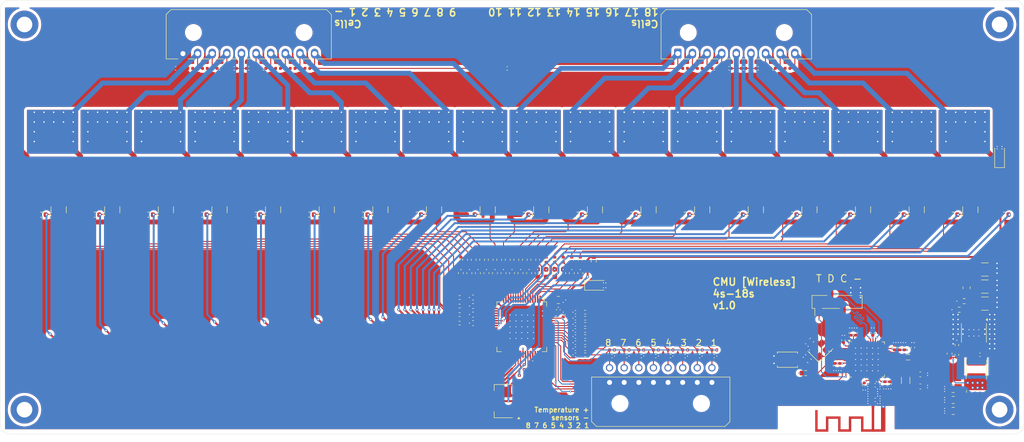
<source format=kicad_pcb>
(kicad_pcb (version 20240108) (generator "pcbnew") (generator_version "8.0")
  (title_block (title "Cell Management Unit") (date "2024-07-20") (rev "v1.0") (comment 1 "Wired") (comment 2 "4 to 18 cells"))
  (layers (0 "F.Cu" signal "layer1.Cu") (1 "In1.Cu" power "layer2.Cu") (2 "In2.Cu" mixed "layer3.Cu") (31 "B.Cu" signal "layer4.Cu") (34 "B.Paste" user) (35 "F.Paste" user) (36 "B.SilkS" user "B.Silkscreen") (37 "F.SilkS" user "F.Silkscreen") (38 "B.Mask" user) (39 "F.Mask" user) (44 "Edge.Cuts" user))
  (net 0 "")
  (net 1 "GND")
  (net 2 "/gpio0")
  (net 3 "/NTC0")
  (net 4 "/gpio1")
  (net 5 "/NTC1")
  (net 6 "/gpio2")
  (net 7 "/NTC2")
  (net 8 "/gpio3")
  (net 9 "/NTC3")
  (net 10 "/gpio4")
  (net 11 "/NTC4")
  (net 12 "/gpio5")
  (net 13 "/NTC5")
  (net 14 "/gpio6")
  (net 15 "/NTC6")
  (net 16 "/gpio7")
  (net 17 "/NTC7")
  (net 18 "/CELL17")
  (net 19 "/cell18")
  (net 20 "/CELL16")
  (net 21 "/cell17")
  (net 22 "/CELL15")
  (net 23 "/cell16")
  (net 24 "/CELL14")
  (net 25 "/cell15")
  (net 26 "/CELL13")
  (net 27 "/cell14")
  (net 28 "/CELL12")
  (net 29 "/cell13")
  (net 30 "/CELL11")
  (net 31 "/cell12")
  (net 32 "/CELL10")
  (net 33 "/cell11")
  (net 34 "/CELL9")
  (net 35 "/cell10")
  (net 36 "/CELL8")
  (net 37 "/cell9")
  (net 38 "/CELL7")
  (net 39 "/cell8")
  (net 40 "/CELL6")
  (net 41 "/cell7")
  (net 42 "/CELL5")
  (net 43 "/cell6")
  (net 44 "/CELL4")
  (net 45 "/cell5")
  (net 46 "/CELL3")
  (net 47 "/cell4")
  (net 48 "+3.3V")
  (net 49 "/CELL2")
  (net 50 "/cell3")
  (net 51 "/CELL1")
  (net 52 "/cell2")
  (net 53 "/cell1")
  (net 54 "/cell0")
  (net 55 "Net-(U3-VFBSMPS)")
  (net 56 "Net-(RF1-A)")
  (net 57 "Net-(U3-RF1)")
  (net 58 "Net-(U3-PC14)")
  (net 59 "Net-(U3-PC15)")
  (net 60 "Net-(U3-OSC_IN)")
  (net 61 "Net-(D5-K)")
  (net 62 "VDDA")
  (net 63 "Net-(U3-OSC_OUT)")
  (net 64 "VBAT_PWR")
  (net 65 "/cb17")
  (net 66 "Net-(Q1-D)")
  (net 67 "Net-(Q2-D)")
  (net 68 "/cb16")
  (net 69 "Net-(Q3-D)")
  (net 70 "/cb15")
  (net 71 "Net-(Q4-D)")
  (net 72 "/cb14")
  (net 73 "Net-(Q5-D)")
  (net 74 "/cb13")
  (net 75 "/cb12")
  (net 76 "Net-(Q6-D)")
  (net 77 "/cb11")
  (net 78 "Net-(Q7-D)")
  (net 79 "Net-(Q8-D)")
  (net 80 "/cb10")
  (net 81 "/cb9")
  (net 82 "Net-(Q9-D)")
  (net 83 "/cb8")
  (net 84 "Net-(Q10-D)")
  (net 85 "/cb7")
  (net 86 "Net-(Q11-D)")
  (net 87 "/cb6")
  (net 88 "Net-(Q12-D)")
  (net 89 "Net-(Q13-D)")
  (net 90 "/cb5")
  (net 91 "Net-(Q14-D)")
  (net 92 "/cb4")
  (net 93 "/cb3")
  (net 94 "Net-(Q15-D)")
  (net 95 "Net-(Q16-D)")
  (net 96 "/cb2")
  (net 97 "Net-(Q17-D)")
  (net 98 "/cb1")
  (net 99 "Net-(Q18-D)")
  (net 100 "/cb0")
  (net 101 "Net-(Q19-E)")
  (net 102 "Net-(Q19-B)")
  (net 103 "V_AUX")
  (net 104 "/cb18")
  (net 105 "/alarm_out")
  (net 106 "Net-(PS1-SW)")
  (net 107 "VDDC")
  (net 110 "Net-(PS1-BST)")
  (net 111 "Net-(PS1-FB)")
  (net 112 "Net-(C81-Pad2)")
  (net 113 "Net-(U3-VLXSMPS)")
  (net 114 "Net-(L1-Pad1)")
  (net 115 "Net-(PS1-EN{slash}UVLO)")
  (net 116 "Net-(PS1-RON)")
  (net 118 "/MCU_reset")
  (net 119 "/~{spi_cs}")
  (net 120 "/spi_mosi")
  (net 122 "/spi_clk")
  (net 123 "/spi_miso")
  (net 146 "/SWD_CLK")
  (net 147 "/SWD_DIO")
  (net 148 "/UART_Tx")
  (footprint "Resistor_SMD:R_0603_1608Metric" (layer "F.Cu") (at 257.52 102)
    (property "Reference" "R32" (hide yes))
    (property "Value" "47E 0.25W 0603" (hide yes))
  )
  (footprint "Package_TO_SOT_SMD:SOT-23" (layer "F.Cu") (at 228.52 101 90)
    (property "Reference" "Q3" (hide yes))
    (property "Value" "10V 5A SOT-23" (hide yes))
  )
  (footprint "Package_TO_SOT_SMD:SOT-23" (layer "F.Cu") (at 96.52 101 90)
    (property "Reference" "Q15" (hide yes))
    (property "Value" "10V 5A SOT-23" (hide yes))
  )
  (footprint "Resistor_SMD:R_0603_1608Metric" (layer "F.Cu") (at 93.02 102)
    (property "Reference" "R66" (hide yes))
    (property "Value" "47E 0.25W 0603" (hide yes))
  )
  (footprint "Resistor_SMD:R_0402_1005Metric" (layer "F.Cu") (at 154.77 111.25 -90)
    (property "Reference" "R26" (hide yes))
    (property "Value" "10K 0.0625W 0402" (hide yes))
  )
  (footprint "Capacitor_SMD:C_0402_1005Metric" (layer "F.Cu") (at 233 136.75 -90)
    (property "Reference" "C60" (hide yes))
    (property "Value" "100nF 6.3V 0402" (hide yes))
  )
  (footprint "Capacitor_SMD:C_0402_1005Metric" (layer "F.Cu") (at 192.02 131)
    (property "Reference" "C6" (hide yes))
    (property "Value" "47nF 10V 0402" (hide yes))
  )
  (footprint "Capacitor_SMD:C_0402_1005Metric" (layer "F.Cu") (at 87.52 72 180)
    (property "Reference" "C55" (hide yes))
    (property "Value" "47nF 10V 0402" (hide yes))
  )
  (footprint "Custom_footprints:35503R9JT - TE connectivity" (layer "F.Cu") (at 117.52 90.5 -90)
    (property "Reference" "R61" (hide yes))
    (property "Value" "4E 5W" (hide yes))
  )
  (footprint "Package_TO_SOT_SMD:SOT-23" (layer "F.Cu") (at 107.52 101 90)
    (property "Reference" "Q14" (hide yes))
    (property "Value" "10V 5A SOT-23" (hide yes))
  )
  (footprint "Resistor_SMD:R_0402_1005Metric" (layer "F.Cu") (at 171.52 124.5)
    (property "Reference" "R5" (hide yes))
    (property "Value" "5K 0.0625W 0402" (hide yes))
  )
  (footprint "Package_TO_SOT_SMD:SOT-23" (layer "F.Cu") (at 162.52 101 90)
    (property "Reference" "Q9" (hide yes))
    (property "Value" "10V 5A SOT-23" (hide yes))
  )
  (footprint "Resistor_SMD:R_0402_1005Metric" (layer "F.Cu") (at 192.02 129.75 180)
    (property "Reference" "R6" (hide yes))
    (property "Value" "10K 0.0625W 0402" (hide yes))
  )
  (footprint "Custom_footprints:35503R9JT - TE connectivity" (layer "F.Cu") (at 139.52 90.5 -90)
    (property "Reference" "R57" (hide yes))
    (property "Value" "4E 5W" (hide yes))
  )
  (footprint "Resistor_SMD:R_0603_1608Metric" (layer "F.Cu") (at 250.25 138.25 -90)
    (property "Reference" "R78" (hide yes))
    (property "Value" "0.180R 0.100W 0603" (hide yes))
  )
  (footprint "RF_Antenna:Texas_SWRA117D_2.4GHz_Right" (layer "F.Cu") (at 230.55 141.375 180)
    (property "Reference" "RF1" (hide yes))
    (property "Value" "~" (hide yes))
  )
  (footprint "Resistor_SMD:R_0402_1005Metric" (layer "F.Cu") (at 171.52 127)
    (property "Reference" "R9" (hide yes))
    (property "Value" "5K 0.0625W 0402" (hide yes))
  )
  (footprint "Package_TO_SOT_SMD:SOT-23" (layer "F.Cu") (at 239.52 101 90)
    (property "Reference" "Q2" (hide yes))
    (property "Value" "10V 5A SOT-23" (hide yes))
  )
  (footprint "MountingHole:MountingHole_3.2mm_M3_ISO7380_Pad" (layer "F.Cu") (at 56.52 142)
    (property "Reference" "H1" (hide yes))
    (property "Value" "MountingHole" (hide yes))
  )
  (footprint "Resistor_SMD:R_0402_1005Metric" (layer "F.Cu") (at 165.27 111.25 -90)
    (property "Reference" "R20" (hide yes))
    (property "Value" "10K 0.0625W 0402" (hide yes))
  )
  (footprint "Connector_PinHeader_2.54mm:PinHeader_1x04_P2.54mm_Vertical_SMD_Pin1Left" (layer "F.Cu") (at 223.19 119.905 90)
    (property "Reference" "J4" (hide yes))
    (property "Value" "Conn_01x04_Pin" (hide yes))
  )
  (footprint "Inductor_SMD:L_Taiyo-Yuden_MD-4040" (layer "F.Cu") (at 251.75 133.75 -90)
    (property "Reference" "L4" (hide yes))
    (property "Value" "68uH 30mOhm" (hide yes))
  )
  (footprint "Resistor_SMD:R_0603_1608Metric" (layer "F.Cu") (at 60.02 102)
    (property "Reference" "R72" (hide yes))
    (property "Value" "47E 0.25W 0603" (hide yes))
  )
  (footprint "Diode_SMD:D_SOD-123" (layer "F.Cu") (at 256.52 90 90)
    (property "Reference" "D4" (hide yes))
    (property "Value" "TVS, Vstandoff = 80V, Vbreakdown = 90V, SOD-123" (hide yes))
  )
  (footprint "Capacitor_SMD:C_0402_1005Metric" (layer "F.Cu") (at 111.52 72 180)
    (property "Reference" "C37" (hide yes))
    (property "Value" "47nF 10V 0402" (hide yes))
  )
  (footprint "Resistor_SMD:R_0603_1608Metric" (layer "F.Cu") (at 126.02 102)
    (property "Reference" "R60" (hide yes))
    (property "Value" "47E 0.25W 0603" (hide yes))
  )
  (footprint "Capacitor_SMD:C_0402_1005Metric" (layer "F.Cu") (at 192.02 72 180)
    (property "Reference" "C31" (hide yes))
    (property "Value" "47nF 10V 0402" (hide yes))
  )
  (footprint "Custom_footprints:35503R9JT - TE connectivity" (layer "F.Cu") (at 128.52 90.5 -90)
    (property "Reference" "R59" (hide yes))
    (property "Value" "4E 5W" (hide yes))
  )
  (footprint "Capacitor_SMD:C_0603_1608Metric" (layer "F.Cu") (at 218 127.75 -135)
    (property "Reference" "C74" (hide yes))
    (property "Value" "18pF 6.3V 0603" (hide yes))
  )
  (footprint "Resistor_SMD:R_0402_1005Metric" (layer "F.Cu") (at 247.75 130.75 90)
    (property "Reference" "R76" (hide yes))
    (property "Value" "178K 0.100W 0402" (hide yes))
  )
  (footprint "Custom_footprints:35503R9JT - TE connectivity" (layer "F.Cu") (at 172.52 90.5 -90)
    (property "Reference" "R51" (hide yes))
    (property "Value" "4E 5W" (hide yes))
  )
  (footprint "Capacitor_SMD:C_0603_1608Metric" (layer "F.Cu") (at 240.255204 134.762563)
    (property "Reference" "C76" (hide yes))
    (property "Value" "9pF 6.3V 0603" (hide yes))
  )
  (footprint "Capacitor_SMD:C_0603_1608Metric" (layer "F.Cu") (at 163.52 114 90)
    (property "Reference" "C26" (hide yes))
    (property "Value" "47nF 100V 0603" (hide yes))
  )
  (footprint "Resistor_SMD:R_0603_1608Metric" (layer "F.Cu") (at 148.02 102)
    (property "Reference" "R56" (hide yes))
    (property "Value" "47E 0.25W 0603" (hide yes))
  )
  (footprint "Capacitor_SMD:C_0603_1608Metric" (layer "F.Cu") (at 167.02 114 90)
    (property "Reference" "C22" (hide yes))
    (property "Value" "47nF 100V 0603" (hide yes))
  )
  (footprint "Resistor_SMD:R_0603_1608Metric" (layer "F.Cu") (at 82.02 102)
    (property "Reference" "R68" (hide yes))
    (property "Value" "47E 0.25W 0603" (hide yes))
  )
  (footprint "Inductor_SMD:L_0805_2012Metric" (layer "F.Cu") (at 237.75 131.25 180)
    (property "Reference" "L2" (hide yes))
    (property "Value" "10uH, 100mA, 0805" (hide yes))
  )
  (footprint "Custom_footprints:35503R9JT - TE connectivity" (layer "F.Cu") (at 194.52 90.5 -90)
    (property "Reference" "R47" (hide yes))
    (property "Value" "4E 5W" (hide yes))
  )
  (footprint "Capacitor_SMD:C_0402_1005Metric" (layer "F.Cu") (at 180.02 131)
    (property "Reference" "C14" (hide yes))
    (property "Value" "47nF 10V 0402" (hide yes))
  )
  (footprint "Capacitor_SMD:C_0603_1608Metric" (layer "F.Cu") (at 246.25 130.5 -90)
    (property "Reference" "C80" (hide yes))
    (property "Value" "100pF 25V 0805" (hide yes))
  )
  (footprint "Resistor_SMD:R_0402_1005Metric" (layer "F.Cu") (at 183.02 129.75 180)
    (property "Reference" "R12" (hide yes))
    (property "Value" "10K 0.0625W 0402" (hide yes))
  )
  (footprint "Resistor_SMD:R_0603_1608Metric" (layer "F.Cu") (at 173.27 111.5 90)
    (property "Reference" "R85" (hide yes))
    (property "Value" "10E 0.100W 0603" (hide yes))
  )
  (footprint "Crystal:Crystal_SMD_Abracon_ABM8AIG-4Pin_3.2x2.5mm" (layer "F.Cu") (at 219.75 129.75 45)
    (property "Reference" "Y1" (hide yes))
    (property "Value" "32MHz 3225" (hide yes))
  )
  (footprint "Diode_SMD:D_SOD-123" (layer "F.Cu") (at 173.77 116.5)
    (property "Reference" "D5" (hide yes))
    (property "Value" "TVS, Vbreakdown = 84V, SOD-123" (hide yes))
  )
  (footprint "Custom_footprints:35503R9JT - TE connectivity" (layer "F.Cu") (at 73.52 90.5 -90)
    (property "Reference" "R69" (hide yes))
    (property "Value" "4E 5W" (hide yes))
  )
  (footprint "Capacitor_SMD:C_0402_1005Metric" (layer "F.Cu") (at 204.02 72 180)
    (property "Reference" "C23" (hide yes))
    (property "Value" "47nF 10V 0402" (hide yes))
  )
  (footprint "Capacitor_SMD:C_0603_1608Metric" (layer "F.Cu") (at 160.02 114 90)
    (property "Reference" "C30" (hide yes))
    (property "Value" "47nF 100V 0603" (hide yes))
  )
  (footprint "Resistor_SMD:R_0603_1608Metric" (layer "F.Cu") (at 216.75 134.5)
    (property "Reference" "R73" (hide yes))
    (property "Value" "10K 0.100W 0603" (hide yes))
  )
  (footprint "MountingHole:MountingHole_3.2mm_M3_ISO7380_Pad" (layer "F.Cu") (at 256.52 63)
    (property "Reference" "H3" (hide yes))
    (property "Value" "MountingHole" (hide yes))
  )
  (footprint "Package_TO_SOT_SMD:SOT-23" (layer "F.Cu") (at 217.52 101 90)
    (property "Reference" "Q4" (hide yes))
    (property "Value" "10V 5A SOT-23" (hide yes))
  )
  (footprint "MountingHole:MountingHole_3.2mm_M3_ISO7380_Pad" (layer "F.Cu") (at 56.52 63)
    (property "Reference" "H2" (hide yes))
    (property "Value" "MountingHole" (hide yes))
  )
  (footprint "Capacitor_SMD:C_0805_2012Metric" (layer "F.Cu") (at 247 142.25)
    (property "Reference" "C83" (hide yes))
    (property "Value" "2.2uF 6.3V 0402" (hide yes))
  )
  (footprint "Capacitor_SMD:C_0402_1005Metric" (layer "F.Cu") (at 235 129.25 90)
    (property "Reference" "C57" (hide yes))
    (property "Value" "100nF 6.3V 0402" (hide yes))
  )
  (footprint "Resistor_SMD:R_0402_1005Metric" (layer "F.Cu") (at 177.02 129.75 180)
    (property "Reference" "R16" (hide yes))
    (property "Value" "10K 0.0625W 0402" (hide yes))
  )
  (footprint "Capacitor_SMD:C_0603_1608Metric" (layer "F.Cu") (at 148.52 119 180)
    (property "Reference" "C50" (hide yes))
    (property "Value" "47nF 100V 0603" (hide yes))
  )
  (footprint "Capacitor_SMD:C_0402_1005Metric" (layer "F.Cu") (at 169.52 123.25 180)
    (property "Reference" "C3" (hide yes))
    (property "Value" "47nF 10V 0402" (hide yes))
  )
  (footprint "Custom_footprints:35503R9JT - TE connectivity" (layer "F.Cu") (at 150.52 90.5 -90)
    (property "Reference" "R55" (hide yes))
    (property "Value" "4E 5W" (hide yes))
  )
  (footprint "Custom_footprints:35503R9JT - TE connectivity" (layer "F.Cu") (at 205.52 90.5 -90)
    (property "Reference" "R45" (hide yes))
    (property "Value" "4E 5W" (hide yes))
  )
  (footprint "Custom_footprints:35503R9JT - TE connectivity" (layer "F.Cu") (at 161.52 90.5 -90)
    (property "Reference" "R53" (hide yes))
    (property "Value" "4E 5W" (hide yes))
  )
  (footprint "Capacitor_SMD:C_0402_1005Metric" (layer "F.Cu") (at 201.02 72 180)
    (property "Reference" "C25" (hide yes))
    (property "Value" "47nF 10V 0402" (hide yes))
  )
  (footprint "Capacitor_SMD:C_0402_1005Metric" (layer "F.Cu") (at 195.02 131)
    (property "Reference" "C4" (hide yes))
    (property "Value" "47nF 10V 0402" (hide yes))
  )
  (footprint "Connector_Molex:Molex_Micro-Fit_3.0_43650-1000_1x10_P3.00mm_Horizontal" (layer "F.Cu") (at 89.02 68.97)
    (property "Reference" "J2" (hide yes))
    (property "Value" "Conn_01x10_Socket" (hide yes))
  )
  (footprint "Capacitor_SMD:C_0603_1608Metric" (layer "F.Cu") (at 153.02 114 90)
    (property "Reference" "C38" (hide yes))
    (property "Value" "47nF 100V 0603" (hide yes))
  )
  (footprint "Capacitor_SMD:C_0402_1005Metric" (layer "F.Cu") (at 169.52 125.75 180)
    (property "Reference" "C7" (hide yes))
    (property "Value" "47nF 10V 0402" (hide yes))
  )
  (footprint "Package_TO_SOT_SMD:SOT-23" (layer "F.Cu") (at 129.52 101 90)
    (property "Reference" "Q12" (hide yes))
    (property "Value" "10V 5A SOT-23" (hide yes))
  )
  (footprint "Capacitor_SMD:C_0603_1608Metric" (layer "F.Cu") (at 148.52 122.5 180)
    (property "Reference" "C54" (hide yes))
    (property "Value" "47nF 100V 0603" (hide yes))
  )
  (footprint "Crystal:Crystal_SMD_3215-2Pin_3.2x1.5mm" (layer "F.Cu") (at 237.25 136 -90)
    (property "Reference" "Y2" (hide yes))
    (property "Value" "32.768KHz 3215" (hide yes))
  )
  (footprint "Capacitor_SMD:C_0402_1005Metric" (layer "F.Cu") (at 231 137)
    (property "Reference" "C73" (hide yes))
    (property "Value" "1.5pF 6.3V 0402" (hide yes))
  )
  (footprint "Custom_footprints:35503R9JT - TE connectivity" (layer "F.Cu") (at 62.52 90.5 -90)
    (property "Reference" "R71" (hide yes))
    (property "Value" "4E 5W" (hide yes))
  )
  (footprint "Capacitor_SMD:C_0603_1608Metric" (layer "F.Cu") (at 156.52 114 90)
    (property "Reference" "C34" (hide yes))
    (property "Value" "47nF 100V 0603" (hide yes))
  )
  (footprint "Capacitor_SMD:C_0402_1005Metric" (layer "F.Cu") (at 177.02 131)
    (property "Reference" "C16" (hide yes))
    (property "Value" "47nF 10V 0402" (hide yes))
  )
  (footprint "Capacitor_SMD:C_0402_1005Metric" (layer "F.Cu") (at 198.02 72 180)
    (property "Reference" "C27" (hide yes))
    (property "Value" "47nF 10V 0402" (hide yes))
  )
  (footprint "Capacitor_SMD:C_0603_1608Metric" (layer "F.Cu") (at 148.52 120.75 180)
    (property "Reference" "C52" (hide yes))
    (property "Value" "47nF 100V 0603" (hide yes))
  )
  (footprint "Capacitor_SMD:C_0402_1005Metric" (layer "F.Cu") (at 231 140)
    (property "Reference" "C72" (hide yes))
    (property "Value" "1pF 6.3V 0402" (hide yes))
  )
  (footprint "Package_TO_SOT_SMD:SOT-23" (layer "F.Cu") (at 184.52 101 90)
    (property "Reference" "Q7" (hide yes))
    (property "Value" "10V 5A SOT-23" (hide yes))
  )
  (footprint "Resistor_SMD:R_0402_1005Metric" (layer "F.Cu") (at 163.52 111.25 -90)
    (property "Reference" "R21" (hide yes))
    (property "Value" "10K 0.0625W 0402" (hide yes))
  )
  (footprint "Resistor_SMD:R_0402_1005Metric" (layer "F.Cu") (at 167.02 111.25 -90)
    (property "Reference" "R19" (hide yes))
    (property "Value" "10K 0.0625W 0402" (hide yes))
  )
  (footprint "Resistor_SMD:R_0402_1005Metric" (layer "F.Cu") (at 171.52 123.25)
    (property "Reference" "R3" (hide yes))
    (property "Value" "5K 0.0625W 0402" (hide yes))
  )
  (footprint "Resistor_SMD:R_0402_1005Metric" (layer "F.Cu") (at 168.77 111.25 -90)
    (property "Reference" "R18" (hide yes))
    (property "Value" "10K 0.0625W 0402" (hide yes))
  )
  (footprint "Capacitor_SMD:C_0603_1608Metric" (layer "F.Cu") (at 240.255204 137.237437)
    (property "Reference" "C77" (hide yes))
    (property "Value" "9pF 6.3V 0603" (hide yes))
  )
  (footprint "Capacitor_SMD:C_0402_1005Metric" (layer "F.Cu") (at 166.02 121.5 90)
    (property "Reference" "C67" (hide yes))
    (property "Value" "100nF 25V 0402" (hide yes))
  )
  (footprint "Resistor_SMD:R_0402_1005Metric" (layer "F.Cu") (at 145.77 120.75)
    (property "Reference" "R34" (hide yes))
    (property "Value" "10K 0.0625W 0402" (hide yes))
  )
  (footprint "Connector_Molex:Molex_Micro-Fit_3.0_43650-0900_1x09_P3.00mm_Horizontal" (layer "F.Cu") (at 190.52 68.97)
    (property "Reference" "J1" (hide yes))
    (property "Value" "Conn_01x09_Socket" (hide yes))
  )
  (footprint "Resistor_SMD:R_0402_1005Metric" (layer "F.Cu") (at 156.52 111.25 -90)
    (property "Reference" "R25" (hide yes))
    (property "Value" "10K 0.0625W 0402" (hide yes))
  )
  (footprint "Resistor_SMD:R_0402_1005Metric" (layer "F.Cu") (at 160.02 111.25 -90)
    (property "Reference" "R23" (hide yes))
    (property "Value" "10K 0.0625W 0402" (hide yes))
  )
  (footprint "Resistor_SMD:R_0402_1005Metric" (layer "F.Cu") (at 158.27 111.25 -90)
    (property "Reference" "R24" (hide yes))
    (property "Value" "10K 0.0625W 0402" (hide yes))
  )
  (footprint "Capacitor_SMD:C_0402_1005Metric" (layer "F.Cu") (at 169.52 130.75 180)
    (property "Reference" "C15" (hide yes))
    (property "Value" "47nF 10V 0402" (hide yes))
  )
  (footprint "Package_SO:SOIC-8-1EP_3.9x4.9mm_P1.27mm_EP2.29x3mm_ThermalVias" (layer "F.Cu") (at 251.25 126.25 -90)
    (property "Reference" "PS1" (hide yes))
    (property "Value" "Vin=100V Iout=0.2A" (hide yes))
  )
  (footprint "Package_TO_SOT_SMD:SOT-223-3_TabPin2" (layer "F.Cu") (at 154.77 140.25 180)
    (property "Reference" "Q19" (hide yes))
    (property "Value" "NPN, 150V 2A" (hide yes))
  )
  (footprint "Resistor_SMD:R_0603_1608Metric" (layer "F.Cu") (at 214.02 102)
    (property "Reference" "R44" (hide yes))
    (property "Value" "47E 0.25W 0603" (hide yes))
  )
  (footprint "Capacitor_SMD:C_0603_1608Metric" (layer "F.Cu") (at 168.77 114 90)
    (property "Reference" "C20" (hide yes))
    (property "Value" "47nF 100V 0603" (hide yes))
  )
  (footprint "Capacitor_SMD:C_0402_1005Metric" (layer "F.Cu") (at 167.02 122.5 90)
    (property "Reference" "C68" (hide yes))
    (property "Value" "100nF 25V 0402" (hide yes))
  )
  (footprint "Resistor_SMD:R_0402_1005Metric" (layer "F.Cu") (at 195.02 129.75 180)
    (property "Reference" "R4" (hide yes))
    (property "Value" "10K 0.0625W 0402" (hide yes))
  )
  (footprint "Resistor_SMD:R_0603_1608Metric" (layer "F.Cu") (at 181.02 102)
    (property "Reference" "R50" (hide yes))
    (property "Value" "47E 0.25W 0603" (hide yes))
  )
  (footprint "Custom_footprints:35503R9JT - TE connectivity" (layer "F.Cu") (at 238.52 90.5 -90)
    (property "Reference" "R39" (hide yes))
    (property "Value" "4E 5W" (hide yes))
  )
  (footprint "Resistor_SMD:R_0402_1005Metric" (layer "F.Cu") (at 189.02 129.75 180)
    (property "Reference" "R8" (hide yes))
    (property "Value" "10K 0.0625W 0402" (hide yes))
  )
  (footprint "Resistor_SMD:R_0402_1005Metric" (layer "F.Cu") (at 145.77 119)
    (property "Reference" "R33" (hide yes))
    (property "Value" "10K 0.0625W 0402" (hide yes))
  )
  (footprint "Resistor_SMD:R_0402_1005Metric" (layer "F.Cu") (at 171.52 129.5)
    (property "Reference" "R13" (hide yes))
    (property "Value" "5K 0.0625W 0402" (hide yes))
  )
  (footprint "Capacitor_SMD:C_1210_3225Metric" (layer "F.Cu") (at 253.5 120.25 180)
    (property "Reference" "C78" (hide yes))
    (property "Value" "1uF 100V 1206" (hide yes))
  )
  (footprint "Resistor_SMD:R_0402_1005Metric" (layer "F.Cu") (at 198.02 129.75 180)
    (property "Reference" "R2" (hide yes))
    (property "Value" "10K 0.0625W 0402" (hide yes))
  )
  (footprint "Capacitor_SMD:C_0402_1005Metric" (layer "F.Cu") (at 224.5 127.75 90)
    (property "Reference" "C47" (hide yes))
    (property "Value" "100nF 6.3V 0402" (hide yes))
  )
  (footprint "Resistor_SMD:R_0402_1005Metric" (layer "F.Cu") (at 153.02 111.25 -90)
    (property "Reference" "R27" (hide yes))
    (property "Value" "10K 0.0625W 0402" (hide yes))
  )
  (footprint "Capacitor_SMD:C_0402_1005Metric" (layer "F.Cu") (at 228.75 137 -90)
    (property "Reference" "C48" (hide yes))
    (property "Value" "100nF 6.3V 0402" (hide yes))
  )
  (footprint "Capacitor_SMD:C_0402_1005Metric" (layer "F.Cu") (at 155.52 72 180)
    (property "Reference" "C33" (hide yes))
    (property "Value" "47nF 10V 0402" (hide yes))
  )
  (footprint "Capacitor_SMD:C_0805_2012Metric" (layer "F.Cu") (at 247 140.01)
    (property "Reference" "C82" (hide yes))
    (property "Value" "2.2uF 6.3V 0402" (hide yes))
  )
  (footprint "Resistor_SMD:R_0603_1608Metric" (layer "F.Cu") (at 247.02 102)
    (property "Reference" "R37" (hide yes))
    (property "Value" "47E 0.25W 0603" (hide yes))
  )
  (footprint "Capacitor_SMD:C_0603_1608Metric" (layer "F.Cu") (at 217.5 132 135)
    (property "Reference" "C75" (hide yes))
    (property "Value" "18pF 6.3V 0603" (hide yes))
  )
  (footprint "Resistor_SMD:R_0402_1005Metric" (layer "F.Cu") (at 145.77 124.25)
    (property "Reference" "R36" (hide yes))
    (property "Value" "10K 0.0625W 0402" (hide yes))
  )
  (footprint "Capacitor_SMD:C_0402_1005Metric" (layer "F.Cu") (at 159.02 133.25 -90)
    (property "Reference" "C66" (hide yes))
    (property "Value" "470nF 25V 0402" (hide yes))
  )
  (footprint "Capacitor_SMD:C_0603_1608Metric" (layer "F.Cu") (at 146.02 114 90)
    (property "Reference" "C46" (hide yes))
    (property "Value" "47nF 100V 0603" (hide yes))
  )
  (footprint "Custom_footprints:35503R9JT - TE connectivity" (layer "F.Cu") (at 95.52 90.5 -90)
    (property "Reference" "R65" (hide yes))
    (property "Value" "4E 5W" (hide yes))
  )
  (footprint "Resistor_SMD:R_0402_1005Metric" (layer "F.Cu") (at 161.77 111.25 -90)
    (property "Reference" "R22" (hide yes))
    (property "Value" "10K 0.0625W 0402" (hide yes))
  )
  (footprint "Custom_footprints:35503R9JT - TE connectivity" (layer "F.Cu") (at 227.52 90.5 -90)
    (property "Reference" "R41" (hide yes))
    (property "Value" "4E 5W" (hide yes))
  )
  (footprint "Package_DFN_QFN:QFN-48-1EP_7x7mm_P0.5mm_EP5.15x5.15mm_ThermalVias" (layer "F.Cu") (at 229.3 131.7)
    (property "Reference" "U3" (hide yes))
    (property "Value" "STM32WB55CCU6" (hide yes))
  )
  (footprint "Package_TO_SOT_SMD:SOT-23" (layer "F.Cu") (at 85.52 101 90)
    (property "Reference" "Q16" (hide yes))
    (property "Value" "10V 5A SOT-23" (hide yes))
  )
  (footprint "Custom_footprints:35503R9JT - TE connectivity" (layer "F.Cu") (at 183.52 90.5 -90)
    (property "Reference" "R49" (hide yes))
    (property "Value" "4E 5W" (hide yes))
  )
  (footprint "Resistor_SMD:R_0603_1608Metric" (layer "F.Cu") (at 225.02 102)
    (property "Reference" "R42" (hide yes))
    (property "Value" "47E 0.25W 0603" (hide yes))
  )
  (footprint "Capacitor_SMD:C_0402_1005Metric" (layer "F.Cu") (at 230.5 126.25 90)
    (property "Reference" "C64" (hide yes))
    (property "Value" "100nF 6.3V 0402" (hide yes))
  )
  (footprint "Capacitor_SMD:C_0603_1608Metric" (layer "F.Cu") (at 165.28 114 90)
    (property "Reference" "C24" (hide yes))
    (property "Value" "47nF 100V 0603" (hide yes))
  )
  (footprint "Resistor_SMD:R_0603_1608Metric" (layer "F.Cu") (at 104.02 102)
    (property "Reference" "R64" (hide yes))
    (property "Value" "47E 0.25W 0603" (hide yes))
  )
  (footprint "Capacitor_SMD:C_0402_1005Metric" (layer "F.Cu") (at 213.02 72 180)
    (property "Reference" "C17" (hide yes))
    (property "Value" "47nF 10V 0402" (hide yes))
  )
  (footprint "Capacitor_SMD:C_0805_2012Metric" (layer "F.Cu") (at 247 137.75)
    (property "Reference" "C81" (hide yes))
    (property "Value" "2.2uF 6.3V 0402" (hide yes))
  )
  (footprint "Resistor_SMD:R_0603_1608Metric" (layer "F.Cu") (at 249.25 119.75 180)
    (property "Reference" "R74" (hide yes))
    (property "Value" "34K 0.100W 0603" (hide yes))
  )
  (footprint "Package_TO_SOT_SMD:SOT-23" (layer "F.Cu") (at 63.52 101 90)
    (property "Reference" "Q18" (hide yes))
    (property "Value" "10V 5A SOT-23" (hide yes))
  )
  (footprint "Capacitor_SMD:C_0603_1608Metric" (layer "F.Cu") (at 147.77 114 90)
    (property "Reference" "C44" (hide yes))
    (property "Value" "47nF 100V 0603" (hide yes))
  )
  (footprint "Resistor_SMD:R_0603_1608Metric" (layer "F.Cu") (at 71.02 102)
    (property "Reference" "R70" (hide yes))
    (property "Value" "47E 0.25W 0603" (hide yes))
  )
  (footprint "Connector_Molex:Molex_Micro-Fit_3.0_43045-1600_2x08_P3.00mm_Horizontal" (layer "F.Cu") (at 197.52 136.415 180)
    (property "Reference" "J3" (hide yes))
    (property "Value" "Conn_02x08_Counter_Clockwise" (hide yes))
  )
  (footprint "Capacitor_SMD:C_0402_1005Metric" (layer "F.Cu") (at 169.52 124.5 180)
    (property "Reference" "C5" (hide yes))
    (property "Value" "47nF 10V 0402" (hide yes))
  )
  (footprint "Package_TO_SOT_SMD:SOT-23" (layer "F.Cu") (at 151.52 101 90)
    (property "Reference" "Q10" (hide yes))
    (property "Value" "10V 5A SOT-23" (hide yes))
  )
  (footprint "Capacitor_SMD:C_0402_1005Metric" (layer "F.Cu") (at 169.52 129.5 180)
    (property "Reference" "C13" (hide yes))
    (property "Value" "47nF 10V 0402" (hide yes))
  )
  (footprint "Package_TO_SOT_SMD:SOT-23" (layer "F.Cu") (at 206.52 101 90)
    (property "Reference" "Q5" (hide yes))
    (property "Value" "10V 5A SOT-23" (hide yes))
  )
  (footprint "Resistor_SMD:R_0603_1608Metric" (layer "F.Cu") (at 170.02 102)
    (property "Reference" "R52" (hide yes))
    (property "Value" "47E 0.25W 0603" (hide yes))
  )
  (footprint "Capacitor_SMD:C_0402_1005Metric" (layer "F.Cu") (at 114.54 72 180)
    (property "Reference" "C35" (hide yes))
    (property "Value" "47nF 10V 0402" (hide yes))
  )
  (footprint "Capacitor_SMD:C_0402_1005Metric" (layer "F.Cu") (at 226 126.25 90)
    (property "Reference" "C58" (hide yes))
    (property "Value" "4.7uF 6.3V 0402" (hide yes))
  )
  (footprint "Capacitor_SMD:C_0402_1005Metric" (layer "F.Cu") (at 227 126.25 90)
    (property "Reference" "C59" (hide yes))
    (property "Value" "100nF 6.3V 0402" (hide yes))
  )
  (footprint "Capacitor_SMD:C_0603_1608Metric" (layer "F.Cu") (at 161.77 114 90)
    (property "Reference" "C28" (hide yes))
    (property "Value" "47nF 100V 0603" (hide yes))
  )
  (footprint "Custom_footprints:35503R9JT - TE connectivity" (layer "F.Cu") (at 84.52 90.5 -90)
    (property "Reference" "R67" (hide yes))
    (property "Value" "4E 5W" (hide yes))
  )
  (footprint "Resistor_SMD:R_0402_1005Metric" (layer "F.Cu") (at 171.52 125.75)
    (property "Reference" "R7" (hide yes))
    (property "Value" "5K 0.0625W 0402" (hide yes))
  )
  (footprint "Capacitor_SMD:C_0402_1005Metric" (layer "F.Cu") (at 169.52 127 180)
    (property "Reference" "C9" (hide yes))
    (property "Value" "47nF 10V 0402" (hide yes))
  )
  (footprint "Capacitor_SMD:C_0402_1005Metric" (layer "F.Cu") (at 96.52 72 180)
    (property "Reference" "C49" (hide yes))
    (property "Value" "47nF 10V 0402" (hide yes))
  )
  (footprint "Package_TO_SOT_SMD:SOT-23" (layer "F.Cu") (at 250.52 101 90)
    (property "Reference" "Q1" (hide yes))
    (property "Value" "10V 5A SOT-23" (hide yes))
  )
  (footprint "Custom_footprints:35503R9JT - TE connectivity" (layer "F.Cu") (at 216.52 90.5 -90)
    (property "Reference" "R43" (hide yes))
    (property "Value" "4E 5W" (hide yes))
  )
  (footprint "Resistor_SMD:R_0402_1005Metric" (layer "F.Cu") (at 151.27 111.25 -90)
    (property "Reference" "R28" (hide yes))
    (property "Value" "10K 0.0625W 0402" (hide yes))
  )
  (footprint "Capacitor_SMD:C_0603_1608Metric" (layer "F.Cu") (at 170.52 114 90)
    (property "Reference" "C18" (hide yes))
    (property "Value" "47nF 100V 0603" (hide yes))
  )
  (footprint "Capacitor_SMD:C_0402_1005Metric" (layer "F.Cu") (at 234 136.75 -90)
    (property "Reference" "C63" (hide yes))
    (property "Value" "100pF 6.3V 0402" (hide yes))
  )
  (footprint "Inductor_SMD:L_0402_1005Metric" (layer "F.Cu") (at 235 131 180)
    (property "Reference" "L1" (hide yes))
    (property "Value" "10nH, 100mA, 0402" (hide yes))
  )
  (footprint "Package_TO_SOT_SMD:SOT-23" (layer "F.Cu") (at 74.52 101 90)
    (property "Reference" "Q17" (hide yes))
    (property "Value" "10V 5A SOT-23" (hide yes))
  )
  (footprint "Capacitor_SMD:C_1210_3225Metric" (layer "F.Cu") (at 253.5 113.25 180)
    (property "Reference" "C85" (hide yes))
    (property "Value" "1uF 100V 1206" (hide yes))
  )
  (footprint "Resistor_SMD:R_0402_1005Metric" (layer "F.Cu") (at 147.77 111.25 -90)
    (property "Reference" "R30" (hide yes))
    (property "Value" "10K 0.0625W 0402" (hide yes))
  )
  (footprint "Resistor_SMD:R_0603_1608Metric" (layer "F.Cu") (at 248.25 121.5)
    (property "Reference" "R75" (hide yes))
    (property "Value" "27.4K 0.0625W 0402" (hide yes))
  )
  (footprint "Button_Switch_SMD:SW_Push_SPST_NO_Alps_SKRK" (layer "F.Cu") (at 213 131.75 180)
    (property "Reference" "SW1" (hide yes))
    (property "Value" "2-pin tactile switch SPST" (hide yes))
  )
  (footprint "Capacitor_SMD:C_0402_1005Metric" (layer "F.Cu") (at 198.02 131)
    (property "Reference" "C2" (hide yes))
    (property "Value" "47nF 10V 0402" (hide yes))
  )
  (footprint "Resistor_SMD:R_0402_1005Metric" (layer "F.Cu") (at 146.02 111.25 -90)
    (property "Reference" "R31" (hide yes))
    (property "Value" "10K 0.0625W 0402" (hide yes))
  )
  (footprint "Capacitor_SMD:C_0402_1005Metric" (layer "F.Cu") (at 210.02 72 180)
    (property "Reference" "C19" (hide yes))
    (property "Value" "47nF 10V 0402" (hide yes))
  )
  (footprint "Capacitor_SMD:C_0603_1608Metric" (layer "F.Cu") (at 149.52 114 90)
    (property "Reference" "C42" (hide yes))
    (property "Value" "47nF 100V 0603" (hide yes))
  )
  (footprint "Resistor_SMD:R_0402_1005Metric" (layer "F.Cu") (at 149.52 111.25 -90)
    (property "Reference" "R29" (hide yes))
    (property "Value" "10K 0.0625W 0402" (hide yes))
  )
  (footprint "Resistor_SMD:R_0603_1608Metric" (layer "F.Cu") (at 159.02 102)
    (property "Reference" "R54" (hide yes))
    (property "Value" "47E 0.25W 0603" (hide yes))
  )
  (footprint "Package_TO_SOT_SMD:SOT-23" (layer "F.Cu") (at 173.52 101 90)
    (property "Reference" "Q8" (hide yes))
    (property "Value" "10V 5A SOT-23" (hide yes))
  )
  (footprint "Capacitor_SMD:C_0805_2012Metric" (layer "F.Cu") (at 166.02 119.5)
    (property "Reference" "C65" (hide yes))
    (property "Value" "100nF 100V 0805" (hide yes))
  )
  (footprint "Capacitor_SMD:C_0402_1005Metric" (layer "F.Cu") (at 207.02 72 180)
    (property "Reference" "C21" (hide yes))
    (property "Value" "47nF 10V 0402" (hide yes))
  )
  (footprint "Capacitor_SMD:C_0402_1005Metric" (layer "F.Cu") (at 237 129.25 90)
    (property "Reference" "C70" (hide yes))
    (property "Value" "100nF 6.3V 0402" (hide yes))
  )
  (footprint "Capacitor_SMD:C_0402_1005Metric" (layer "F.Cu") (at 105.52 72 180)
    (property "Reference" "C41" (hide yes))
    (property "Value" "47nF 10V 0402" (hide yes))
  )
  (footprint "Capacitor_SMD:C_0402_1005Metric" (layer "F.Cu") (at 252.5 130.75 180)
    (property "Reference" "C79" (hide yes))
    (property "Value" "2.2nF 25V 0402" (hide yes))
  )
  (footprint "Capacitor_SMD:C_0402_1005Metric" (layer "F.Cu") (at 222.75 133 90)
    (property "Reference" "C61" (hide yes))
    (property "Value" "1uF 6.3V 0402" (hide yes))
  )
  (footprint "Resistor_SMD:R_0402_1005Metric" (layer "F.Cu") (at 171.52 122)
    (property "Reference" "R1" (hide yes))
    (property "Value" "5K 0.0625W 0402" (hide yes))
  )
  (footprint "Capacitor_SMD:C_0402_1005Metric" (layer "F.Cu") (at 195.02 72 180)
    (property "Reference" "C29" (hide yes))
    (property "Value" "47nF 10V 0402" (hide yes))
  )
  (footprint "Resistor_SMD:R_0603_1608Metric" (layer "F.Cu") (at 192.02 102)
    (property "Reference" "R48" (hide yes))
    (property "Value" "47E 0.25W 0603" (hide yes))
  )
  (footprint "MountingHole:MountingHole_3.2mm_M3_ISO7380_Pad" (layer "F.Cu") (at 256.52 142)
    (property "Reference" "H4" (hide yes))
    (property "Value" "MountingHole" (hide yes))
  )
  (footprint "Resistor_SMD:R_0603_1608Metric" (layer "F.Cu") (at 115.02 102)
    (property "Reference" "R62" (hide yes))
    (property "Value" "47E 0.25W 0603" (hide yes))
  )
  (footprint "Inductor_SMD:L_0402_1005Metric" (layer "F.Cu") (at 230.5 138.5 90)
    (property "Reference" "L3" (hide yes))
    (property "Value" "2.2nH 0402" (hide yes))
  )
  (footprint "Capacitor_SMD:C_0402_1005Metric" (layer "F.Cu") (at 238.75 129.25 90)
    (property "Reference" "C71" (hide yes))
    (property "Value" "4.7uF 6.3V 0402" (hide yes))
  )
  (footprint "Capacitor_SMD:C_0402_1005Metric" (layer "F.Cu") (at 169.52 122 180)
    (property "Reference" "C1" (hide yes))
    (property "Value" "47nF 10V 0402" (hide yes))
  )
  (footprint "Resistor_SMD:R_0402_1005Metric" (layer "F.Cu") (at 158.02 135.5 90)
    (property "Reference" "R86" (hide yes))
    (property "Value" "180E 0.0625W 0402" (hide yes))
  )
  (footprint "Package_QFP:LQFP-64-1EP_10x10mm_P0.5mm_EP6.5x6.5mm_ThermalVias" (layer "F.Cu") (at 158.52 125 -90)
    (property "Reference" "U1" (hide yes))
    (property "Value" "18 cells" (hide yes))
  )
  (footprint "Resistor_SMD:R_0402_1005Metric" (layer "F.Cu") (at 145.77 122.5)
    (property "Reference" "R35" (hide yes))
    (property "Value" "10K 0.0625W 0402" (hide yes))
  )
  (footprint "Resistor_SMD:R_0603_1608Metric" (layer "F.Cu") (at 203.02 102)
    (property "Reference" "R46" (hide yes))
    (property "Value" "47E 0.25W 0603" (hide yes))
  )
  (footprint "Capacitor_SMD:C_0402_1005Metric" (layer "F.Cu") (at 93.52 72 180)
    (property "Reference" "C51" (hide yes))
    (property "Value" "47nF 10V 0402" (hide yes))
  )
  (footprint "Capacitor_SMD:C_0402_1005Metric" (layer "F.Cu") (at 99.52 72 180)
    (property "Reference" "C45" (hide yes))
    (property "Value" "47nF 10V 0402" (hide yes))
  )
  (footprint "Resistor_SMD:R_0402_1005Metric" (layer "F.Cu") (at 180.02 129.75 180)
    (property "Reference" "R14" (hide yes))
    (property "Value" "10K 0.0625W 0402" (hide yes))
  )
  (footprint "Resistor_SMD:R_0402_1005Metric" (layer "F.Cu") (at 247.75 128.75 90)
    (property "Reference" "R77" (hide yes))
    (property "Value" "101K 0.100W 0402" (hide yes))
  )
  (footprint "Custom_footprints:35503R9JT - TE connectivity" (layer "F.Cu") (at 249.52 90.5 -90)
    (property "Reference" "R38" (hide yes))
    (property "Value" "4E 5W" (hide yes))
  )
  (footprint "Capacitor_SMD:C_0402_1005Metric" (layer "F.Cu") (at 186.02 131)
    (property "Reference" "C10" (hide yes))
    (property "Value" "47nF 10V 0402" (hide yes))
  )
  (footprint "Capacitor_SMD:C_0402_1005Metric" (layer "F.Cu") (at 236 129.25 90)
    (property "Reference" "C69" (hide yes))
    (property "Value" "4.7uF 6.3V 0402" (hide yes))
  )
  (footprint "Package_TO_SOT_SMD:SOT-23" (layer "F.Cu") (at 195.52 101 90)
    (property "Reference" "Q6" (hide yes))
    (property "Value" "10V 5A SOT-23" (hide yes))
  )
  (footprint "Capacitor_SMD:C_0402_1005Metric" (layer "F.Cu") (at 223.75 133 -90)
    (property "Reference" "C62" (hide yes))
    (property "Value" "100nF 6.3V 0402" (hide yes))
  )
  (footprint "Resistor_SMD:R_0402_1005Metric" (layer "F.Cu") (at 171.52 130.75)
    (property "Reference" "R15" (hide yes))
    (property "Value" "5K 0.0625W 0402" (hide yes))
  )
  (footprint "Resistor_SMD:R_0603_1608Metric" (layer "F.Cu") (at 137.02 102)
    (property "Reference" "R58" (hide yes))
    (property "Value" "47E 0.25W 0603" (hide yes))
  )
  (footprint "Capacitor_SMD:C_0603_1608Metric" (layer "F.Cu") (at 151.27 114 90)
    (property "Reference" "C40" (hide yes))
    (property "Value" "47nF 100V 0603" (hide yes))
  )
  (footprint "Capacitor_SMD:C_0402_1005Metric" (layer "F.Cu") (at 169.52 128.25 180)
    (property "Reference" "C11" (hide yes))
    (property "Value" "47nF 10V 0402" (hide yes))
  )
  (footprint "Capacitor_SMD:C_0402_1005Metric" (layer "F.Cu") (at 108.52 72 180)
    (property "Reference" "C39" (hide yes))
    (property "Value" "47nF 10V 0402" (hide yes))
  )
  (footprint "Package_TO_SOT_SMD:SOT-23" (layer "F.Cu") (at 140.52 101 90)
    (property "Reference" "Q11" (hide yes))
    (property "Value" "10V 5A SOT-23" (hide yes))
  )
  (footprint "Capacitor_SMD:C_0402_1005Metric" (layer "F.Cu") (at 102.52 72 180)
    (property "Reference" "C43" (hide yes))
    (property "Value" "47nF 10V 0402" (hide yes))
  )
  (footprint "Capacitor_SMD:C_0603_1608Metric" (layer "F.Cu") (at 148.52 124.25 180)
    (property "Reference" "C56" (hide yes))
    (property "Value" "47nF 100V 0603" (hide yes))
  )
  (footprint "Capacitor_SMD:C_0402_1005Metric" (layer "F.Cu") (at 189.02 131)
    (property "Reference" "C8" (hide yes))
    (property "Value" "47nF 10V 0402" (hide yes))
  )
  (footprint "Custom_footprints:35503R9JT - TE connectivity" (layer "F.Cu") (at 106.52 90.5 -90)
    (property "Reference" "R63" (hide yes))
    (property "Value" "4E 5W" (hide yes))
  )
  (footprint "Resistor_SMD:R_0603_1608Metric" (layer "F.Cu") (at 236.02 102)
    (property "Reference" "R40" (hide yes))
    (property "Value" "47E 0.25W 0603" (hide yes))
  )
  (footprint "Resistor_SMD:R_0402_1005Metric" (layer "F.Cu") (at 171.52 128.25)
    (property "Reference" "R11" (hide yes))
    (property "Value" "5K 0.0625W 0402" (hide yes))
  )
  (footprint "Capacitor_SMD:C_0603_1608Metric" (layer "F.Cu") (at 154.77 114 90)
    (property "Reference" "C36" (hide yes))
    (property "Value" "47nF 100V 0603" (hide yes))
  )
  (footprint "Package_TO_SOT_SMD:SOT-23" (layer "F.Cu") (at 118.52 101 90)
    (property "Reference" "Q13" (hide yes))
    (property "Value" "10V 5A SOT-23" (hide yes))
  )
  (footprint "Resistor_SMD:R_0402_1005Metric" (layer "F.Cu") (at 186.02 129.75 180)
    (property "Reference" "R10" (hide yes))
    (property "Value" "10K 0.0625W 0402" (hide yes))
  )
  (footprint "Resistor_SMD:R_0805_2012Metric" (layer "F.Cu") (at 249.75 117 -90)
    (property "Reference" "R79" (hide yes))
    (property "Value" "100K 0.125W 0805" (hide yes))
  )
  (footprint "Capacitor_SMD:C_0402_1005Metric" (layer "F.Cu") (at 183.02 131)
    (property "Reference" "C12" (hide yes))
    (property "Value" "47nF 10V 0402" (hide yes))
  )
  (footprint "Capacitor_SMD:C_1210_3225Metric" (layer "F.Cu") (at 253.5 116.75 180)
    (property "Reference" "C84" (hide yes))
    (property "Value" "1uF 100V 1206" (hide yes))
  )
  (footprint "Resistor_SMD:R_0402_1005Metric" (layer "F.Cu") (at 170.52 111.25 -90)
    (property "Reference" "R17" (hide yes))
    (property "Value" "10K 0.0625W 0402" (hide yes))
  )
  (footprint "Capacitor_SMD:C_0603_1608Metric" (layer "F.Cu") (at 158.27 114 90)
    (property "Reference" "C32" (hide yes))
    (property "Value" "47nF 100V 0603" (hide yes))
  )
  (footprint "Capacitor_SMD:C_0402_1005Metric" (layer "F.Cu") (at 90.52 72 180)
    (property "Reference" "C53" (hide yes))
    (property "Value" "47nF 10V 0402" (hide yes))
  )
  (gr_arc (start 261.52 145) (mid 260.934214 146.414214) (end 259.52 147) (stroke (width 0.05)) (layer "Edge.Cuts"))
  (gr_line (start 259.52 147) (end 53.52 147) (stroke (width 0.05)) (layer "Edge.Cuts"))
  (gr_line (start 51.52 145) (end 51.52 60) (stroke (width 0.05)) (layer "Edge.Cuts"))
  (gr_arc (start 259.52 58) (mid 260.934214 58.585786) (end 261.52 60) (stroke (width 0.05)) (layer "Edge.Cuts"))
  (gr_line (start 53.52 58) (end 259.52 58) (stroke (width 0.05)) (layer "Edge.Cuts"))
  (gr_arc (start 53.52 147) (mid 52.105786 146.414214) (end 51.52 145) (stroke (width 0.05)) (layer "Edge.Cuts"))
  (gr_line (start 261.52 60) (end 261.52 145) (stroke (width 0.05)) (layer "Edge.Cuts"))
  (gr_arc (start 51.52 60) (mid 52.105786 58.585786) (end 53.52 58) (stroke (width 0.05)) (layer "Edge.Cuts"))
  (gr_text "Temperature +\nsensors -\n8 7 6 5 4 3 2 1" (at 172.44 145.835 0) (layer "F.SilkS") (effects (font (size 1 1) (thickness 0.2) (bold yes)) (justify right bottom)))
  (gr_text "Cells\n18 17 16 15 14 13 12 11 10" (at 186.7 59.55 180) (layer "F.SilkS") (effects (font (size 1.5 1.5) (thickness 0.3) (bold yes)) (justify left bottom)))
  (gr_text "8  7  6  5  4  3  2  1" (at 175.52 129 0) (layer "F.SilkS") (effects (font (size 1.25 1.25) (thickness 0.2)) (justify left bottom)))
  (gr_text "CMU [Wireless]\n4s-18s\nv1.0" (at 197.5 121.5 0) (layer "F.SilkS") (effects (font (size 1.5 1.5) (thickness 0.3) (bold yes)) (justify left bottom)))
  (gr_text "Cells\n9 8 7 6 5 4 3 2 1 -" (at 119.84 59.55 180) (layer "F.SilkS") (effects (font (size 1.5 1.5) (thickness 0.3) (bold yes)) (justify right bottom)))
  (gr_text "T D C -" (at 218.75 116 0) (layer "F.SilkS") (effects (font (size 1.5 1.5) (thickness 0.2)) (justify left bottom)))
  (segment (start 59.195 102) (end 57.52 102) (width 1) (layer "F.Cu") (net 1))
  (segment (start 64.47 101.9375) (end 64.47 103.05) (width 1) (layer "F.Cu") (net 1))
  (segment (start 232.7375 130.95) (end 230.05 130.95) (width 0.2) (layer "F.Cu") (net 1))
  (segment (start 231.05 136.05) (end 231.25 136.25) (width 0.2) (layer "F.Cu") (net 1))
  (segment (start 141.52 113.5) (end 137.02 109) (width 0.2) (layer "F.Cu") (net 1))
  (segment (start 57.02 90) (end 56.02 89) (width 1) (layer "F.Cu") (net 1))
  (segment (start 58.02 107) (end 58.02 103.5) (width 0.2) (layer "F.Cu") (net 1))
  (segment (start 88 72) (end 89.02 72) (width 0.2) (layer "F.Cu") (net 1))
  (segment (start 137.02 109) (end 60.02 109) (width 0.2) (layer "F.Cu") (net 1))
  (segment (start 89.02 72) (end 90.04 72) (width 0.2) (layer "F.Cu") (net 1))
  (segment (start 160.77 130.6625) (end 160.77 129.27) (width 0.2) (layer "F.Cu") (net 1))
  (segment (start 160.77 130.6625) (end 160.77 132) (width 0.2) (layer "F.Cu") (net 1))
  (segment (start 145.26 124.25) (end 141.52 120.51) (width 0.2) (layer "F.Cu") (net 1))
  (segment (start 231.05 133.45) (end 229.3 131.7) (width 0.2) (layer "F.Cu") (net 1))
  (segment (start 57.02 102.5) (end 57.02 93.5) (width 1) (layer "F.Cu") (net 1))
  (segment (start 164.1825 121.75) (end 162.77 121.75) (width 0.2) (layer "F.Cu") (net 1))
  (segment (start 231.25 136.25) (end 231.48 136.48) (width 0.2) (layer "F.Cu") (net 1))
  (segment (start 164.1825 122.75) (end 165.52 122.75) (width 0.2) (layer "F.Cu") (net 1))
  (segment (start 64.47 103.05) (end 64.02 103.5) (width 1) (layer "F.Cu") (net 1))
  (segment (start 231.05 135.1375) (end 231.05 136.05) (width 0.2) (layer "F.Cu") (net 1))
  (segment (start 231.48 136.48) (end 231.48 137) (width 0.2) (layer "F.Cu") (net 1))
  (segment (start 57.02 93.5) (end 57.02 90) (width 1) (layer "F.Cu") (net 1))
  (segment (start 57.52 102) (end 57.02 102.5) (width 1) (layer "F.Cu") (net 1))
  (segment (start 58.02 103.5) (end 57.02 102.5) (width 1) (layer "F.Cu") (net 1))
  (segment (start 231.05 135.1375) (end 231.05 133.45) (width 0.2) (layer "F.Cu") (net 1))
  (segment (start 60.02 109) (end 58.02 107) (width 0.2) (layer "F.Cu") (net 1))
  (segment (start 164.1825 122.75) (end 162.77 122.75) (width 0.2) (layer "F.Cu") (net 1))
  (segment (start 64.02 103.5) (end 58.02 103.5) (width 1) (layer "F.Cu") (net 1))
  (segment (start 141.52 120.51) (end 141.52 113.5) (width 0.2) (layer "F.Cu") (net 1))
  (via (at 248 126.5) (size 0.6) (drill 0.3) (layers "F.Cu" "B.Cu") (net 1))
  (via (at 229.5 136.75) (size 0.4) (drill 0.2) (layers "F.Cu" "B.Cu") (net 1))
  (via (at 256 113) (size 0.6) (drill 0.3) (layers "F.Cu" "B.Cu") (net 1))
  (via (at 253.5 125.5) (size 0.6) (drill 0.3) (layers "F.Cu" "B.Cu") (net 1))
  (via (at 229.5 139.75) (size 0.4) (drill 0.2) (layers "F.Cu" "B.Cu") (net 1))
  (via (at 232 136.75) (size 0.4) (drill 0.2) (layers "F.Cu" "B.Cu") (net 1))
  (via blind (at 149.52 113.25) (size 0.4) (drill 0.2) (layers "F.Cu" "B.Cu") (net 1))
  (via (at 248 124.5) (size 0.6) (drill 0.3) (layers "F.Cu" "B.Cu") (net 1))
  (via blind (at 169.02 129.5) (size 0.4) (drill 0.2) (layers "F.Cu" "B.Cu") (net 1))
  (via (at 216.75 130.75) (size 0.4) (drill 0.2) (layers "F.Cu" "B.Cu") (net 1))
  (via (at 255.5 129.5) (size 0.6) (drill 0.3) (layers "F.Cu" "B.Cu") (net 1))
  (via blind (at 169.02 123.25) (size 0.4) (drill 0.2) (layers "F.Cu" "B.Cu") (net 1))
  (via blind (at 160.02 113.25) (size 0.4) (drill 0.2) (layers "F.Cu" "B.Cu") (net 1))
  (via (at 241.75 137) (size 0.4) (drill 0.2) (layers "F.Cu" "B.Cu") (net 1))
  (via (at 231.5 140.75) (size 0.4) (drill 0.2) (layers "F.Cu" "B.Cu") (net 1))
  (via blind (at 160.77 132) (size 0.4) (drill 0.2) (layers "F.Cu" "B.Cu") (net 1))
  (via (at 248 125.5) (size 0.6) (drill 0.3) (layers "F.Cu" "B.Cu") (net 1))
  (via (at 224.75 126.75) (size 0.4) (drill 0.2) (layers "F.Cu" "B.Cu") (net 1))
  (via (at 239 128.25) (size 0.4) (drill 0.2) (layers "F.Cu" "B.Cu") (net 1))
  (via (at 175.77 117) (size 0.4) (drill 0.2) (layers "F.Cu" "B.Cu") (net 1))
  (via (at 217.25 129) (size 0.4) (drill 0.2) (layers "F.Cu" "B.Cu") (net 1))
  (via (at 235.25 128.25) (size 0.4) (drill 0.2) (layers "F.Cu" "B.Cu") (net 1))
  (via (at 248 122.5) (size 0.6) (drill 0.3) (layers "F.Cu" "B.Cu") (net 1))
  (via (at 247 125.5) (size 0.6) (drill 0.3) (layers "F.Cu" "B.Cu") (net 1))
  (via (at 256 117.5) (size 0.6) (drill 0.3) (layers "F.Cu" "B.Cu") (net 1))
  (via (at 231.5 138.25) (size 0.4) (drill 0.2) (layers "F.Cu" "B.Cu") (net 1))
  (via (at 228 118) (size 0.6) (drill 0.3) (layers "F.Cu" "B.Cu") (net 1))
  (via (at 210.25 132.5) (size 0.6) (drill 0.3) (layers "F.Cu" "B.Cu") (net 1))
  (via (at 223 134) (size 0.4) (drill 0.2) (layers "F.Cu" "B.Cu") (net 1))
  (via blind (at 169.02 128.25) (size 0.4) (drill 0.2) (layers "F.Cu" "B.Cu") (net 1))
  (via (at 226 118) (size 0.6) (drill 0.3) (layers "F.Cu" "B.Cu") (net 1))
  (via blind (at 177.52 131) (size 0.4) (drill 0.2) (layers "F.Cu" "B.Cu") (net 1))
  (via blind (at 161.77 113.25) (size 0.4) (drill 0.2) (layers "F.Cu" "B.Cu") (net 1))
  (via (at 247 128.5) (size 0.6) (drill 0.3) (layers "F.Cu" "B.Cu") (net 1))
  (via (at 232 139.25) (size 0.4) (drill 0.2) (layers "F.Cu" "B.Cu") (net 1))
  (via (at 221.5 130) (size 0.4) (drill 0.2) (layers "F.Cu" "B.Cu") (net 1))
  (via (at 245.25 140) (size 0.4) (drill 0.2) (layers "F.Cu" "B.Cu") (net 1))
  (via blind (at 189.52 131) (size 0.4) (drill 0.2) (layers "F.Cu" "B.Cu") (net 1))
  (via blind (at 147.77 119) (size 0.4) (drill 0.2) (layers "F.Cu" "B.Cu") (net 1))
  (via (at 256 115.5) (size 0.6) (drill 0.3) (layers "F.Cu" "B.Cu") (net 1))
  (via blind (at 168.77 113.25) (size 0.4) (drill 0.2) (layers "F.Cu" "B.Cu") (net 1))
  (via (at 245.25 142.25) (size 0.4) (drill 0.2) (layers "F.Cu" "B.Cu") (net 1))
  (via (at 216.25 131.25) (size 0.4) (drill 0.2) (layers "F.Cu" "B.Cu") (net 1))
  (via blind (at 147.77 113.25) (size 0.4) (drill 0.2) (layers "F.Cu" "B.Cu") (net 1))
  (via (at 245.25 140.5) (size 0.4) (drill 0.2) (layers "F.Cu" "B.Cu") (net 1))
  (via (at 247 123.5) (size 0.6) (drill 0.3) (layers "F.Cu" "B.Cu") (net 1))
  (via (at 232 137.25) (size 0.4) (drill 0.2) (layers "F.Cu" "B.Cu") (net 1))
  (via (at 232 140.25) (size 0.4) (drill 0.2) (layers "F.Cu" "B.Cu") (net 1))
  (via (at 217.5 129.75) (size 0.4) (drill 0.2) (layers "F.Cu" "B.Cu") (net 1))
  (via blind (at 165.52 122.75) (size 0.4) (drill 0.2) (layers "F.Cu" "B.Cu") (net 1))
  (via (at 257.02 88.5) (size 0.4) (drill 0.2) (layers "F.Cu" "B.Cu") (net 1))
  (via (at 232 137.75) (size 0.4) (drill 0.2) (layers "F.Cu" "B.Cu") (net 1))
  (via (at 256 121) (size 0.6) (drill 0.3) (layers "F.Cu" "B.Cu") (net 1))
  (via (at 245.25 138.25) (size 0.4) (drill 0.2) (layers "F.Cu" "B.Cu") (net 1))
  (via (at 247 126.5) (size 0.6) (drill 0.3) (layers "F.Cu" "B.Cu") (net 1))
  (via blind (at 169.02 130.75) (size 0.4) (drill 0.2) (layers "F.Cu" "B.Cu") (net 1))
  (via (at 256.02 88) (size 0.4) (drill 0.2) (layers "F.Cu" "B.Cu") (net 1))
  (via (at 231.5 138.75) (size 0.4) (drill 0.2) (layers "F.Cu" "B.Cu") (net 1))
  (via (at 256 114) (size 0.6) (drill 0.3) (layers "F.Cu" "B.Cu") (net 1))
  (via (at 255.5 125.5) (size 0.6) (drill 0.3) (layers "F.Cu" "B.Cu") (net 1))
  (via (at 228 119) (size 0.6) (drill 0.3) (layers "F.Cu" "B.Cu") (net 1))
  (via blind (at 147.77 120.75) (size 0.4) (drill 0.2) (layers "F.Cu" "B.Cu") (net 1))
  (via (at 231.5 137.75) (size 0.4) (drill 0.2) (layers "F.Cu" "B.Cu") (net 1))
  (via (at 175.27 117) (size 0.4) (drill 0.2) (layers "F.Cu" "B.Cu") (net 1))
  (via (at 241.75 137.5) (size 0.4) (drill 0.2) (layers "F.Cu" "B.Cu") (net 1))
  (via (at 224 134) (size 0.4) (drill 0.2) (layers "F.Cu" "B.Cu") (net 1))
  (via (at 228.5 138) (size 0.4) (drill 0.2) (layers "F.Cu" "B.Cu") (net 1))
  (via (at 229.5 139.25) (size 0.4) (drill 0.2) (layers "F.Cu" "B.Cu") (net 1))
  (via (at 222.5 134) (size 0.4) (drill 0.2) (layers "F.Cu" "B.Cu") (net 1))
  (via blind (at 195.52 131) (size 0.4) (drill 0.2) (layers "F.Cu" "B.Cu") (net 1))
  (via blind (at 147.77 124.25) (size 0.4) (drill 0.2) (layers "F.Cu" "B.Cu") (net 1))
  (via (at 226 117) (size 0.6) (drill 0.3) (layers "F.Cu" "B.Cu") (net 1))
  (via (at 255.5 124.5) (size 0.6) (drill 0.3) (layers "F.Cu" "B.Cu") (net 1))
  (via blind (at 169.02 124.5) (size 0.4) (drill 0.2) (layers "F.Cu" "B.Cu") (net 1))
  (via (at 247 127.5) (size 0.6) (drill 0.3) (layers "F.Cu" "B.Cu") (net 1))
  (via (at 233.75 137.75) (size 0.4) (drill 0.2) (layers "F.Cu" "B.Cu") (net 1))
  (via (at 256.02 88.5) (size 0.4) (drill 0.2) (layers "F.Cu" "B.Cu") (net 1))
  (via blind (at 156.52 113.25) (size 0.4) (drill 0.2) (layers "F.Cu" "B.Cu") (net 1))
  (via (at 232.75 137.75) (size 0.4) (drill 0.2) (layers "F.Cu" "B.Cu") (net 1))
  (via blind (at 158.27 113.25) (size 0.4) (drill 0.2) (layers "F.Cu" "B.Cu") (net 1))
  (via blind (at 151.27 113.25) (size 0.4) (drill 0.2) (layers "F.Cu" "B.Cu") (net 1))
  (via (at 254.5 125.5) (size 0.6) (drill 0.3) (layers "F.Cu" "B.Cu") (net 1))
  (via (at 229.5 140.75) (size 0.4) (drill 0.2) (layers "F.Cu" "B.Cu") (net 1))
  (via (at 167.02 122) (size 0.4) (drill 0.2) (layers "F.Cu" "B.Cu") (net 1))
  (via (at 175.77 116) (size 0.4) (drill 0.2) (layers "F.Cu" "B.Cu") (net 1))
  (via (at 159.02 133.75) (size 0.4) (drill 0.2) (layers "F.Cu" "B.Cu") (net 1))
  (via blind (at 167.02 113.25) (size 0.4) (drill 0.2) (layers "F.Cu" "B.Cu") (net 1))
  (via (at 241.75 134.5) (size 0.4) (drill 0.2) (layers "F.Cu" "B.Cu") (net 1))
  (via (at 255.5 122.5) (size 0.6) (drill 0.3) (layers "F.Cu" "B.Cu") (net 1))
  (via (at 245.25 139.5) (size 0.4) (drill 0.2) (layers "F.Cu" "B.Cu") (net 1))
  (via blind (at 170.52 113.25) (size 0.4) (drill 0.2) (layers "F.Cu" "B.Cu") (net 1))
  (via (at 230.25 125.25) (size 0.4) (drill 0.2) (layers "F.Cu" "B.Cu") (net 1))
  (via (at 256 116.5) (size 0.6) (drill 0.3) (layers "F.Cu" "B.Cu") (net 1))
  (via (at 245.25 137.25) (size 0.4) (drill 0.2) (layers "F.Cu" "B.Cu") (net 1))
  (via (at 167.52 119.5) (size 0.4) (drill 0.2) (layers "F.Cu" "B.Cu") (net 1))
  (via blind (at 192.52 131) (size 0.4) (drill 0.2) (layers "F.Cu" "B.Cu") (net 1))
  (via (at 217.5 130.25) (size 0.4) (drill 0.2) (layers "F.Cu" "B.Cu") (net 1))
  (via (at 230.75 125.25) (size 0.4) (drill 0.2) (layers "F.Cu" "B.Cu") (net 1))
  (via (at 255.5 126.5) (size 0.6) (drill 0.3) (layers "F.Cu" "B.Cu") (net 1))
  (via (at 256 119) (size 0.6) (drill 0.3) (layers "F.Cu" "B.Cu") (net 1))
  (via (at 233.25 137.75) (size 0.4) (drill 0.2) (layers "F.Cu" "B.Cu") (net 1))
  (via (at 232 140.75) (size 0.4) (drill 0.2) (layers "F.Cu" "B.Cu") (net 1))
  (via (at 256 120) (size 0.6) (drill 0.3) (layers "F.Cu" "B.Cu") (net 1))
  (via blind (at 186.52 131) (size 0.4) (drill 0.2) (layers "F.Cu" "B.Cu") (net 1))
  (via (at 254.5 124.5) (size 0.6) (drill 0.3) (layers "F.Cu" "B.Cu") (net 1))
  (via (at 237.25 128.25) (size 0.4) (drill 0.2) (layers "F.Cu" "B.Cu") (net 1))
  (via (at 249 126.5) (size 0.6) (drill 0.3) (layers "F.Cu" "B.Cu") (net 1))
  (via blind (at 169.02 122) (size 0.4) (drill 0.2) (layers "F.Cu" "B.Cu") (net 1))
  (via (at 226.75 125.25) (size 0.4) (drill 0.2) (layers "F.Cu" "B.Cu") (net 1))
  (via blind (at 163.52 113.25) (size 0.4) (drill 0.2) (layers "F.Cu" "B.Cu") (net 1))
  (via (at 234.75 128.25) (size 0.4) (drill 0.2) (layers "F.Cu" "B.Cu") (net 1))
  (via (at 175.27 116) (size 0.4) (drill 0.2) (layers "F.Cu" "B.Cu") (net 1))
  (via (at 224.25 126.75) (size 0.4) (drill 0.2) (layers "F.Cu" "B.Cu") (net 1))
  (via (at 216.75 128.5) (size 0.4) (drill 0.2) (layers "F.Cu" "B.Cu") (net 1))
  (via (at 254.5 128.5) (size 0.6) (drill 0.3) (layers "F.Cu" "B.Cu") (net 1))
  (via (at 247.75 127.75) (size 0.4) (drill 0.2) (layers "F.Cu" "B.Cu") (net 1))
  (via (at 248 123.5) (size 0.6) (drill 0.3) (layers "F.Cu" "B.Cu") (net 1))
  (via blind (at 169.02 125.75) (size 0.4) (drill 0.2) (layers "F.Cu" "B.Cu") (net 1))
  (via blind (at 162.77 121.75) (size 0.4) (drill 0.2) (layers "F.Cu" "B.Cu") (net 1))
  (via (at 255.5 128.5) (size 0.6) (drill 0.3) (layers "F.Cu" "B.Cu") (net 1))
  (via (at 255.5 127.5) (size 0.6) (drill 0.3) (layers "F.Cu" "B.Cu") (net 1))
  (via (at 231.25 136.25) (size 0.4) (drill 0.2) (layers "F.Cu" "B.Cu") (net 1))
  (via (at 256 112) (size 0.6) (drill 0.3) (layers "F.Cu" "B.Cu") (net 1))
  (via (at 254.5 126.5) (size 0.6) (drill 0.3) (layers "F.Cu" "B.Cu") (net 1))
  (via (at 229.5 140.25) (size 0.4) (drill 0.2) (layers "F.Cu" "B.Cu") (net 1))
  (via blind (at 169.02 127) (size 0.4) (drill 0.2) (layers "F.Cu" "B.Cu") (net 1))
  (via (at 241.75 135) (size 0.4) (drill 0.2) (layers "F.Cu" "B.Cu") (net 1))
  (via blind (at 198.52 131) (size 0.4) (drill 0.2) (layers "F.Cu" "B.Cu") (net 1))
  (via (at 247 122.5) (size 0.6) (drill 0.3) (layers "F.Cu" "B.Cu") (net 1))
  (via (at 229.5 138.25) (size 0.4) (drill 0.2) (layers "F.Cu" "B.Cu") (net 1))
  (via (at 229.5 137.75) (size 0.4) (drill 0.2) (layers "F.Cu" "B.Cu") (net 1))
  (via (at 229.5 137.25) (size 0.4) (drill 0.2) (layers "F.Cu" "B.Cu") (net 1))
  (via (at 253.5 126.5) (size 0.6) (drill 0.3) (layers "F.Cu" "B.Cu") (net 1))
  (via blind (at 180.52 131) (size 0.4) (drill 0.2) (layers "F.Cu" "B.Cu") (net 1))
  (via (at 232 139.75) (size 0.4) (drill 0.2) (layers "F.Cu" "B.Cu") (net 1))
  (via (at 245.25 142.75) (size 0.4) (drill 0.2) (layers "F.Cu" "B.Cu") (net 1))
  (via (at 246.75 121.5) (size 0.4) (drill 0.2) (layers "F.Cu" "B.Cu") (net 1))
  (via (at 245.25 141.75) (size 0.4) (drill 0.2) (layers "F.Cu" "B.Cu") (net 1))
  (via (at 226.25 125.25) (size 0.4) (drill 0.2) (layers "F.Cu" "B.Cu") (net 1))
  (via (at 222 130) (size 0.4) (drill 0.2) (layers "F.Cu" "B.Cu") (net 1))
  (via (at 245.25 137.75) (size 0.4) (drill 0.2) (layers "F.Cu" "B.Cu") (net 1))
  (via blind (at 147.77 122.5) (size 0.4) (drill 0.2) (layers "F.Cu" "B.Cu") (net 1))
  (via (at 236.75 128.25) (size 0.4) (drill 0.2) (layers "F.Cu" "B.Cu") (net 1))
  (via (at 257.02 88) (size 0.4) (drill 0.2) (layers "F.Cu" "B.Cu") (net 1))
  (via (at 236.25 128.25) (size 0.4) (drill 0.2) (layers "F.Cu" "B.Cu") (net 1))
  (via (at 254.5 122.5) (size 0.6) (drill 0.3) (layers "F.Cu" "B.Cu") (net 1))
  (via (at 238.5 128.25) (size 0.4) (drill 0.2) (layers "F.Cu" "B.Cu") (net 1))
  (via (at 247.75 119.75) (size 0.4) (drill 0.2) (layers "F.Cu" "B.Cu") (net 1))
  (via blind (at 154.77 113.25) (size 0.4) (drill 0.2) (layers "F.Cu" "B.Cu") (net 1))
  (via (at 166.02 121) (size 0.4) (drill 0.2) (layers "F.Cu" "B.Cu") (net 1))
  (via (at 254.5 129.5) (size 0.6) (drill 0.3) (layers "F.Cu" "B.Cu") (net 1))
  (via (at 231.5 139.25) (size 0.4) (drill 0.2) (layers "F.Cu" "B.Cu") (net 1))
  (via (at 229.5 138.75) (size 0.4) (drill 0.2) (layers "F.Cu" "B.Cu") (net 1))
  (via (at 255.5 123.5) (size 0.6) (drill 0.3) (layers "F.Cu" "B.Cu") (net 1))
  (via (at 235.75 128.25) (size 0.4) (drill 0.2) (layers "F.Cu" "B.Cu") (net 1))
  (via blind (at 153.02 113.25) (size 0.4) (drill 0.2) (layers "F.Cu" "B.Cu") (net 1))
  (via (at 229 138) (size 0.4) (drill 0.2) (layers "F.Cu" "B.Cu") (net 1))
  (via (at 254.5 127.5) (size 0.6) (drill 0.3) (layers "F.Cu" "B.Cu") (net 1))
  (via (at 167.02 120) (size 0.4) (drill 0.2) (layers "F.Cu" "B.Cu") (net 1))
  (via blind (at 146.02 113.25) (size 0.4) (drill 0.2) (layers "F.Cu" "B.Cu") (net 1))
  (via (at 228 117) (size 0.6) (drill 0.3) (layers "F.Cu" "B.Cu") (net 1))
  (via blind (at 165.27 113.25) (size 0.4) (drill 0.2) (layers "F.Cu" "B.Cu") (net 1))
  (via (at 247 124.5) (size 0.6) (drill 0.3) (layers "F.Cu" "B.Cu") (net 1))
  (via blind (at 162.77 122.75) (size 0.4) (drill 0.2) (layers "F.Cu" "B.Cu") (net 1))
  (via (at 249 125.5) (size 0.6) (drill 0.3) (layers "F.Cu" "B.Cu") (net 1))
  (via blind (at 183.52 131) (size 0.4) (drill 0.2) (layers "F.Cu" "B.Cu") (net 1))
  (via (at 210.25 131) (size 0.6) (drill 0.3) (layers "F.Cu" "B.Cu") (net 1))
  (via (at 225.75 125.25) (size 0.4) (drill 0.2) (layers "F.Cu" "B.Cu") (net 1))
  (via (at 223.5 134) (size 0.4) (drill 0.2) (layers "F.Cu" "B.Cu") (net 1))
  (via (at 227.25 125.25) (size 0.4) (drill 0.2) (layers "F.Cu" "B.Cu") (net 1))
  (via (at 234.25 137.75) (size 0.4) (drill 0.2) (layers "F.Cu" "B.Cu") (net 1))
  (via (at 254.5 123.5) (size 0.6) (drill 0.3) (layers "F.Cu" "B.Cu") (net 1))
  (segment (start 168.27 123.684314) (end 168.27 122.75) (width 0.2) (layer "F.Cu") (net 2))
  (segment (start 164.1825 124.25) (end 167.704314 124.25) (width 0.2) (layer "F.Cu") (net 2))
  (segment (start 167.704314 124.25) (end 168.27 123.684314) (width 0.2) (layer "F.Cu") (net 2))
  (segment (start 170 122) (end 171.01 122) (width 0.2) (layer "F.Cu") (net 2))
  (segment (start 168.27 122.75) (end 168.38 122.64) (width 0.2) (layer "F.Cu") (net 2))
  (segment (start 168.38 122.64) (end 169.36 122.64) (width 0.2) (layer "F.Cu") (net 2))
  (segment (start 169.36 122.64) (end 170 122) (width 0.2) (layer "F.Cu") (net 2))
  (segment (start 189.76 122) (end 197.51 129.75) (width 0.2) (layer "F.Cu") (net 3))
  (segment (start 172.03 122) (end 189.76 122) (width 0.2) (layer "F.Cu") (net 3))
  (segment (start 197.52 133.415) (end 197.52 130.01) (width 0.2) (layer "F.Cu") (net 3))
  (segment (start 169.41 123.86) (end 170.02 123.25) (width 0.2) (layer "F.Cu") (net 4))
  (segment (start 167.77 124.75) (end 168.66 123.86) (width 0.2) (layer "F.Cu") (net 4))
  (segment (start 164.1825 124.75) (end 167.77 124.75) (width 0.2) (layer "F.Cu") (net 4))
  (segment (start 170.02 123.25) (end 171.01 123.25) (width 0.2) (layer "F.Cu") (net 4))
  (segment (start 168.66 123.86) (end 169.41 123.86) (width 0.2) (layer "F.Cu") (net 4))
  (segment (start 172.03 123.25) (end 188.01 123.25) (width 0.2) (layer "F.Cu") (net 5))
  (segment (start 188.01 123.25) (end 194.51 129.75) (width 0.2) (layer "F.Cu") (net 5))
  (segment (start 194.52 133.415) (end 194.52 130.01) (width 0.2) (layer "F.Cu") (net 5))
  (segment (start 170 124.5) (end 171.01 124.5) (width 0.2) (layer "F.Cu") (net 6))
  (segment (start 167.88 125.25) (end 168.02 125.11) (width 0.2) (layer "F.Cu") (net 6))
  (segment (start 164.1825 125.25) (end 167.88 125.25) (width 0.2) (layer "F.Cu") (net 6))
  (segment (start 169.39 125.11) (end 170 124.5) (width 0.2) (layer "F.Cu") (net 6))
  (segment (start 168.02 125.11) (end 169.39 125.11) (width 0.2) (layer "F.Cu") (net 6))
  (segment (start 172.03 124.5) (end 186.26 124.5) (width 0.2) (layer "F.Cu") (net 7))
  (segment (start 186.26 124.5) (end 191.51 129.75) (width 0.2) (layer "F.Cu") (net 7))
  (segment (start 191.52 133.415) (end 191.52 130.01) (width 0.2) (layer "F.Cu") (net 7))
  (segment (start 169.39 126.36) (end 170 125.75) (width 0.2) (layer "F.Cu") (net 8))
  (segment (start 167.27 125.75) (end 167.88 126.36) (width 0.2) (layer "F.Cu") (net 8))
  (segment (start 164.1825 125.75) (end 167.27 125.75) (width 0.2) (layer "F.Cu") (net 8))
  (segment (start 170 125.75) (end 171.01 125.75) (width 0.2) (layer "F.Cu") (net 8))
  (segment (start 167.88 126.36) (end 169.39 126.36) (width 0.2) (layer "F.Cu") (net 8))
  (segment (start 172.03 125.75) (end 184.51 125.75) (width 0.2) (layer "F.Cu") (net 9))
  (segment (start 188.52 133.415) (end 188.52 130.01) (width 0.2) (layer "F.Cu") (net 9))
  (segment (start 184.51 125.75) (end 188.51 129.75) (width 0.2) (layer "F.Cu") (net 9))
  (segment (start 168.255 127.61) (end 169.39 127.61) (width 0.2) (layer "F.Cu") (net 10))
  (segment (start 164.1825 126.25) (end 166.895 126.25) (width 0.2) (layer "F.Cu") (net 10))
  (segment (start 170 127) (end 171.01 127) (width 0.2) (layer "F.Cu") (net 10))
  (segment (start 169.39 127.61) (end 170 127) (width 0.2) (layer "F.Cu") (net 10))
  (segment (start 166.895 126.25) (end 168.255 127.61) (width 0.2) (layer "F.Cu") (net 10))
  (segment (start 172.03 127) (end 182.76 127) (width 0.2) (layer "F.Cu") (net 11))
  (segment (start 185.52 133.415) (end 185.52 130.01) (width 0.2) (layer "F.Cu") (net 11))
  (segment (start 182.76 127) (end 185.51 129.75) (width 0.2) (layer "F.Cu") (net 11))
  (segment (start 166.77 126.75) (end 168.02 128) (width 0.2) (layer "F.Cu") (net 12))
  (segment (start 169.39 128.86) (end 170 128.25) (width 0.2) (layer "F.Cu") (net 12))
  (segment (start 168.02 128.5) (end 168.38 128.86) (width 0.2) (layer "F.Cu") (net 12))
  (segment (start 170 128.25) (end 171.01 128.25) (width 0.2) (layer "F.Cu") (net 12))
  (segment (start 168.38 128.86) (end 169.39 128.86) (width 0.2) (layer "F.Cu") (net 12))
  (segment (start 168.02 128) (end 168.02 128.5) (width 0.2) (layer "F.Cu") (net 12))
  (segment (start 164.1825 126.75) (end 166.77 126.75) (width 0.2) (layer "F.Cu") (net 12))
  (segment (start 172.03 128.25) (end 175.02 128.25) (width 0.2) (layer "F.Cu") (net 13))
  (segment (start 180.51 127.75) (end 182.51 129.75) (width 0.2) (layer "F.Cu") (net 13))
  (segment (start 175.02 128.25) (end 175.52 127.75) (width 0.2) (layer "F.Cu") (net 13))
  (segment (start 182.52 133.415) (end 182.52 130.01) (width 0.2) (layer "F.Cu") (net 13))
  (segment (start 175.52 127.75) (end 180.51 127.75) (width 0.2) (layer "F.Cu") (net 13))
  (segment (start 166.704314 127.25) (end 167.52 128.065686) (width 0.2) (layer "F.Cu") (net 14))
  (segment (start 164.1825 127.25) (end 166.704314 127.25) (width 0.2) (layer "F.Cu") (net 14))
  (segment (start 168.63 130.11) (end 169.39 130.11) (width 0.2) (layer "F.Cu") (net 14))
  (segment (start 170 129.5) (end 171.01 129.5) (width 0.2) (layer "F.Cu") (net 14))
  (segment (start 169.39 130.11) (end 170 129.5) (width 0.2) (layer "F.Cu") (net 14))
  (segment (start 167.52 128.065686) (end 167.52 129) (width 0.2) (layer "F.Cu") (net 14))
  (segment (start 167.52 129) (end 168.63 130.11) (width 0.2) (layer "F.Cu") (net 14))
  (segment (start 178.51 128.75) (end 179.51 129.75) (width 0.2) (layer "F.Cu") (net 15))
  (segment (start 172.03 129.5) (end 175.27 129.5) (width 0.2) (layer "F.Cu") (net 15))
  (segment (start 176.02 128.75) (end 178.51 128.75) (width 0.2) (layer "F.Cu") (net 15))
  (segment (start 179.52 133.415) (end 179.52 130.01) (width 0.2) (layer "F.Cu") (net 15))
  (segment (start 175.27 129.5) (end 176.02 128.75) (width 0.2) (layer "F.Cu") (net 15))
  (segment (start 169.39 131.36) (end 170 130.75) (width 0.2) (layer "F.Cu") (net 16))
  (segment (start 164.1825 127.75) (end 166.638628 127.75) (width 0.2) (layer "F.Cu") (net 16))
  (segment (start 167.12 130.1) (end 168.38 131.36) (width 0.2) (layer "F.Cu") (net 16))
  (segment (start 166.638628 127.75) (end 167.12 128.231372) (width 0.2) (layer "F.Cu") (net 16))
  (segment (start 168.38 131.36) (end 169.39 131.36) (width 0.2) (layer "F.Cu") (net 16))
  (segment (start 170 130.75) (end 171.01 130.75) (width 0.2) (layer "F.Cu") (net 16))
  (segment (start 167.12 128.231372) (end 167.12 130.1) (width 0.2) (layer "F.Cu") (net 16))
  (segment (start 175.51 130.75) (end 176.51 129.75) (width 0.2) (layer "F.Cu") (net 17))
  (segment (start 176.52 133.415) (end 176.52 130.01) (width 0.2) (layer "F.Cu") (net 17))
  (segment (start 172.03 130.75) (end 175.51 130.75) (width 0.2) (layer "F.Cu") (net 17))
  (segment (start 168.77 110.74) (end 168.77 110) (width 0.2) (layer "F.Cu") (net 18))
  (segment (start 246.195 102) (end 244.52 102) (width 1) (layer "F.Cu") (net 18))
  (segment (start 251.47 101.9375) (end 251.47 103.05) (width 1) (layer "F.Cu") (net 18))
  (segment (start 251.47 103.05) (end 251.02 103.5) (width 1) (layer "F.Cu") (net 18))
  (segment (start 243.52 109) (end 245.02 107.5) (width 0.2) (layer "F.Cu") (net 18))
  (segment (start 211.52 72) (end 212.54 72) (width 0.2) (layer "F.Cu") (net 18))
  (segment (start 244.52 102) (end 244.02 102.5) (width 1) (layer "F.Cu") (net 18))
  (segment (start 245.02 103.5) (end 244.02 102.5) (width 1) (layer "F.Cu") (net 18))
  (segment (start 169.77 109) (end 243.52 109) (width 0.2) (layer "F.Cu") (net 18))
  (segment (start 251.02 103.5) (end 245.02 103.5) (width 1) (layer "F.Cu") (net 18))
  (segment (start 245.02 107.5) (end 245.02 103.5) (width 0.2) (layer "F.Cu") (net 18))
  (segment (start 210.5 72) (end 211.52 72) (width 0.2) (layer "F.Cu") (net 18))
  (segment (start 244.02 90) (end 243.02 89) (width 1) (layer "F.Cu") (net 18))
  (segment (start 168.77 110) (end 169.77 109) (width 0.2) (layer "F.Cu") (net 18))
  (segment (start 244.02 102.5) (end 244.02 90) (width 1) (layer "F.Cu") (net 18))
  (segment (start 211.52 68.97) (end 211.52 72) (width 0.2) (layer "F.Cu") (net 18))
  (via (at 236.52 81) (size 0.6) (drill 0.3) (layers "F.Cu" "B.Cu") (net 18))
  (via (at 238.52 83) (size 0.6) (drill 0.3) (layers "F.Cu" "B.Cu") (net 18))
  (via (at 238.52 81) (size 0.6) (drill 0.3) (layers "F.Cu" "B.Cu") (net 18))
  (via (at 242.52 81) (size 0.6) (drill 0.3) (layers "F.Cu" "B.Cu") (net 18))
  (via (at 234.52 85) (size 0.6) (drill 0.3) (layers "F.Cu" "B.Cu") (net 18))
  (via (at 240.52 83) (size 0.6) (drill 0.3) (layers "F.Cu" "B.Cu") (net 18))
  (via (at 242.52 87) (size 0.6) (drill 0.3) (layers "F.Cu" "B.Cu") (net 18))
  (via (at 234.52 81) (size 0.6) (drill 0.3) (layers "F.Cu" "B.Cu") (net 18))
  (via (at 234.52 83) (size 0.6) (drill 0.3) (layers "F.Cu" "B.Cu") (net 18))
  (via (at 242.52 83) (size 0.6) (drill 0.3) (layers "F.Cu" "B.Cu") (net 18))
  (via (at 234.52 87) (size 0.6) (drill 0.3) (layers "F.Cu" "B.Cu") (net 18))
  (via (at 236.52 83) (size 0.6) (drill 0.3) (layers "F.Cu" "B.Cu") (net 18))
  (via (at 240.52 81) (size 0.6) (drill 0.3) (layers "F.Cu" "B.Cu") (net 18))
  (via (at 242.52 85) (size 0.6) (drill 0.3) (layers "F.Cu" "B.Cu") (net 18))
  (segment (start 228.52 75) (end 234.52 81) (width 1) (layer "B.Cu") (net 18))
  (segment (start 217.55 75) (end 228.52 75) (width 1) (layer "B.Cu") (net 18))
  (segment (start 211.52 68.97) (end 217.55 75) (width 1) (layer "B.Cu") (net 18))
  (segment (start 161.77 118.5) (end 162.52 117.75) (width 0.2) (layer "F.Cu") (net 19))
  (segment (start 171.295 112.535) (end 171.295 114) (width 0.2) (layer "F.Cu") (net 19))
  (segment (start 170.52 111.76) (end 171.295 112.535) (width 0.2) (layer "F.Cu") (net 19))
  (segment (start 171.295 114) (end 170.52 114.775) (width 0.2) (layer "F.Cu") (net 19))
  (segment (start 162.52 117.75) (end 167.545 117.75) (width 0.2) (layer "F.Cu") (net 19))
  (segment (start 161.77 119.3375) (end 161.77 118.5) (width 0.2) (layer "F.Cu") (net 19))
  (segment (start 167.545 117.75) (end 170.52 114.775) (width 0.2) (layer "F.Cu") (net 19))
  (segment (start 208.52 72) (end 209.54 72) (width 0.2) (layer "F.Cu") (net 20))
  (segment (start 240.02 103.5) (end 235.02 103.5) (width 1) (layer "F.Cu") (net 20))
  (segment (start 208.52 68.97) (end 208.52 72) (width 0.2) (layer "F.Cu") (net 20))
  (segment (start 233.02 93.5) (end 233.02 90) (width 1) (layer "F.Cu") (net 20))
  (segment (start 233.02 102.5) (end 233.02 93.5) (width 1) (layer "F.Cu") (net 20))
  (segment (start 233.02 90) (end 232.02 89) (width 1) (layer "F.Cu") (net 20))
  (segment (start 240.47 101.9375) (end 240.47 103.05) (width 1) (layer "F.Cu") (net 20))
  (segment (start 240.47 103.05) (end 240.02 103.5) (width 1) (layer "F.Cu") (net 20))
  (segment (start 207.5 72) (end 208.52 72) (width 0.2) (layer "F.Cu") (net 20))
  (segment (start 168.52 108.5) (end 232.52 108.5) (width 0.2) (layer "F.Cu") (net 20))
  (segment (start 235.02 103.5) (end 234.02 103.5) (width 1) (layer "F.Cu") (net 20))
  (segment (start 235.195 102) (end 233.52 102) (width 1) (layer "F.Cu") (net 20))
  (segment (start 233.52 102) (end 233.02 102.5) (width 1) (layer "F.Cu") (net 20))
  (segment (start 234.02 103.5) (end 233.02 102.5) (width 1) (layer "F.Cu") (net 20))
  (segment (start 234.02 107) (end 234.02 103.5) (width 0.2) (layer "F.Cu") (net 20))
  (segment (start 232.52 108.5) (end 234.02 107) (width 0.2) (layer "F.Cu") (net 20))
  (segment (start 167.02 110.740001) (end 167.02 110) (width 0.2) (layer "F.Cu") (net 20))
  (segment (start 167.02 110) (end 168.52 108.5) (width 0.2) (layer "F.Cu") (net 20))
  (via (at 231.52 87) (size 0.6) (drill 0.3) (layers "F.Cu" "B.Cu") (net 20))
  (via (at 223.52 83) (size 0.6) (drill 0.3) (layers "F.Cu" "B.Cu") (net 20))
  (via (at 231.52 85) (size 0.6) (drill 0.3) (layers "F.Cu" "B.Cu") (net 20))
  (via (at 225.52 81) (size 0.6) (drill 0.3) (layers "F.Cu" "B.Cu") (net 20))
  (via (at 229.52 83) (size 0.6) (drill 0.3) (layers "F.Cu" "B.Cu") (net 20))
  (via (at 227.52 81) (size 0.6) (drill 0.3) (layers "F.Cu" "B.Cu") (net 20))
  (via (at 223.52 85) (size 0.6) (drill 0.3) (layers "F.Cu" "B.Cu") (net 20))
  (via (at 225.52 83) (size 0.6) (drill 0.3) (layers "F.Cu" "B.Cu") (net 20))
  (via (at 229.52 81) (size 0.6) (drill 0.3) (layers "F.Cu" "B.Cu") (net 20))
  (via (at 227.52 83) (size 0.6) (drill 0.3) (layers "F.Cu" "B.Cu") (net 20))
  (via (at 231.52 83) (size 0.6) (drill 0.3) (layers "F.Cu" "B.Cu") (net 20))
  (via (at 231.52 81) (size 0.6) (drill 0.3) (layers "F.Cu" "B.Cu") (net 20))
  (via (at 223.52 81) (size 0.6) (drill 0.3) (layers "F.Cu" "B.Cu") (net 20))
  (via (at 223.52 87) (size 0.6) (drill 0.3) (layers "F.Cu" "B.Cu") (net 20))
  (segment (start 219.52 77) (end 223.52 81) (width 1) (layer "B.Cu") (net 20))
  (segment (start 216.55 77) (end 219.52 77) (width 1) (layer "B.Cu") (net 20))
  (segment (start 208.52 68.97) (end 216.55 77) (width 1) (layer "B.Cu") (net 20))
  (segment (start 162.27 117.25) (end 166.295 117.25) (width 0.2) (layer "F.Cu") (net 21))
  (segment (start 169.545 114) (end 168.77 114.775) (width 0.2) (layer "F.Cu") (net 21))
  (segment (start 161.27 118.25) (end 162.27 117.25) (width 0.2) (layer "F.Cu") (net 21))
  (segment (start 161.27 119.3375) (end 161.27 118.25) (width 0.2) (layer "F.Cu") (net 21))
  (segment (start 168.77 111.76) (end 169.545 112.535) (width 0.2) (layer "F.Cu") (net 21))
  (segment (start 169.545 112.535) (end 169.545 114) (width 0.2) (layer "F.Cu") (net 21))
  (segment (start 166.295 117.25) (end 168.77 114.775) (width 0.2) (layer "F.Cu") (net 21))
  (segment (start 222.02 97.5) (end 222.02 90) (width 1) (layer "F.Cu") (net 22))
  (segment (start 229.02 103.5) (end 224.52 103.5) (width 1) (layer "F.Cu") (net 22))
  (segment (start 165.27 110) (end 167.27 108) (width 0.2) (layer "F.Cu") (net 22))
  (segment (start 222.02 108) (end 223.02 107) (width 0.2) (layer "F.Cu") (net 22))
  (segment (start 205.52 68.97) (end 205.52 72) (width 0.2) (layer "F.Cu") (net 22))
  (segment (start 223.02 103.5) (end 222.02 102.5) (width 1) (layer "F.Cu") (net 22))
  (segment (start 223.02 107) (end 223.02 103.5) (width 0.2) (layer "F.Cu") (net 22))
  (segment (start 222.02 102.5) (end 222.02 97.5) (width 1) (layer "F.Cu") (net 22))
  (segment (start 229.47 103.05) (end 229.02 103.5) (width 1) (layer "F.Cu") (net 22))
  (segment (start 222.02 90) (end 221.02 89) (width 1) (layer "F.Cu") (net 22))
  (segment (start 204.5 72) (end 205.52 72) (width 0.2) (layer "F.Cu") (net 22))
  (segment (start 229.47 101.9375) (end 229.47 103.05) (width 1) (layer "F.Cu") (net 22))
  (segment (start 165.27 110.740001) (end 165.27 110) (width 0.2) (layer "F.Cu") (net 22))
  (segment (start 222.52 102) (end 222.02 102.5) (width 1) (layer "F.Cu") (net 22))
  (segment (start 224.52 103.5) (end 223.02 103.5) (width 1) (layer "F.Cu") (net 22))
  (segment (start 224.195 102) (end 222.52 102) (width 1) (layer "F.Cu") (net 22))
  (segment (start 205.52 72) (end 206.54 72) (width 0.2) (layer "F.Cu") (net 22))
  (segment (start 167.27 108) (end 222.02 108) (width 0.2) (layer "F.Cu") (net 22))
  (via (at 218.52 81) (size 0.6) (drill 0.3) (layers "F.Cu" "B.Cu") (net 22))
  (via (at 220.52 81) (size 0.6) (drill 0.3) (layers "F.Cu" "B.Cu") (net 22))
  (via (at 214.52 83) (size 0.6) (drill 0.3) (layers "F.Cu" "B.Cu") (net 22))
  (via (at 218.52 83) (size 0.6) (drill 0.3) (layers "F.Cu" "B.Cu") (net 22))
  (via (at 212.52 81) (size 0.6) (drill 0.3) (layers "F.Cu" "B.Cu") (net 22))
  (via (at 216.52 83) (size 0.6) (drill 0.3) (layers "F.Cu" "B.Cu") (net 22))
  (via (at 214.52 81) (size 0.6) (drill 0.3) (layers "F.Cu" "B.Cu") (net 22))
  (via (at 220.52 83) (size 0.6) (drill 0.3) (layers "F.Cu" "B.Cu") (net 22))
  (via (at 220.52 87) (size 0.6) (drill 0.3) (layers "F.Cu" "B.Cu") (net 22))
  (via (at 216.52 81) (size 0.6) (drill 0.3) (layers "F.Cu" "B.Cu") (net 22))
  (via (at 220.52 85) (size 0.6) (drill 0.3) (layers "F.Cu" "B.Cu") (net 22))
  (via (at 212.52 87) (size 0.6) (drill 0.3) (layers "F.Cu" "B.Cu") (net 22))
  (via (at 212.52 85) (size 0.6) (drill 0.3) (layers "F.Cu" "B.Cu") (net 22))
  (via (at 212.52 83) (size 0.6) (drill 0.3) (layers "F.Cu" "B.Cu") (net 22))
  (segment (start 205.52 68.97) (end 205.52 74) (width 1) (layer "B.Cu") (net 22))
  (segment (start 205.52 74) (end 212.52 81) (width 1) (layer "B.Cu") (net 22))
  (segment (start 165.045 116.75) (end 167.02 114.775) (width 0.2) (layer "F.Cu") (net 23))
  (segment (start 167.795 112.534999) (end 167.795 114) (width 0.2) (layer "F.Cu") (net 23))
  (segment (start 160.77 118) (end 162.02 116.75) (width 0.2) (layer "F.Cu") (net 23))
  (segment (start 160.77 119.3375) (end 160.77 118) (width 0.2) (layer "F.Cu") (net 23))
  (segment (start 167.795 114) (end 167.02 114.775) (width 0.2) (layer "F.Cu") (net 23))
  (segment (start 167.02 111.759999) (end 167.795 112.534999) (width 0.2) (layer "F.Cu") (net 23))
  (segment (start 162.02 116.75) (end 165.045 116.75) (width 0.2) (layer "F.Cu") (net 23))
  (segment (start 163.52 110) (end 166.02 107.5) (width 0.2) (layer "F.Cu") (net 24))
  (segment (start 211.02 102.5) (end 211.02 92) (width 1) (layer "F.Cu") (net 24))
  (segment (start 163.52 110.740001) (end 163.52 110) (width 0.2) (layer "F.Cu") (net 24))
  (segment (start 202.52 72) (end 203.54 72) (width 0.2) (layer "F.Cu") (net 24))
  (segment (start 211.02 90) (end 210.02 89) (width 1) (layer "F.Cu") (net 24))
  (segment (start 202.52 68.97) (end 202.52 72) (width 0.2) (layer "F.Cu") (net 24))
  (segment (start 212.02 107) (end 212.02 103.5) (width 0.2) (layer "F.Cu") (net 24))
  (segment (start 212.02 103.5) (end 211.02 102.5) (width 1) (layer "F.Cu") (net 24))
  (segment (start 218.47 101.9375) (end 218.47 103.05) (width 1) (layer "F.Cu") (net 24))
  (segment (start 211.52 107.5) (end 212.02 107) (width 0.2) (layer "F.Cu") (net 24))
  (segment (start 211.02 92) (end 211.02 90) (width 1) (layer "F.Cu") (net 24))
  (segment (start 166.02 107.5) (end 211.52 107.5) (width 0.2) (layer "F.Cu") (net 24))
  (segment (start 218.47 103.05) (end 218.02 103.5) (width 1) (layer "F.Cu") (net 24))
  (segment (start 211.52 102) (end 211.02 102.5) (width 1) (layer "F.Cu") (net 24))
  (segment (start 213.195 102) (end 211.52 102) (width 1) (layer "F.Cu") (net 24))
  (segment (start 218.02 103.5) (end 212.02 103.5) (width 1) (layer "F.Cu") (net 24))
  (segment (start 201.5 72) (end 202.52 72) (width 0.2) (layer "F.Cu") (net 24))
  (via (at 207.52 83) (size 0.6) (drill 0.3) (layers "F.Cu" "B.Cu") (net 24))
  (via (at 209.52 81) (size 0.6) (drill 0.3) (layers "F.Cu" "B.Cu") (net 24))
  (via (at 201.52 81) (size 0.6) (drill 0.3) (layers "F.Cu" "B.Cu") (net 24))
  (via (at 205.52 83) (size 0.6) (drill 0.3) (layers "F.Cu" "B.Cu") (net 24))
  (via (at 209.52 87) (size 0.6) (drill 0.3) (layers "F.Cu" "B.Cu") (net 24))
  (via (at 201.52 85) (size 0.6) (drill 0.3) (layers "F.Cu" "B.Cu") (net 24))
  (via (at 201.52 87) (size 0.6) (drill 0.3) (layers "F.Cu" "B.Cu") (net 24))
  (via (at 207.52 81) (size 0.6) (drill 0.3) (layers "F.Cu" "B.Cu") (net 24))
  (via (at 205.52 81) (size 0.6) (drill 0.3) (layers "F.Cu" "B.Cu") (net 24))
  (via (at 209.52 83) (size 0.6) (drill 0.3) (layers "F.Cu" "B.Cu") (net 24))
  (via (at 209.52 85) (size 0.6) (drill 0.3) (layers "F.Cu" "B.Cu") (net 24))
  (via (at 203.52 81) (size 0.6) (drill 0.3) (layers "F.Cu" "B.Cu") (net 24))
  (via (at 203.52 83) (size 0.6) (drill 0.3) (layers "F.Cu" "B.Cu") (net 24))
  (via (at 201.52 83) (size 0.6) (drill 0.3) (layers "F.Cu" "B.Cu") (net 24))
  (segment (start 202.52 80) (end 201.52 81) (width 1) (layer "B.Cu") (net 24))
  (segment (start 202.52 68.97) (end 202.52 80) (width 1) (layer "B.Cu") (net 24))
  (segment (start 163.805 116.25) (end 165.28 114.775) (width 0.2) (layer "F.Cu") (net 25))
  (segment (start 160.27 119.3375) (end 160.27 117.75) (width 0.2) (layer "F.Cu") (net 25))
  (segment (start 166.055 114) (end 165.28 114.775) (width 0.2) (layer "F.Cu") (net 25))
  (segment (start 165.27 111.759999) (end 166.055 112.544999) (width 0.2) (layer "F.Cu") (net 25))
  (segment (start 161.77 116.25) (end 163.805 116.25) (width 0.2) (layer "F.Cu") (net 25))
  (segment (start 166.055 112.544999) (end 166.055 114) (width 0.2) (layer "F.Cu") (net 25))
  (segment (start 160.27 117.75) (end 161.77 116.25) (width 0.2) (layer "F.Cu") (net 25))
  (segment (start 199.52 68.97) (end 199.52 72) (width 0.2) (layer "F.Cu") (net 26))
  (segment (start 207.47 103.05) (end 207.02 103.5) (width 1) (layer "F.Cu") (net 26))
  (segment (start 161.77 110.740001) (end 161.77 110) (width 0.2) (layer "F.Cu") (net 26))
  (segment (start 201.02 106.5) (end 201.02 103.5) (width 0.2) (layer "F.Cu") (net 26))
  (segment (start 200.02 92) (end 200.02 90) (width 1) (layer "F.Cu") (net 26))
  (segment (start 199.52 72) (end 200.54 72) (width 0.2) (layer "F.Cu") (net 26))
  (segment (start 200.02 102.5) (end 200.02 92) (width 1) (layer "F.Cu") (net 26))
  (segment (start 200.52 107) (end 201.02 106.5) (width 0.2) (layer "F.Cu") (net 26))
  (segment (start 161.77 110) (end 164.77 107) (width 0.2) (layer "F.Cu") (net 26))
  (segment (start 201.02 103.5) (end 200.02 102.5) (width 1) (layer "F.Cu") (net 26))
  (segment (start 207.02 103.5) (end 202.02 103.5) (width 1) (layer "F.Cu") (net 26))
  (segment (start 202.195 102) (end 200.52 102) (width 1) (layer "F.Cu") (net 26))
  (segment (start 207.47 101.9375) (end 207.47 103.05) (width 1) (layer "F.Cu") (net 26))
  (segment (start 202.02 103.5) (end 201.02 103.5) (width 1) (layer "F.Cu") (net 26))
  (segment (start 200.52 102) (end 200.02 102.5) (width 1) (layer "F.Cu") (net 26))
  (segment (start 164.77 107) (end 200.52 107) (width 0.2) (layer "F.Cu") (net 26))
  (segment (start 200.02 90) (end 199.02 89) (width 1) (layer "F.Cu") (net 26))
  (segment (start 198.5 72) (end 199.52 72) (width 0.2) (layer "F.Cu") (net 26))
  (via (at 190.52 83) (size 0.6) (drill 0.3) (layers "F.Cu" "B.Cu") (net 26))
  (via (at 196.52 83) (size 0.6) (drill 0.3) (layers "F.Cu" "B.Cu") (net 26))
  (via (at 194.52 81) (size 0.6) (drill 0.3) (layers "F.Cu" "B.Cu") (net 26))
  (via (at 190.52 87) (size 0.6) (drill 0.3) (layers "F.Cu" "B.Cu") (net 26))
  (via (at 198.52 83) (size 0.6) (drill 0.3) (layers "F.Cu" "B.Cu") (net 26))
  (via (at 190.52 85) (size 0.6) (drill 0.3) (layers "F.Cu" "B.Cu") (net 26))
  (via (at 192.52 83) (size 0.6) (drill 0.3) (layers "F.Cu" "B.Cu") (net 26))
  (via (at 194.52 83) (size 0.6) (drill 0.3) (layers "F.Cu" "B.Cu") (net 26))
  (via (at 192.52 81) (size 0.6) (drill 0.3) (layers "F.Cu" "B.Cu") (net 26))
  (via (at 196.52 81) (size 0.6) (drill 0.3) (layers "F.Cu" "B.Cu") (net 26))
  (via (at 190.52 81) (size 0.6) (drill 0.3) (layers "F.Cu" "B.Cu") (net 26))
  (via (at 198.52 87) (size 0.6) (drill 0.3) (layers "F.Cu" "B.Cu") (net 26))
  (via (at 198.52 81) (size 0.6) (drill 0.3) (layers "F.Cu" "B.Cu") (net 26))
  (via (at 198.52 85) (size 0.6) (drill 0.3) (layers "F.Cu" "B.Cu") (net 26))
  (segment (start 199.52 68.97) (end 190.52 77.97) (width 1) (layer "B.Cu") (net 26))
  (segment (start 190.52 77.97) (end 190.52 81) (width 1) (layer "B.Cu") (net 26))
  (segment (start 164.295 114) (end 163.52 114.775) (width 0.2) (layer "F.Cu") (net 27))
  (segment (start 162.545 115.75) (end 163.52 114.775) (width 0.2) (layer "F.Cu") (net 27))
  (segment (start 159.77 119.3375) (end 159.77 117.5) (width 0.2) (layer "F.Cu") (net 27))
  (segment (start 159.77 117.5) (end 161.52 115.75) (width 0.2) (layer "F.Cu") (net 27))
  (segment (start 161.52 115.75) (end 162.545 115.75) (width 0.2) (layer "F.Cu") (net 27))
  (segment (start 163.52 111.759999) (end 164.295 112.534999) (width 0.2) (layer "F.Cu") (net 27))
  (segment (start 164.295 112.534999) (end 164.295 114) (width 0.2) (layer "F.Cu") (net 27))
  (segment (start 189.02 102.5) (end 189.02 93) (width 1) (layer "F.Cu") (net 28))
  (segment (start 196.47 101.9375) (end 196.47 103.05) (width 1) (layer "F.Cu") (net 28))
  (segment (start 195.5 72) (end 196.52 72) (width 0.2) (layer "F.Cu") (net 28))
  (segment (start 189.02 93) (end 189.02 90) (width 1) (layer "F.Cu") (net 28))
  (segment (start 160.02 110) (end 163.52 106.5) (width 0.2) (layer "F.Cu") (net 28))
  (segment (start 189.52 106.5) (end 190.02 106) (width 0.2) (layer "F.Cu") (net 28))
  (segment (start 190.02 103.5) (end 189.02 102.5) (width 1) (layer "F.Cu") (net 28))
  (segment (start 189.52 102) (end 189.02 102.5) (width 1) (layer "F.Cu") (net 28))
  (segment (start 196.02 103.5) (end 191.02 103.5) (width 1) (layer "F.Cu") (net 28))
  (segment (start 189.02 90) (end 188.02 89) (width 1) (layer "F.Cu") (net 28))
  (segment (start 163.52 106.5) (end 189.52 106.5) (width 0.2) (layer "F.Cu") (net 28))
  (segment (start 196.52 72) (end 197.54 72) (width 0.2) (layer "F.Cu") (net 28))
  (segment (start 191.195 102) (end 189.52 102) (width 1) (layer "F.Cu") (net 28))
  (segment (start 196.52 68.97) (end 196.52 72) (width 0.2) (layer "F.Cu") (net 28))
  (segment (start 191.02 103.5) (end 190.02 103.5) (width 1) (layer "F.Cu") (net 28))
  (segment (start 196.47 103.05) (end 196.02 103.5) (width 1) (layer "F.Cu") (net 28))
  (segment (start 160.02 110.740001) (end 160.02 110) (width 0.2) (layer "F.Cu") (net 28))
  (segment (start 190.02 106) (end 190.02 103.5) (width 0.2) (layer "F.Cu") (net 28))
  (via (at 187.52 87) (size 0.6) (drill 0.3) (layers "F.Cu" "B.Cu") (net 28))
  (via (at 183.52 83) (size 0.6) (drill 0.3) (layers "F.Cu" "B.Cu") (net 28))
  (via (at 179.52 83) (size 0.6) (drill 0.3) (layers "F.Cu" "B.Cu") (net 28))
  (via (at 185.52 83) (size 0.6) (drill 0.3) (layers "F.Cu" "B.Cu") (net 28))
  (via (at 187.52 83) (size 0.6) (drill 0.3) (layers "F.Cu" "B.Cu") (net 28))
  (via (at 183.52 81) (size 0.6) (drill 0.3) (layers "F.Cu" "B.Cu") (net 28))
  (via (at 179.52 81) (size 0.6) (drill 0.3) (layers "F.Cu" "B.Cu") (net 28))
  (via (at 179.52 87) (size 0.6) (drill 0.3) (layers "F.Cu" "B.Cu") (net 28))
  (via (at 187.52 85) (size 0.6) (drill 0.3) (layers "F.Cu" "B.Cu") (net 28))
  (via (at 185.52 81) (size 0.6) (drill 0.3) (layers "F.Cu" "B.Cu") (net 28))
  (via (at 179.52 85) (size 0.6) (drill 0.3) (layers "F.Cu" "B.Cu") (net 28))
  (via (at 187.52 81) (size 0.6) (drill 0.3) (layers "F.Cu" "B.Cu") (net 28))
  (via (at 181.52 83) (size 0.6) (drill 0.3) (layers "F.Cu" "B.Cu") (net 28))
  (via (at 181.52 81) (size 0.6) (drill 0.3) (layers "F.Cu" "B.Cu") (net 28))
  (segment (start 196.52 68.97) (end 189.49 76) (width 1) (layer "B.Cu") (net 28))
  (segment (start 184.52 76) (end 179.52 81) (width 1) (layer "B.Cu") (net 28))
  (segment (start 189.49 76) (end 184.52 76) (width 1) (layer "B.Cu") (net 28))
  (segment (start 162.545 114) (end 161.77 114.775) (width 0.2) (layer "F.Cu") (net 29))
  (segment (start 161.77 111.759999) (end 162.545 112.534999) (width 0.2) (layer "F.Cu") (net 29))
  (segment (start 159.27 117.275) (end 161.77 114.775) (width 0.2) (layer "F.Cu") (net 29))
  (segment (start 159.27 119.3375) (end 159.27 117.275) (width 0.2) (layer "F.Cu") (net 29))
  (segment (start 162.545 112.534999) (end 162.545 114) (width 0.2) (layer "F.Cu") (net 29))
  (segment (start 180.195 102) (end 178.52 102) (width 1) (layer "F.Cu") (net 30))
  (segment (start 178.52 106) (end 179.02 105.5) (width 0.2) (layer "F.Cu") (net 30))
  (segment (start 179.02 105.5) (end 179.02 103.5) (width 0.2) (layer "F.Cu") (net 30))
  (segment (start 178.02 90) (end 177.02 89) (width 1) (layer "F.Cu") (net 30))
  (segment (start 193.52 68.97) (end 193.52 72) (width 0.2) (layer "F.Cu") (net 30))
  (segment (start 158.27 110.740001) (end 158.27 110) (width 0.2) (layer "F.Cu") (net 30))
  (segment (start 158.27 110) (end 162.27 106) (width 0.2) (layer "F.Cu") (net 30))
  (segment (start 185.47 103.05) (end 185.02 103.5) (width 1) (layer "F.Cu") (net 30))
  (segment (start 185.02 103.5) (end 179.02 103.5) (width 1) (layer "F.Cu") (net 30))
  (segment (start 193.52 72) (end 194.54 72) (width 0.2) (layer "F.Cu") (net 30))
  (segment (start 192.5 72) (end 193.52 72) (width 0.2) (layer "F.Cu") (net 30))
  (segment (start 178.52 102) (end 178.02 102.5) (width 1) (layer "F.Cu") (net 30))
  (segment (start 185.47 101.9375) (end 185.47 103.05) (width 1) (layer "F.Cu") (net 30))
  (segment (start 162.27 106) (end 178.52 106) (width 0.2) (layer "F.Cu") (net 30))
  (segment (start 178.02 101) (end 178.02 90) (width 1) (layer "F.Cu") (net 30))
  (segment (start 178.02 102.5) (end 178.02 101) (width 1) (layer "F.Cu") (net 30))
  (segment (start 179.02 103.5) (end 178.02 102.5) (width 1) (layer "F.Cu") (net 30))
  (via (at 174.52 81) (size 0.6) (drill 0.3) (layers "F.Cu" "B.Cu") (net 30))
  (via (at 170.52 83) (size 0.6) (drill 0.3) (layers "F.Cu" "B.Cu") (net 30))
  (via (at 168.52 81) (size 0.6) (drill 0.3) (layers "F.Cu" "B.Cu") (net 30))
  (via (at 176.52 85) (size 0.6) (drill 0.3) (layers "F.Cu" "B.Cu") (net 30))
  (via (at 168.52 83) (size 0.6) (drill 0.3) (layers "F.Cu" "B.Cu") (net 30))
  (via (at 172.52 81) (size 0.6) (drill 0.3) (layers "F.Cu" "B.Cu") (net 30))
  (via (at 176.52 87) (size 0.6) (drill 0.3) (layers "F.Cu" "B.Cu") (net 30))
  (via (at 168.52 87) (size 0.6) (drill 0.3) (layers "F.Cu" "B.Cu") (net 30))
  (via (at 170.52 81) (size 0.6) (drill 0.3) (layers "F.Cu" "B.Cu") (net 30))
  (via (at 168.52 85) (size 0.6) (drill 0.3) (layers "F.Cu" "B.Cu") (net 30))
  (via (at 174.52 83) (size 0.6) (drill 0.3) (layers "F.Cu" "B.Cu") (net 30))
  (via (at 176.52 81) (size 0.6) (drill 0.3) (layers "F.Cu" "B.Cu") (net 30))
  (via (at 172.52 83) (size 0.6) (drill 0.3) (layers "F.Cu" "B.Cu") (net 30))
  (via (at 176.52 83) (size 0.6) (drill 0.3) (layers "F.Cu" "B.Cu") (net 30))
  (segment (start 188.49 74) (end 175.52 74) (width 1) (layer "B.Cu") (net 30))
  (segment (start 175.52 74) (end 168.52 81) (width 1) (layer "B.Cu") (net 30))
  (segment (start 193.52 68.97) (end 188.49 74) (width 1) (layer "B.Cu") (net 30))
  (segment (start 160.795 112.534999) (end 160.795 114) (width 0.2) (layer "F.Cu") (net 31))
  (segment (start 160.795 114) (end 160.02 114.775) (width 0.2) (layer "F.Cu") (net 31))
  (segment (start 160.02 111.759999) (end 160.795 112.534999) (width 0.2) (layer "F.Cu") (net 31))
  (segment (start 158.77 117) (end 160.02 115.75) (width 0.2) (layer "F.Cu") (net 31))
  (segment (start 158.77 119.3375) (end 158.77 117) (width 0.2) (layer "F.Cu") (net 31))
  (segment (start 160.02 115.75) (end 160.02 114.775) (width 0.2) (layer "F.Cu") (net 31))
  (segment (start 169.195 102) (end 167.52 102) (width 1) (layer "F.Cu") (net 32))
  (segment (start 174.47 101.9375) (end 174.47 103.05) (width 1) (layer "F.Cu") (net 32))
  (segment (start 190.52 72) (end 156 72) (width 0.2) (layer "F.Cu") (net 32))
  (segment (start 174.47 103.05) (end 174.02 103.5) (width 1) (layer "F.Cu") (net 32))
  (segment (start 167.52 105.5) (end 168.02 105) (width 0.2) (layer "F.Cu") (net 32))
  (segment (start 190.52 68.97) (end 190.52 72) (width 0.2) (layer "F.Cu") (net 32))
  (segment (start 168.02 105) (end 168.02 103.5) (width 0.2) (layer "F.Cu") (net 32))
  (segment (start 161.02 105.5) (end 167.52 105.5) (width 0.2) (layer "F.Cu") (net 32))
  (segment (start 190.52 72) (end 191.54 72) (width 0.2) (layer "F.Cu") (net 32))
  (segment (start 156.52 110) (end 161.02 105.5) (width 0.2) (layer "F.Cu") (net 32))
  (segment (start 167.52 102) (end 167.02 102.5) (width 1) (layer "F.Cu") (net 32))
  (segment (start 156.52 110.740001) (end 156.52 110) (width 0.2) (layer "F.Cu") (net 32))
  (segment (start 167.02 90) (end 166.02 89) (width 1) (layer "F.Cu") (net 32))
  (segment (start 168.02 103.5) (end 167.02 102.5) (width 1) (layer "F.Cu") (net 32))
  (segment (start 174.02 103.5) (end 168.02 103.5) (width 1) (layer "F.Cu") (net 32))
  (segment (start 167.02 102.5) (end 167.02 90) (width 1) (layer "F.Cu") (net 32))
  (via (at 165.52 83) (size 0.6) (drill 0.3) (layers "F.Cu" "B.Cu") (net 32))
  (via (at 163.52 83) (size 0.6) (drill 0.3) (layers "F.Cu" "B.Cu") (net 32))
  (via (at 165.52 85) (size 0.6) (drill 0.3) (layers "F.Cu" "B.Cu") (net 32))
  (via (at 165.52 81) (size 0.6) (drill 0.3) (layers "F.Cu" "B.Cu") (net 32))
  (via (at 163.52 81) (size 0.6) (drill 0.3) (layers "F.Cu" "B.Cu") (net 32))
  (via (at 165.52 87) (size 0.6) (drill 0.3) (layers "F.Cu" "B.Cu") (net 32))
  (via (at 161.52 81) (size 0.6) (drill 0.3) (layers "F.Cu" "B.Cu") (net 32))
  (via (at 157.52 81) (size 0.6) (drill 0.3) (layers "F.Cu" "B.Cu") (net 32))
  (via (at 161.52 83) (size 0.6) (drill 0.3) (layers "F.Cu" "B.Cu") (net 32))
  (via (at 159.52 81) (size 0.6) (drill 0.3) (layers "F.Cu" "B.Cu") (net 32))
  (via (at 157.52 85) (size 0.6) (drill 0.3) (layers "F.Cu" "B.Cu") (net 32))
  (via (at 157.52 83) (size 0.6) (drill 0.3) (layers "F.Cu" "B.Cu") (net 32))
  (via (at 157.52 87) (size 0.6) (drill 0.3) (layers "F.Cu" "B.Cu") (net 32))
  (via (at 159.52 83) (size 0.6) (drill 0.3) (layers "F.Cu" "B.Cu") (net 32))
  (segment (start 190.52 68.97) (end 187.49 72) (width 1) (layer "B.Cu") (net 32))
  (segment (start 187.49 72) (end 166.52 72) (width 1) (layer "B.Cu") (net 32))
  (segment (start 166.52 72) (end 157.52 81) (width 1) (layer "B.Cu") (net 32))
  (segment (start 158.27 119.3375) (end 158.27 114.775) (width 0.2) (layer "F.Cu") (net 33))
  (segment (start 158.27 111.759999) (end 159.045 112.534999) (width 0.2) (layer "F.Cu") (net 33))
  (segment (start 159.045 112.534999) (end 159.045 114) (width 0.2) (layer "F.Cu") (net 33))
  (segment (start 159.045 114) (end 158.27 114.775) (width 0.2) (layer "F.Cu") (net 33))
  (segment (start 163.47 103.05) (end 163.02 103.5) (width 1) (layer "F.Cu") (net 34))
  (segment (start 116.02 72) (end 115.02 72) (width 0.2) (layer "F.Cu") (net 34))
  (segment (start 158.195 102) (end 156.52 102) (width 1) (layer "F.Cu") (net 34))
  (segment (start 163.47 101.9375) (end 163.47 103.05) (width 1) (layer "F.Cu") (net 34))
  (segment (start 157.02 103.5) (end 156.02 102.5) (width 1) (layer "F.Cu") (net 34))
  (segment (start 116.02 68.97) (end 116.02 72) (width 0.2) (layer "F.Cu") (net 34))
  (segment (start 155.04 72) (end 116.02 72) (width 0.2) (layer "F.Cu") (net 34))
  (segment (start 156.02 102.5) (end 156.02 90) (width 1) (layer "F.Cu") (net 34))
  (segment (start 154.77 107.75) (end 157.02 105.5) (width 0.2) (layer "F.Cu") (net 34))
  (segment (start 157.02 105.5) (end 157.02 103.5) (width 0.2) (layer "F.Cu") (net 34))
  (segment (start 163.02 103.5) (end 158.02 103.5) (width 1) (layer "F.Cu") (net 34))
  (segment (start 158.02 103.5) (end 157.02 103.5) (width 1) (layer "F.Cu") (net 34))
  (segment (start 156.52 102) (end 156.02 102.5) (width 1) (layer "F.Cu") (net 34))
  (segment (start 154.77 110.740001) (end 154.77 107.75) (width 0.2) (layer "F.Cu") (net 34))
  (segment (start 156.02 90) (end 155.02 89) (width 1) (layer "F.Cu") (net 34))
  (via (at 150.52 81) (size 0.6) (drill 0.3) (layers "F.Cu" "B.Cu") (net 34))
  (via (at 146.52 85) (size 0.6) (drill 0.3) (layers "F.Cu" "B.Cu") (net 34))
  (via (at 146.52 87) (size 0.6) (drill 0.3) (layers "F.Cu" "B.Cu") (net 34))
  (via (at 150.52 83) (size 0.6) (drill 0.3) (layers "F.Cu" "B.Cu") (net 34))
  (via (at 154.52 85) (size 0.6) (drill 0.3) (layers "F.Cu" "B.Cu") (net 34))
  (via (at 152.52 83) (size 0.6) (drill 0.3) (layers "F.Cu" "B.Cu") (net 34))
  (via (at 154.52 83) (size 0.6) (drill 0.3) (layers "F.Cu" "B.Cu") (net 34))
  (via (at 146.52 83) (size 0.6) (drill 0.3) (layers "F.Cu" "B.Cu") (net 34))
  (via (at 148.52 83) (size 0.6) (drill 0.3) (layers "F.Cu" "B.Cu") (net 34))
  (via (at 152.52 81) (size 0.6) (drill 0.3) (layers "F.Cu" "B.Cu") (net 34))
  (via (at 154.52 81) (size 0.6) (drill 0.3) (layers "F.Cu" "B.Cu") (net 34))
  (via (at 146.52 81) (size 0.6) (drill 0.3) (layers "F.Cu" "B.Cu") (net 34))
  (via (at 148.52 81) (size 0.6) (drill 0.3) (layers "F.Cu" "B.Cu") (net 34))
  (via (at 154.52 87) (size 0.6) (drill 0.3) (layers "F.Cu" "B.Cu") (net 34))
  (segment (start 118.05 71) (end 144.52 71) (width 1) (layer "B.Cu") (net 34))
  (segment (start 144.52 71) (end 154.52 81) (width 1) (layer "B.Cu") (net 34))
  (segment (start 116.02 68.97) (end 118.05 71) (width 1) (layer "B.Cu") (net 34))
  (segment (start 157.295 114) (end 156.52 114.775) (width 0.2) (layer "F.Cu") (net 35))
  (segment (start 156.52 115.75) (end 156.52 114.775) (width 0.2) (layer "F.Cu") (net 35))
  (segment (start 157.77 119.3375) (end 157.77 117) (width 0.2) (layer "F.Cu") (net 35))
  (segment (start 156.52 111.759999) (end 157.295 112.534999) (width 0.2) (layer "F.Cu") (net 35))
  (segment (start 157.77 117) (end 156.52 115.75) (width 0.2) (layer "F.Cu") (net 35))
  (segment (start 157.295 112.534999) (end 157.295 114) (width 0.2) (layer "F.Cu") (net 35))
  (segment (start 153.02 110.740001) (end 153.02 108) (width 0.2) (layer "F.Cu") (net 36))
  (segment (start 145.02 90) (end 144.02 89) (width 1) (layer "F.Cu") (net 36))
  (segment (start 113.02 72) (end 114.06 72) (width 0.2) (layer "F.Cu") (net 36))
  (segment (start 113.02 68.97) (end 113.02 72) (width 0.2) (layer "F.Cu") (net 36))
  (segment (start 145.02 102.5) (end 145.02 100) (width 1) (layer "F.Cu") (net 36))
  (segment (start 145.02 100) (end 145.02 90) (width 1) (layer "F.Cu") (net 36))
  (segment (start 152.47 101.9375) (end 152.47 103.05) (width 1) (layer "F.Cu") (net 36))
  (segment (start 146.02 103.5) (end 145.02 102.5) (width 1) (layer "F.Cu") (net 36))
  (segment (start 145.52 102) (end 145.02 102.5) (width 1) (layer "F.Cu") (net 36))
  (segment (start 152.02 107) (end 152.02 103.5) (width 0.2) (layer "F.Cu") (net 36))
  (segment (start 152.47 103.05) (end 152.02 103.5) (width 1) (layer "F.Cu") (net 36))
  (segment (start 152.02 103.5) (end 146.02 103.5) (width 1) (layer "F.Cu") (net 36))
  (segment (start 147.195 102) (end 145.52 102) (width 1) (layer "F.Cu") (net 36))
  (segment (start 153.02 108) (end 152.02 107) (width 0.2) (layer "F.Cu") (net 36))
  (segment (start 112 72) (end 113.02 72) (width 0.2) (layer "F.Cu") (net 36))
  (via (at 135.52 83) (size 0.6) (drill 0.3) (layers "F.Cu" "B.Cu") (net 36))
  (via (at 141.52 81) (size 0.6) (drill 0.3) (layers "F.Cu" "B.Cu") (net 36))
  (via (at 141.52 83) (size 0.6) (drill 0.3) (layers "F.Cu" "B.Cu") (net 36))
  (via (at 143.52 85) (size 0.6) (drill 0.3) (layers "F.Cu" "B.Cu") (net 36))
  (via (at 143.52 87) (size 0.6) (drill 0.3) (layers "F.Cu" "B.Cu") (net 36))
  (via (at 143.52 83) (size 0.6) (drill 0.3) (layers "F.Cu" "B.Cu") (net 36))
  (via (at 137.52 83) (size 0.6) (drill 0.3) (layers "F.Cu" "B.Cu") (net 36))
  (via (at 139.52 81) (size 0.6) (drill 0.3) (layers "F.Cu" "B.Cu") (net 36))
  (via (at 139.52 83) (size 0.6) (drill 0.3) (layers "F.Cu" "B.Cu") (net 36))
  (via (at 143.52 81) (size 0.6) (drill 0.3) (layers "F.Cu" "B.Cu") (net 36))
  (via (at 137.52 81) (size 0.6) (drill 0.3) (layers "F.Cu" "B.Cu") (net 36))
  (via (at 135.52 87) (size 0.6) (drill 0.3) (layers "F.Cu" "B.Cu") (net 36))
  (via (at 135.52 85) (size 0.6) (drill 0.3) (layers "F.Cu" "B.Cu") (net 36))
  (via (at 135.52 81) (size 0.6) (drill 0.3) (layers "F.Cu" "B.Cu") (net 36))
  (segment (start 135.52 73) (end 117.05 73) (width 1) (layer "B.Cu") (net 36))
  (segment (start 117.05 73) (end 113.02 68.97) (width 1) (layer "B.Cu") (net 36))
  (segment (start 143.52 81) (end 135.52 73) (width 1) (layer "B.Cu") (net 36))
  (segment (start 154.77 111.759999) (end 155.545 112.534999) (width 0.2) (layer "F.Cu") (net 37))
  (segment (start 157.27 119.3375) (end 157.27 117.25) (width 0.2) (layer "F.Cu") (net 37))
  (segment (start 157.27 117.25) (end 154.795 114.775) (width 0.2) (layer "F.Cu") (net 37))
  (segment (start 155.545 112.534999) (end 155.545 114) (width 0.2) (layer "F.Cu") (net 37))
  (segment (start 155.545 114) (end 154.77 114.775) (width 0.2) (layer "F.Cu") (net 37))
  (segment (start 134.52 102) (end 134.02 102.5) (width 1) (layer "F.Cu") (net 38))
  (segment (start 134.02 102.5) (end 134.02 95) (width 1) (layer "F.Cu") (net 38))
  (segment (start 141.47 101.9375) (end 141.47 103.05) (width 1) (layer "F.Cu") (net 38))
  (segment (start 141.52 105.5) (end 141.02 105) (width 0.2) (layer "F.Cu") (net 38))
  (segment (start 151.27 110.740001) (end 151.27 109.75) (width 0.2) (layer "F.Cu") (net 38))
  (segment (start 141.47 103.05) (end 141.02 103.5) (width 1) (layer "F.Cu") (net 38))
  (segment (start 147.02 105.5) (end 141.52 105.5) (width 0.2) (layer "F.Cu") (net 38))
  (segment (start 135.02 103.5) (end 134.02 102.5) (width 1) (layer "F.Cu") (net 38))
  (segment (start 151.27 109.75) (end 147.02 105.5) (width 0.2) (layer "F.Cu") (net 38))
  (segment (start 136.195 102) (end 134.52 102) (width 1) (layer "F.Cu") (net 38))
  (segment (start 109 72) (end 110.02 72) (width 0.2) (layer "F.Cu") (net 38))
  (segment (start 134.02 90) (end 133.02 89) (width 1) (layer "F.Cu") (net 38))
  (segment (start 110.02 68.97) (end 110.02 72) (width 0.2) (layer "F.Cu") (net 38))
  (segment (start 141.02 103.5) (end 135.02 103.5) (width 1) (layer "F.Cu") (net 38))
  (segment (start 110.02 72) (end 111.04 72) (width 0.2) (layer "F.Cu") (net 38))
  (segment (start 141.02 105) (end 141.02 103.5) (width 0.2) (layer "F.Cu") (net 38))
  (segment (start 134.02 95) (end 134.02 90) (width 1) (layer "F.Cu") (net 38))
  (via (at 132.52 85) (size 0.6) (drill 0.3) (layers "F.Cu" "B.Cu") (net 38))
  (via (at 132.52 81) (size 0.6) (drill 0.3) (layers "F.Cu" "B.Cu") (net 38))
  (via (at 132.52 87) (size 0.6) (drill 0.3) (layers "F.Cu" "B.Cu") (net 38))
  (via (at 130.52 83) (size 0.6) (drill 0.3) (layers "F.Cu" "B.Cu") (net 38))
  (via (at 130.52 81) (size 0.6) (drill 0.3) (layers "F.Cu" "B.Cu") (net 38))
  (via (at 124.52 83) (size 0.6) (drill 0.3) (layers "F.Cu" "B.Cu") (net 38))
  (via (at 124.52 81) (size 0.6) (drill 0.3) (layers "F.Cu" "B.Cu") (net 38))
  (via (at 126.52 83) (size 0.6) (drill 0.3) (layers "F.Cu" "B.Cu") (net 38))
  (via (at 128.52 81) (size 0.6) (drill 0.3) (layers "F.Cu" "B.Cu") (net 38))
  (via (at 132.52 83) (size 0.6) (drill 0.3) (layers "F.Cu" "B.Cu") (net 38))
  (via (at 126.52 81) (size 0.6) (drill 0.3) (layers "F.Cu" "B.Cu") (net 38))
  (via (at 124.52 87) (size 0.6) (drill 0.3) (layers "F.Cu" "B.Cu") (net 38))
  (via (at 124.52 85) (size 0.6) (drill 0.3) (layers "F.Cu" "B.Cu") (net 38))
  (via (at 128.52 83) (size 0.6) (drill 0.3) (layers "F.Cu" "B.Cu") (net 38))
  (segment (start 126.52 75) (end 116.05 75) (width 1) (layer "B.Cu") (net 38))
  (segment (start 116.05 75) (end 110.02 68.97) (width 1) (layer "B.Cu") (net 38))
  (segment (start 132.52 81) (end 126.52 75) (width 1) (layer "B.Cu") (net 38))
  (segment (start 156.77 119.3375) (end 156.77 117.5) (width 0.2) (layer "F.Cu") (net 39))
  (segment (start 155.02 115.75) (end 153.995 115.75) (width 0.2) (layer "F.Cu") (net 39))
  (segment (start 153.02 111.759999) (end 153.795 112.534999) (width 0.2) (layer "F.Cu") (net 39))
  (segment (start 153.795 114) (end 153.02 114.775) (width 0.2) (layer "F.Cu") (net 39))
  (segment (start 153.795 112.534999) (end 153.795 114) (width 0.2) (layer "F.Cu") (net 39))
  (segment (start 153.995 115.75) (end 153.02 114.775) (width 0.2) (layer "F.Cu") (net 39))
  (segment (start 156.77 117.5) (end 155.02 115.75) (width 0.2) (layer "F.Cu") (net 39))
  (segment (start 125.52 103.5) (end 124.02 103.5) (width 1) (layer "F.Cu") (net 40))
  (segment (start 123.02 102.5) (end 123.02 90) (width 1) (layer "F.Cu") (net 40))
  (segment (start 145.52 106) (end 130.52 106) (width 0.2) (layer "F.Cu") (net 40))
  (segment (start 149.52 110) (end 145.52 106) (width 0.2) (layer "F.Cu") (net 40))
  (segment (start 124.02 103.5) (end 123.02 102.5) (width 1) (layer "F.Cu") (net 40))
  (segment (start 130.52 106) (end 130.02 105.5) (width 0.2) (layer "F.Cu") (net 40))
  (segment (start 130.47 101.9375) (end 130.47 103.05) (width 1) (layer "F.Cu") (net 40))
  (segment (start 107.02 72) (end 108.04 72) (width 0.2) (layer "F.Cu") (net 40))
  (segment (start 125.195 102) (end 123.52 102) (width 1) (layer "F.Cu") (net 40))
  (segment (start 130.02 105.5) (end 130.02 103.5) (width 0.2) (layer "F.Cu") (net 40))
  (segment (start 130.02 103.5) (end 125.52 103.5) (width 1) (layer "F.Cu") (net 40))
  (segment (start 123.02 90) (end 122.02 89) (width 1) (layer "F.Cu") (net 40))
  (segment (start 107.02 68.97) (end 107.02 72) (width 0.2) (layer "F.Cu") (net 40))
  (segment (start 149.52 110.740001) (end 149.52 110) (width 0.2) (layer "F.Cu") (net 40))
  (segment (start 130.47 103.05) (end 130.02 103.5) (width 1) (layer "F.Cu") (net 40))
  (segment (start 123.52 102) (end 123.02 102.5) (width 1) (layer "F.Cu") (net 40))
  (segment (start 106 72) (end 107.02 72) (width 0.2) (layer "F.Cu") (net 40))
  (via (at 121.52 85) (size 0.6) (drill 0.3) (layers "F.Cu" "B.Cu") (net 40))
  (via (at 115.52 83) (size 0.6) (drill 0.3) (layers "F.Cu" "B.Cu") (net 40))
  (via (at 113.52 83) (size 0.6) (drill 0.3) (layers "F.Cu" "B.Cu") (net 40))
  (via (at 117.52 83) (size 0.6) (drill 0.3) (layers "F.Cu" "B.Cu") (net 40))
  (via (at 119.52 83) (size 0.6) (drill 0.3) (layers "F.Cu" "B.Cu") (net 40))
  (via (at 119.52 81) (size 0.6) (drill 0.3) (layers "F.Cu" "B.Cu") (net 40))
  (via (at 117.52 81) (size 0.6) (drill 0.3) (layers "F.Cu" "B.Cu") (net 40))
  (via (at 121.52 87) (size 0.6) (drill 0.3) (layers "F.Cu" "B.Cu") (net 40))
  (via (at 115.52 81) (size 0.6) (drill 0.3) (layers "F.Cu" "B.Cu") (net 40))
  (via (at 113.52 87) (size 0.6) (drill 0.3) (layers "F.Cu" "B.Cu") (net 40))
  (via (at 121.52 81) (size 0.6) (drill 0.3) (layers "F.Cu" "B.Cu") (net 40))
  (via (at 113.52 85) (size 0.6) (drill 0.3) (layers "F.Cu" "B.Cu") (net 40))
  (via (at 113.52 81) (size 0.6) (drill 0.3) (layers "F.Cu" "B.Cu") (net 40))
  (via (at 121.52 83) (size 0.6) (drill 0.3) (layers "F.Cu" "B.Cu") (net 40))
  (segment (start 115.05 77) (end 107.02 68.97) (width 1) (layer "B.Cu") (net 40))
  (segment (start 119.52 77) (end 115.05 77) (width 1) (layer "B.Cu") (net 40))
  (segment (start 121.52 81) (end 121.52 79) (width 1) (layer "B.Cu") (net 40))
  (segment (start 121.52 79) (end 119.52 77) (width 1) (layer "B.Cu") (net 40))
  (segment (start 152.045 112.534999) (end 152.045 114) (width 0.2) (layer "F.Cu") (net 41))
  (segment (start 152.745 116.25) (end 151.27 114.775) (width 0.2) (layer "F.Cu") (net 41))
  (segment (start 152.045 114) (end 151.27 114.775) (width 0.2) (layer "F.Cu") (net 41))
  (segment (start 154.77 116.25) (end 152.745 116.25) (width 0.2) (layer "F.Cu") (net 41))
  (segment (start 156.27 119.3375) (end 156.27 117.75) (width 0.2) (layer "F.Cu") (net 41))
  (segment (start 156.27 117.75) (end 154.77 116.25) (width 0.2) (layer "F.Cu") (net 41))
  (segment (start 151.27 111.759999) (end 152.045 112.534999) (width 0.2) (layer "F.Cu") (net 41))
  (segment (start 144.27 106.5) (end 120.02 106.5) (width 0.2) (layer "F.Cu") (net 42))
  (segment (start 119.47 103.05) (end 119.02 103.5) (width 1) (layer "F.Cu") (net 42))
  (segment (start 112.02 102.5) (end 112.02 90) (width 1) (layer "F.Cu") (net 42))
  (segment (start 112.02 90) (end 111.02 89) (width 1) (layer "F.Cu") (net 42))
  (segment (start 119.02 103.5) (end 113.02 103.5) (width 1) (layer "F.Cu") (net 42))
  (segment (start 147.77 110.740001) (end 147.77 110) (width 0.2) (layer "F.Cu") (net 42))
  (segment (start 112.52 102) (end 112.02 102.5) (width 1) (layer "F.Cu") (net 42))
  (segment (start 113.02 103.5) (end 112.02 102.5) (width 1) (layer "F.Cu") (net 42))
  (segment (start 120.02 106.5) (end 119.02 105.5) (width 0.2) (layer "F.Cu") (net 42))
  (segment (start 119.02 105.5) (end 119.02 103.5) (width 0.2) (layer "F.Cu") (net 42))
  (segment (start 103 72) (end 104.02 72) (width 0.2) (layer "F.Cu") (net 42))
  (segment (start 147.77 110) (end 144.27 106.5) (width 0.2) (layer "F.Cu") (net 42))
  (segment (start 104.02 68.97) (end 104.02 72) (width 0.2) (layer "F.Cu") (net 42))
  (segment (start 104.02 72) (end 105.04 72) (width 0.2) (layer "F.Cu") (net 42))
  (segment (start 119.47 101.9375) (end 119.47 103.05) (width 1) (layer "F.Cu") (net 42))
  (segment (start 114.195 102) (end 112.52 102) (width 1) (layer "F.Cu") (net 42))
  (via (at 104.52 81) (size 0.6) (drill 0.3) (layers "F.Cu" "B.Cu") (net 42))
  (via (at 108.52 81) (size 0.6) (drill 0.3) (layers "F.Cu" "B.Cu") (net 42))
  (via (at 110.52 85) (size 0.6) (drill 0.3) (layers "F.Cu" "B.Cu") (net 42))
  (via (at 104.52 83) (size 0.6) (drill 0.3) (layers "F.Cu" "B.Cu") (net 42))
  (via (at 102.52 87) (size 0.6) (drill 0.3) (layers "F.Cu" "B.Cu") (net 42))
  (via (at 106.52 81) (size 0.6) (drill 0.3) (layers "F.Cu" "B.Cu") (net 42))
  (via (at 110.52 83) (size 0.6) (drill 0.3) (layers "F.Cu" "B.Cu") (net 42))
  (via (at 102.52 81) (size 0.6) (drill 0.3) (layers "F.Cu" "B.Cu") (net 42))
  (via (at 110.52 81) (size 0.6) (drill 0.3) (layers "F.Cu" "B.Cu") (net 42))
  (via (at 102.52 83) (size 0.6) (drill 0.3) (layers "F.Cu" "B.Cu") (net 42))
  (via (at 106.52 83) (size 0.6) (drill 0.3) (layers "F.Cu" "B.Cu") (net 42))
  (via (at 108.52 83) (size 0.6) (drill 0.3) (layers "F.Cu" "B.Cu") (net 42))
  (via (at 102.52 85) (size 0.6) (drill 0.3) (layers "F.Cu" "B.Cu") (net 42))
  (via (at 110.52 87) (size 0.6) (drill 0.3) (layers "F.Cu" "B.Cu") (net 42))
  (segment (start 110.52 81) (end 110.52 75.47) (width 1) (layer "B.Cu") (net 42))
  (segment (start 110.52 75.47) (end 104.02 68.97) (width 1) (layer "B.Cu") (net 42))
  (segment (start 151.495 116.75) (end 149.52 114.775) (width 0.2) (layer "F.Cu") (net 43))
  (segment (start 154.52 116.75) (end 151.495 116.75) (width 0.2) (layer "F.Cu") (net 43))
  (segment (start 155.77 118) (end 154.52 116.75) (width 0.2) (layer "F.Cu") (net 43))
  (segment (start 155.77 119.3375) (end 155.77 118) (width 0.2) (layer "F.Cu") (net 43))
  (segment (start 149.52 111.759999) (end 150.295 112.534999) (width 0.2) (layer "F.Cu") (net 43))
  (segment (start 150.295 112.534999) (end 150.295 114) (width 0.2) (layer "F.Cu") (net 43))
  (segment (start 150.295 114) (end 149.52 114.775) (width 0.2) (layer "F.Cu") (net 43))
  (segment (start 108.47 101.9375) (end 108.47 103.05) (width 1) (layer "F.Cu") (net 44))
  (segment (start 108.47 103.05) (end 108.02 103.5) (width 1) (layer "F.Cu") (net 44))
  (segment (start 101.52 102) (end 101.02 102.5) (width 1) (layer "F.Cu") (net 44))
  (segment (start 108.02 103.5) (end 102.52 103.5) (width 1) (layer "F.Cu") (net 44))
  (segment (start 101.02 68.97) (end 101.02 72) (width 0.2) (layer "F.Cu") (net 44))
  (segment (start 146.02 110) (end 143.02 107) (width 0.2) (layer "F.Cu") (net 44))
  (segment (start 143.02 107) (end 103.52 107) (width 0.2) (layer "F.Cu") (net 44))
  (segment (start 101.02 96) (end 101.02 90) (width 1) (layer "F.Cu") (net 44))
  (segment (start 146.02 110.740001) (end 146.02 110) (width 0.2) (layer "F.Cu") (net 44))
  (segment (start 100 72) (end 101.02 72) (width 0.2) (layer "F.Cu") (net 44))
  (segment (start 101.02 72) (end 102.04 72) (width 0.2) (layer "F.Cu") (net 44))
  (segment (start 103.195 102) (end 101.52 102) (width 1) (layer "F.Cu") (net 44))
  (segment (start 101.02 90) (end 100.02 89) (width 1) (layer "F.Cu") (net 44))
  (segment (start 103.52 107) (end 102.02 105.5) (width 0.2) (layer "F.Cu") (net 44))
  (segment (start 101.02 102.5) (end 101.02 96) (width 1) (layer "F.Cu") (net 44))
  (segment (start 102.52 103.5) (end 102.02 103.5) (width 1) (layer "F.Cu") (net 44))
  (segment (start 102.02 103.5) (end 101.02 102.5) (width 1) (layer "F.Cu") (net 44))
  (segment (start 102.02 105.5) (end 102.02 103.5) (width 0.2) (layer "F.Cu") (net 44))
  (via (at 91.52 81) (size 0.6) (drill 0.3) (layers "F.Cu" "B.Cu") (net 44))
  (via (at 93.52 81) (size 0.6) (drill 0.3) (layers "F.Cu" "B.Cu") (net 44))
  (via (at 99.52 81) (size 0.6) (drill 0.3) (layers "F.Cu" "B.Cu") (net 44))
  (via (at 95.52 81) (size 0.6) (drill 0.3) (layers "F.Cu" "B.Cu") (net 44))
  (via (at 97.52 81) (size 0.6) (drill 0.3) (layers "F.Cu" "B.Cu") (net 44))
  (via (at 91.52 83) (size 0.6) (drill 0.3) (layers "F.Cu" "B.Cu") (net 44))
  (via (at 97.52 83) (size 0.6) (drill 0.3) (layers "F.Cu" "B.Cu") (net 44))
  (via (at 99.52 87) (size 0.6) (drill 0.3) (layers "F.Cu" "B.Cu") (net 44))
  (via (at 99.52 83) (size 0.6) (drill 0.3) (layers "F.Cu" "B.Cu") (net 44))
  (via (at 99.52 85) (size 0.6) (drill 0.3) (layers "F.Cu" "B.Cu") (net 44))
  (via (at 93.52 83) (size 0.6) (drill 0.3) (layers "F.Cu" "B.Cu") (net 44))
  (via (at 95.52 83) (size 0.6) (drill 0.3) (layers "F.Cu" "B.Cu") (net 44))
  (via (at 91.52 87) (size 0.6) (drill 0.3) (layers "F.Cu" "B.Cu") (net 44))
  (via (at 91.52 85) (size 0.6) (drill 0.3) (layers "F.Cu" "B.Cu") (net 44))
  (segment (start 99.52 81) (end 99.52 80) (width 1) (layer "B.Cu") (net 44))
  (segment (start 99.52 80) (end 101.02 78.5) (width 1) (layer "B.Cu") (net 44))
  (segment (start 101.02 78.5) (end 101.02 68.97) (width 1) (layer "B.Cu") (net 44))
  (segment (start 154.27 117.25) (end 150.245 117.25) (width 0.2) (layer "F.Cu") (net 45))
  (segment (start 155.27 118.25) (end 154.27 117.25) (width 0.2) (layer "F.Cu") (net 45))
  (segment (start 155.27 119.3375) (end 155.27 118.25) (width 0.2) (layer "F.Cu") (net 45))
  (segment (start 147.77 111.759999) (end 148.545 112.534999) (width 0.2) (layer "F.Cu") (net 45))
  (segment (start 150.245 117.25) (end 147.77 114.775) (width 0.2) (layer "F.Cu") (net 45))
  (segment (start 148.545 112.534999) (end 148.545 114) (width 0.2) (layer "F.Cu") (net 45))
  (segment (start 148.545 114) (end 147.77 114.775) (width 0.2) (layer "F.Cu") (net 45))
  (segment (start 91.52 103.5) (end 91.02 103.5) (width 1) (layer "F.Cu") (net 46))
  (segment (start 141.52 107.5) (end 92.52 107.5) (width 0.2) (layer "F.Cu") (net 46))
  (segment (start 92.52 107.5) (end 91.02 106) (width 0.2) (layer "F.Cu") (net 46))
  (segment (start 144.52 118.26) (end 144.52 110.5) (width 0.2) (layer "F.Cu") (net 46))
  (segment (start 90.02 102.5) (end 90.02 90) (width 1) (layer "F.Cu") (net 46))
  (segment (start 97.47 101.9375) (end 97.47 103.05) (width 1) (layer "F.Cu") (net 46))
  (segment (start 90.52 102) (end 90.02 102.5) (width 1) (layer "F.Cu") (net 46))
  (segment (start 91.02 103.5) (end 90.02 102.5) (width 1) (layer "F.Cu") (net 46))
  (segment (start 91.02 106) (end 91.02 103.5) (width 0.2) (layer "F.Cu") (net 46))
  (segment (start 144.52 110.5) (end 141.52 107.5) (width 0.2) (layer "F.Cu") (net 46))
  (segment (start 90.02 90) (end 89.02 89) (width 1) (layer "F.Cu") (net 46))
  (segment (start 97.47 103.05) (end 97.02 103.5) (width 1) (layer "F.Cu") (net 46))
  (segment (start 97.02 103.5) (end 91.52 103.5) (width 1) (layer "F.Cu") (net 46))
  (segment (start 98.02 72) (end 99.04 72) (width 0.2) (layer "F.Cu") (net 46))
  (segment (start 145.26 119) (end 144.52 118.26) (width 0.2) (layer "F.Cu") (net 46))
  (segment (start 98.02 68.97) (end 98.02 72) (width 0.2) (layer "F.Cu") (net 46))
  (segment (start 92.195 102) (end 90.52 102) (width 1) (layer "F.Cu") (net 46))
  (segment (start 97 72) (end 98.02 72) (width 0.2) (layer "F.Cu") (net 46))
  (via (at 80.52 87) (size 0.6) (drill 0.3) (layers "F.Cu" "B.Cu") (net 46))
  (via (at 88.52 85) (size 0.6) (drill 0.3) (layers "F.Cu" "B.Cu") (net 46))
  (via (at 80.52 81) (size 0.6) (drill 0.3) (layers "F.Cu" "B.Cu") (net 46))
  (via (at 88.52 83) (size 0.6) (drill 0.3) (layers "F.Cu" "B.Cu") (net 46))
  (via (at 84.52 81) (size 0.6) (drill 0.3) (layers "F.Cu" "B.Cu") (net 46))
  (via (at 80.52 85) (size 0.6) (drill 0.3) (layers "F.Cu" "B.Cu") (net 46))
  (via (at 88.52 81) (size 0.6) (drill 0.3) (layers "F.Cu" "B.Cu") (net 46))
  (via (at 88.52 87) (size 0.6) (drill 0.3) (layers "F.Cu" "B.Cu") (net 46))
  (via (at 82.52 83) (size 0.6) (drill 0.3) (layers "F.Cu" "B.Cu") (net 46))
  (via (at 86.52 81) (size 0.6) (drill 0.3) (layers "F.Cu" "B.Cu") (net 46))
  (via (at 86.52 83) (size 0.6) (drill 0.3) (layers "F.Cu" "B.Cu") (net 46))
  (via (at 84.52 83) (size 0.6) (drill 0.3) (layers "F.Cu" "B.Cu") (net 46))
  (via (at 80.52 83) (size 0.6) (drill 0.3) (layers "F.Cu" "B.Cu") (net 46))
  (via (at 82.52 81) (size 0.6) (drill 0.3) (layers "F.Cu" "B.Cu") (net 46))
  (segment (start 88.52 81) (end 88.52 78.47) (width 1) (layer "B.Cu") (net 46))
  (segment (start 88.52 78.47) (end 98.02 68.97) (width 1) (layer "B.Cu") (net 46))
  (segment (start 146.795 114) (end 146.02 114.775) (width 0.2) (layer "F.Cu") (net 47))
  (segment (start 146.02 111.759999) (end 146.795 112.534999) (width 0.2) (layer "F.Cu") (net 47))
  (segment (start 148.995 117.75) (end 146.02 114.775) (width 0.2) (layer "F.Cu") (net 47))
  (segment (start 146.795 112.534999) (end 146.795 114) (width 0.2) (layer "F.Cu") (net 47))
  (segment (start 154.77 119.3375) (end 154.77 118.5) (width 0.2) (layer "F.Cu") (net 47))
  (segment (start 154.02 117.75) (end 148.995 117.75) (width 0.2) (layer "F.Cu") (net 47))
  (segment (start 154.77 118.5) (end 154.02 117.75) (width 0.2) (layer "F.Cu") (net 47))
  (segment (start 226.55 128.2625) (end 226.55 126.78) (width 0.2) (layer "F.Cu") (net 48))
  (segment (start 230.5 127.25) (end 230.5 126.73) (width 0.2) (layer "F.Cu") (net 48))
  (segment (start 223.27 132.52) (end 223.25 132.5) (width 0.2) (layer "F.Cu") (net 48))
  (segment (start 235.48 130.25) (end 236 129.73) (width 0.2) (layer "F.Cu") (net 48))
  (segment (start 236.5 129.75) (end 236.48 129.73) (width 0.2) (layer "F.Cu") (net 48))
  (segment (start 232.7375 129.95) (end 233.95 129.95) (width 0.2) (layer "F.Cu") (net 48))
  (segment (start 224.75 128.75) (end 224.5 128.5) (width 0.2) (layer "F.Cu") (net 48))
  (segment (start 234.73 129.73) (end 234.5 129.5) (width 0.2) (layer "F.Cu") (net 48))
  (segment (start 229 136.25) (end 229 136.27) (width 0.2) (layer "F.Cu") (net 48))
  (segment (start 226.5 126.73) (end 227 126.73) (width 0.2) (layer "F.Cu") (net 48))
  (segment (start 247 131.275) (end 247.735 131.275) (width 0.2) (layer "F.Cu") (net 48))
  (segment (start 223.23 132.52) (end 222.75 132.52) (width 0.2) (layer "F.Cu") (net 48))
  (segment (start 224.23 132.52) (end 223.27 132.52) (width 0.2) (layer "F.Cu") (net 48))
  (segment (start 233.95 129.95) (end 234.25 130.25) (width 0.2) (layer "F.Cu") (net 48))
  (segment (start 231.55 135.1375) (end 231.55 135.589386) (width 0.2) (layer "F.Cu") (net 48))
  (segment (start 158.77 130.6625) (end 158.77 129.52) (width 0.2) (layer "F.Cu") (net 48))
  (segment (start 236.52 129.73) (end 236.5 129.75) (width 0.2) (layer "F.Cu") (net 48))
  (segment (start 224.27 132.52) (end 224.25 132.5) (width 0.2) (layer "F.Cu") (net 48))
  (segment (start 230.55 127.3) (end 230.5 127.25) (width 0.2) (layer "F.Cu") (net 48))
  (segment (start 247.735 131.275) (end 247.75 131.26) (width 0.2) (layer "F.Cu") (net 48))
  (segment (start 229 136.27) (end 228.75 136.52) (width 0.2) (layer "F.Cu") (net 48))
  (segment (start 229.02 136.25) (end 229 136.25) (width 0.2) (layer "F.Cu") (net 48))
  (segment (start 232.52 136.27) (end 233.48 136.27) (width 0.2) (layer "F.Cu") (net 48))
  (segment (start 230.05 135.1375) (end 230.05 135.7) (width 0.2) (layer "F.Cu") (net 48))
  (segment (start 234.45 129.45) (end 234.5 129.5) (width 0.2) (layer "F.Cu") (net 48))
  (segment (start 229.75 136) (end 229.27 136) (width 0.2) (layer "F.Cu") (net 48))
  (segment (start 224.48 132.52) (end 224.27 132.52) (width 0.2) (layer "F.Cu") (net 48))
  (segment (start 226.55 126.78) (end 226.5 126.73) (width 0.2) (layer "F.Cu") (net 48))
  (segment (start 230.05 135.7) (end 229.75 136) (width 0.2) (layer "F.Cu") (net 48))
  (segment (start 224.95 128.95) (end 224.75 128.75) (width 0.2) (layer "F.Cu") (net 48))
  (segment (start 237 129.73) (end 237.48 129.73) (width 0.2) (layer "F.Cu") (net 48))
  (segment (start 237 129.73) (end 236.52 129.73) (width 0.2) (layer "F.Cu") (net 48))
  (segment (start 232.48 136.27) (end 232.5 136.25) (width 0.2) (layer "F.Cu") (net 48))
  (segment (start 233.5 136.25) (end 233.52 136.27) (width 0.2) (layer "F.Cu") (net 48))
  (segment (start 229.27 136) (end 229.02 136.25) (width 0.2) (layer "F.Cu") (net 48))
  (segment (start 233.48 136.27) (end 233.5 136.25) (width 0.2) (layer "F.Cu") (net 48))
  (segment (start 224.55 132.45) (end 224.48 132.52) (width 0.2) (layer "F.Cu") (net 48))
  (segment (start 215.925 134.5) (end 215.5 134.5) (width 0.2) (layer "F.Cu") (net 48))
  (segment (start 232.5 136.25) (end 232.52 136.27) (width 0.2) (layer "F.Cu") (net 48))
  (segment (start 231.55 135.589386) (end 232.230614 136.27) (width 0.2) (layer "F.Cu") (net 48))
  (segment (start 236.48 129.73) (end 236 129.73) (width 0.2) (layer "F.Cu") (net 48))
  (segment (start 247 131.275) (end 247 131.75) (width 0.2) (layer "F.Cu") (net 48))
  (segment (start 158.77 129.52) (end 158.75 129.5) (width 0.2) (layer "F.Cu") (net 48))
  (segment (start 234.25 130.25) (end 235.48 130.25) (width 0.2) (layer "F.Cu") (net 48))
  (segment (start 225.8625 128.95) (end 224.95 128.95) (width 0.2) (layer "F.Cu") (net 48))
  (segment (start 223.25 132.5) (end 223.23 132.52) (width 0.2) (layer "F.Cu") (net 48))
  (segment (start 237.48 129.73) (end 237.5 129.75) (width 0.2) (layer "F.Cu") (net 48))
  (segment (start 232.7375 129.45) (end 234.45 129.45) (width 0.2) (layer "F.Cu") (net 48))
  (segment (start 235 129.73) (end 234.73 129.73) (width 0.2) (layer "F.Cu") (net 48))
  (segment (start 246.25 131.275) (end 247 131.275) (width 0.2) (layer "F.Cu") (net 48))
  (segment (start 233.52 136.27) (end 234 136.27) (width 0.2) (layer "F.Cu") (net 48))
  (segment (start 226 126.73) (end 226.5 126.73) (width 0.2) (layer "F.Cu") (net 48))
  (segment (start 224.5 128.5) (end 224.5 128.23) (width 0.2) (layer "F.Cu") (net 48))
  (segment (start 230.55 128.2625) (end 230.55 127.3) (width 0.2) (layer "F.Cu") (net 48))
  (segment (start 232.230614 136.27) (end 232.48 136.27) (width 0.2) (layer "F.Cu") (net 48))
  (segment (start 225.8625 132.45) (end 224.55 132.45) (width 0.2) (layer "F.Cu") (net 48))
  (segment (start 224.25 132.5) (end 224.23 132.52) (width 0.2) (layer "F.Cu") (net 48))
  (via (at 253 136.5) (size 0.6) (drill 0.3) (layers "F.Cu" "B.Cu") (net 48))
  (via (at 236.5 129.75) (size 0.4) (drill 0.2) (layers "F.Cu" "B.Cu") (net 48))
  (via (at 250 136.5) (size 0.6) (drill 0.3) (layers "F.Cu" "B.Cu") (net 48))
  (via (at 226.5 126.73) (size 0.4) (drill 0.2) (layers "F.Cu" "B.Cu") (net 48))
  (via (at 224.25 132.5) (size 0.4) (drill 0.2) (layers "F.Cu" "B.Cu") (net 48))
  (via (at 158.75 129.5) (size 0.4) (drill 0.2) (layers "F.Cu" "B.Cu") (net 48))
  (via (at 215.5 134.5) (size 0.4) (drill 0.2) (layers "F.Cu" "B.Cu") (net 48))
  (via (at 229 136.25) (size 0.4) (drill 0.2) (layers "F.Cu" "B.Cu") (net 48))
  (via (at 233.5 136.25) (size 0.4) (drill 0.2) (layers "F.Cu" "B.Cu") (net 48))
  (via (at 234.5 129.5) (size 0.4) (drill 0.2) (layers "F.Cu" "B.Cu") (net 48))
  (via (at 251 137.5) (size 0.6) (drill 0.3) (layers "F.Cu" "B.Cu") (net 48))
  (via (at 224.75 128.75) (size 0.4) (drill 0.2) (layers "F.Cu" "B.Cu") (net 48))
  (via (at 253 137.5) (size 0.6) (drill 0.3) (layers "F.Cu" "B.Cu") (net 48))
  (via (at 251 136.5) (size 0.6) (drill 0.3) (layers "F.Cu" "B.Cu") (net 48))
  (via (at 230.5 127.25) (size 0.4) (drill 0.2) (layers "F.Cu" "B.Cu") (net 48))
  (via (at 223.25 132.5) (size 0.4) (drill 0.2) (layers "F.Cu" "B.Cu") (net 48))
  (via (at 252 137.5) (size 0.6) (drill 0.3) (layers "F.Cu" "B.Cu") (net 48))
  (via (at 247 131.75) (size 0.4) (drill 0.2) (layers "F.Cu" "B.Cu") (net 48))
  (via (at 232.5 136.25) (size 0.4) (drill 0.2) (layers "F.Cu" "B.Cu") (net 48))
  (via (at 237.5 129.75) (size 0.4) (drill 0.2) (layers "F.Cu" "B.Cu") (net 48))
  (via (at 252 136.5) (size 0.6) (drill 0.3) (layers "F.Cu" "B.Cu") (net 48))
  (segment (start 247 136) (end 247.5 136.5) (width 0.2) (layer "B.Cu") (net 48))
  (segment (start 247.5 136.5) (end 250 136.5) (width 0.2) (layer "B.Cu") (net 48))
  (segment (start 247 131.75) (end 247 136) (width 0.2) (layer "B.Cu") (net 48))
  (segment (start 80.02 106.5) (end 80.02 103.5) (width 0.2) (layer "F.Cu") (net 49))
  (segment (start 86.47 103.05) (end 86.02 103.5) (width 1) (layer "F.Cu") (net 49))
  (segment (start 81.02 103.5) (end 80.02 103.5) (width 1) (layer "F.Cu") (net 49))
  (segment (start 140.02 108) (end 81.52 108) (width 0.2) (layer "F.Cu") (net 49))
  (segment (start 143.52 119.01) (end 143.52 111.5) (width 0.2) (layer "F.Cu") (net 49))
  (segment (start 79.52 102) (end 79.02 102.5) (width 1) (layer "F.Cu") (net 49))
  (segment (start 145.26 120.75) (end 143.52 119.01) (width 0.2) (layer "F.Cu") (net 49))
  (segment (start 95.02 68.97) (end 95.02 72) (width 0.2) (layer "F.Cu") (net 49))
  (segment (start 80.02 103.5) (end 79.02 102.5) (width 1) (layer "F.Cu") (net 49))
  (segment (start 79.02 90) (end 78.02 89) (width 1) (layer "F.Cu") (net 49))
  (segment (start 143.52 111.5) (end 140.02 108) (width 0.2) (layer "F.Cu") (net 49))
  (segment (start 86.02 103.5) (end 81.02 103.5) (width 1) (layer "F.Cu") (net 49))
  (segment (start 94 72) (end 95.02 72) (width 0.2) (layer "F.Cu") (net 49))
  (segment (start 95.02 72) (end 96.04 72) (width 0.2) (layer "F.Cu") (net 49))
  (segment (start 81.52 108) (end 80.02 106.5) (width 0.2) (layer "F.Cu") (net 49))
  (segment (start 79.02 92.5) (end 79.02 90) (width 1) (layer "F.Cu") (net 49))
  (segment (start 81.195 102) (end 79.52 102) (width 1) (layer "F.Cu") (net 49))
  (segment (start 86.47 101.9375) (end 86.47 103.05) (width 1) (layer "F.Cu") (net 49))
  (segment (start 79.02 102.5) (end 79.02 92.5) (width 1) (layer "F.Cu") (net 49))
  (via (at 77.52 83) (size 0.6) (drill 0.3) (layers "F.Cu" "B.Cu") (net 49))
  (via (at 69.52 85) (size 0.6) (drill 0.3) (layers "F.Cu" "B.Cu") (net 49))
  (via (at 71.52 83) (size 0.6) (drill 0.3) (layers "F.Cu" "B.Cu") (net 49))
  (via (at 73.52 83) (size 0.6) (drill 0.3) (layers "F.Cu" "B.Cu") (net 49))
  (via (at 75.52 83) (size 0.6) (drill 0.3) (layers "F.Cu" "B.Cu") (net 49))
  (via (at 77.52 87) (size 0.6) (drill 0.3) (layers "F.Cu" "B.Cu") (net 49))
  (via (at 69.52 83) (size 0.6) (drill 0.3) (layers "F.Cu" "B.Cu") (net 49))
  (via (at 75.52 81) (size 0.6) (drill 0.3) (layers "F.Cu" "B.Cu") (net 49))
  (via (at 77.52 85) (size 0.6) (drill 0.3) (layers "F.Cu" "B.Cu") (net 49))
  (via (at 77.52 81) (size 0.6) (drill 0.3) (layers "F.Cu" "B.Cu") (net 49))
  (via (at 69.52 81) (size 0.6) (drill 0.3) (layers "F.Cu" "B.Cu") (net 49))
  (via (at 69.52 87) (size 0.6) (drill 0.3) (layers "F.Cu" "B.Cu") (net 49))
  (via (at 73.52 81) (size 0.6) (drill 0.3) (layers "F.Cu" "B.Cu") (net 49))
  (via (at 71.52 81) (size 0.6) (drill 0.3) (layers "F.Cu" "B.Cu") (net 49))
  (segment (start 86.99 77) (end 95.02 68.97) (width 1) (layer "B.Cu") (net 49))
  (segment (start 81.52 77) (end 86.99 77) (width 1) (layer "B.Cu") (net 49))
  (segment (start 77.52 81) (end 81.52 77) (width 1) (layer "B.Cu") (net 49))
  (segment (start 146.279999 119) (end 147.054999 118.225) (width 0.2) (layer "F.Cu") (net 50))
  (segment (start 149.77 119) (end 149.295 119) (width 0.2) (layer "F.Cu") (net 50))
  (segment (start 152.02 121.25) (end 149.77 119) (width 0.2) (layer "F.Cu") (net 50))
  (segment (start 152.8575 121.25) (end 152.02 121.25) (width 0.2) (layer "F.Cu") (net 50))
  (segment (start 147.054999 118.225) (end 148.52 118.225) (width 0.2) (layer "F.Cu") (net 50))
  (segment (start 148.52 118.225) (end 149.295 119) (width 0.2) (layer "F.Cu") (net 50))
  (segment (start 92.02 72) (end 93.04 72) (width 0.2) (layer "F.Cu") (net 51))
  (segment (start 91 72) (end 92.02 72) (width 0.2) (layer "F.Cu") (net 51))
  (segment (start 70.195 102) (end 68.52 102) (width 1) (layer "F.Cu") (net 51))
  (segment (start 69.02 103.5) (end 68.02 102.5) (width 1) (layer "F.Cu") (net 51))
  (segment (start 69.02 107) (end 69.02 103.5) (width 0.2) (layer "F.Cu") (net 51))
  (segment (start 92.02 68.97) (end 92.02 72) (width 0.2) (layer "F.Cu") (net 51))
  (segment (start 75.47 101.9375) (end 75.47 103.05) (width 1) (layer "F.Cu") (net 51))
  (segment (start 68.02 102.5) (end 68.02 100) (width 1) (layer "F.Cu") (net 51))
  (segment (start 75.02 103.5) (end 69.02 103.5) (width 1) (layer "F.Cu") (net 51))
  (segment (start 68.02 90) (end 67.02 89) (width 1) (layer "F.Cu") (net 51))
  (segment (start 142.52 119.76) (end 142.52 112.5) (width 0.2) (layer "F.Cu") (net 51))
  (segment (start 75.47 103.05) (end 75.02 103.5) (width 1) (layer "F.Cu") (net 51))
  (segment (start 68.02 100) (end 68.02 90) (width 1) (layer "F.Cu") (net 51))
  (segment (start 145.26 122.5) (end 142.52 119.76) (width 0.2) (layer "F.Cu") (net 51))
  (segment (start 138.52 108.5) (end 70.52 108.5) (width 0.2) (layer "F.Cu") (net 51))
  (segment (start 142.52 112.5) (end 138.52 108.5) (width 0.2) (layer "F.Cu") (net 51))
  (segment (start 70.52 108.5) (end 69.02 107) (width 0.2) (layer "F.Cu") (net 51))
  (segment (start 68.52 102) (end 68.02 102.5) (width 1) (layer "F.Cu") (net 51))
  (via (at 66.52 85) (size 0.6) (drill 0.3) (layers "F.Cu" "B.Cu") (net 51))
  (via (at 58.52 81) (size 0.6) (drill 0.3) (layers "F.Cu" "B.Cu") (net 51))
  (via (at 58.52 87) (size 0.6) (drill 0.3) (layers "F.Cu" "B.Cu") (net 51))
  (via (at 58.52 83) (size 0.6) (drill 0.3) (layers "F.Cu" "B.Cu") (net 51))
  (via (at 58.52 85) (size 0.6) (drill 0.3) (layers "F.Cu" "B.Cu") (net 51))
  (via (at 66.52 81) (size 0.6) (drill 0.3) (layers "F.Cu" "B.Cu") (net 51))
  (via (at 64.52 81) (size 0.6) (drill 0.3) (layers "F.Cu" "B.Cu") (net 51))
  (via (at 64.52 83) (size 0.6) (drill 0.3) (layers "F.Cu" "B.Cu") (net 51))
  (via (at 66.52 83) (size 0.6) (drill 0.3) (layers "F.Cu" "B.Cu") (net 51))
  (via (at 60.52 83) (size 0.6) (drill 0.3) (layers "F.Cu" "B.Cu") (net 51))
  (via (at 62.52 81) (size 0.6) (drill 0.3) (layers "F.Cu" "B.Cu") (net 51))
  (via (at 66.52 87) (size 0.6) (drill 0.3) (layers "F.Cu" "B.Cu") (net 51))
  (via (at 60.52 81) (size 0.6) (drill 0.3) (layers "F.Cu" "B.Cu") (net 51))
  (via (at 62.52 83) (size 0.6) (drill 0.3) (layers "F.Cu" "B.Cu") (net 51))
  (segment (start 85.99 75) (end 72.52 75) (width 1) (layer "B.Cu") (net 51))
  (segment (start 72.52 75) (end 66.52 81) (width 1) (layer "B.Cu") (net 51))
  (segment (start 92.02 68.97) (end 85.99 75) (width 1) (layer "B.Cu") (net 51))
  (segment (start 152.8575 121.75) (end 150.77 121.75) (width 0.2) (layer "F.Cu") (net 52))
  (segment (start 150.77 121.75) (end 149.77 120.75) (width 0.2) (layer "F.Cu") (net 52))
  (segment (start 146.28 120.75) (end 147.055 119.975) (width 0.2) (layer "F.Cu") (net 52))
  (segment (start 147.055 119.975) (end 148.52 119.975) (width 0.2) (layer "F.Cu") (net 52))
  (segment (start 148.52 119.975) (end 149.295 120.75) (width 0.2) (layer "F.Cu") (net 52))
  (segment (start 149.77 120.75) (end 149.295 120.75) (width 0.2) (layer "F.Cu") (net 52))
  (segment (start 147.055 121.725) (end 148.52 121.725) (width 0.2) (layer "F.Cu") (net 53))
  (segment (start 150.4075 122.25) (end 150.1575 122.5) (width 0.2) (layer "F.Cu") (net 53))
  (segment (start 150.1575 122.5) (end 149.295 122.5) (width 0.2) (layer "F.Cu") (net 53))
  (segment (start 148.52 121.725) (end 149.295 122.5) (width 0.2) (layer "F.Cu") (net 53))
  (segment (start 146.28 122.5) (end 147.055 121.725) (width 0.2) (layer "F.Cu") (net 53))
  (segment (start 152.8575 122.25) (end 150.4075 122.25) (width 0.2) (layer "F.Cu") (net 53))
  (segment (start 150.02 124.25) (end 149.295 124.25) (width 0.2) (layer "F.Cu") (net 54))
  (segment (start 151.52 122.75) (end 150.02 124.25) (width 0.2) (layer "F.Cu") (net 54))
  (segment (start 146.28 124.25) (end 147.055 123.475) (width 0.2) (layer "F.Cu") (net 54))
  (segment (start 152.8575 122.75) (end 151.52 122.75) (width 0.2) (layer "F.Cu") (net 54))
  (segment (start 148.52 123.475) (end 149.295 124.25) (width 0.2) (layer "F.Cu") (net 54))
  (segment (start 147.055 123.475) (end 148.52 123.475) (width 0.2) (layer "F.Cu") (net 54))
  (segment (start 238.8125 131.25) (end 238.8125 131.9375) (width 0.2) (layer "F.Cu") (net 55))
  (segment (start 238.75 131.1875) (end 238.8125 131.25) (width 0.2) (layer "F.Cu") (net 55))
  (segment (start 238.75 129.73) (end 238.75 131.1875) (width 0.2) (layer "F.Cu") (net 55))
  (segment (start 238.8125 131.9375) (end 238.5 132.25) (width 0.2) (layer "F.Cu") (net 55))
  (segment (start 234.5 132.25) (end 233.7 131.45) (width 0.2) (layer "F.Cu") (net 55))
  (segment (start 238.5 132.25) (end 234.5 132.25) (width 0.2) (layer "F.Cu") (net 55))
  (segment (start 233.7 131.45) (end 232.7375 131.45) (width 0.2) (layer "F.Cu") (net 55))
  (segment (start 230.55 140.03) (end 230.52 140) (width 0.2) (layer "F.Cu") (net 56))
  (segment (start 230.5 138.985) (end 230.5 139.98) (width 0.2) (layer "F.Cu") (net 56))
  (segment (start 230.55 141.375) (end 230.55 140.03) (width 0.2) (layer "F.Cu") (net 56))
  (segment (start 230.5 139.98) (end 230.52 140) (width 0.2) (layer "F.Cu") (net 56))
  (segment (start 230.55 135.1375) (end 230.55 136.97) (width 0.2) (layer "F.Cu") (net 57))
  (segment (start 230.55 136.97) (end 230.52 137) (width 0.2) (layer "F.Cu") (net 57))
  (segment (start 230.52 137.995) (end 230.5 138.015) (width 0.2) (layer "F.Cu") (net 57))
  (segment (start 230.52 137) (end 230.52 137.995) (width 0.2) (layer "F.Cu") (net 57))
  (segment (start 222.95 129.45) (end 225.8625 129.45) (width 0.2) (layer "F.Cu") (net 58))
  (segment (start 220.457107 127.911522) (end 221.411522 127.911522) (width 0.2) (layer "F.Cu") (net 58))
  (segment (start 219.752513 128.406497) (end 218.548008 127.201992) (width 0.2) (layer "F.Cu") (net 58))
  (segment (start 221.411522 127.911522) (end 222.95 129.45) (width 0.2) (layer "F.Cu") (net 58))
  (segment (start 219.962132 128.406497) (end 219.752513 128.406497) (width 0.2) (layer "F.Cu") (net 58))
  (segment (start 219.962132 128.406497) (end 220.457107 127.911522) (width 0.2) (layer "F.Cu") (net 58))
  (segment (start 224.05 129.95) (end 222.906497 131.093503) (width 0.2) (layer "F.Cu") (net 59))
  (segment (start 222.906497 131.093503) (end 219.537868 131.093503) (width 0.2) (layer "F.Cu") (net 59))
  (segment (start 219.537868 131.093503) (end 218.083363 132.548008) (width 0.2) (layer "F.Cu") (net 59))
  (segment (start 218.083363 132.548008) (end 218.048008 132.548008) (width 0.2) (layer "F.Cu") (net 59))
  (segment (start 225.8625 129.95) (end 224.05 129.95) (width 0.2) (layer "F.Cu") (net 59))
  (segment (start 237.25 134.750001) (end 237.750001 134.750001) (width 0.2) (layer "F.Cu") (net 60))
  (segment (start 237.762563 134.762563) (end 239.480204 134.762563) (width 0.2) (layer "F.Cu") (net 60))
  (segment (start 232.7375 134.45) (end 236.949999 134.45) (width 0.2) (layer "F.Cu") (net 60))
  (segment (start 237.750001 134.750001) (end 237.762563 134.762563) (width 0.2) (layer "F.Cu") (net 60))
  (segment (start 236.949999 134.45) (end 237.25 134.750001) (width 0.2) (layer "F.Cu") (net 60))
  (segment (start 171.52 116.5) (end 173.27 114.75) (width 0.4) (layer "F.Cu") (net 61))
  (segment (start 167.77 118.25) (end 169.52 116.5) (width 0.4) (layer "F.Cu") (net 61))
  (segment (start 169.52 116.5) (end 171.52 116.5) (width 0.4) (layer "F.Cu") (net 61))
  (segment (start 162.4825 119.5) (end 162.32 119.3375) (width 0.4) (layer "F.Cu") (net 61))
  (segment (start 165.07 119.5) (end 166.32 118.25) (width 0.4) (layer "F.Cu") (net 61))
  (segment (start 165.07 119.5) (end 162.4825 119.5) (width 0.4) (layer "F.Cu") (net 61))
  (segment (start 166.32 118.25) (end 167.77 118.25) (width 0.4) (layer "F.Cu") (net 61))
  (segment (start 173.27 114.75) (end 173.27 112.325) (width 0.4) (layer "F.Cu") (net 61))
  (segment (start 164.1825 122.25) (end 165.75 122.25) (width 0.2) (layer "F.Cu") (net 62))
  (segment (start 165.75 122.25) (end 166.02 121.98) (width 0.2) (layer "F.Cu") (net 62))
  (segment (start 237.762563 137.237437) (end 239.480204 137.237437) (width 0.2) (layer "F.Cu") (net 63))
  (segment (start 235.137501 135.1375) (end 237.25 137.249999) (width 0.2) (layer "F.Cu") (net 63))
  (segment (start 237.25 137.249999) (end 237.750001 137.249999) (width 0.2) (layer "F.Cu") (net 63))
  (segment (start 232.05 135.1375) (end 235.137501 135.1375) (width 0.2) (layer "F.Cu") (net 63))
  (segment (start 237.750001 137.249999) (end 237.762563 137.237437) (width 0.2) (layer "F.Cu") (net 63))
  (segment (start 170.52 110) (end 171.02 109.5) (width 0.2) (layer "F.Cu") (net 64))
  (segment (start 249.75 116.0875) (end 249.75 115.5) (width 0.2) (layer "F.Cu") (net 64))
  (segment (start 253.075 110.675) (end 173.27 110.675) (width 0.4) (layer "F.Cu") (net 64))
  (segment (start 256.695 107.055) (end 253.075 110.675) (width 0.4) (layer "F.Cu") (net 64))
  (segment (start 171.02 109.5) (end 249.195 109.5) (width 0.2) (layer "F.Cu") (net 64))
  (segment (start 173.27 110.675) (end 172.575 110.675) (width 0.4) (layer "F.Cu") (net 64))
  (segment (start 250.25 115) (end 251.75 115) (width 0.2) (layer "F.Cu") (net 64))
  (segment (start 172.02 111.23) (end 172.02 114.75) (width 0.4) (layer "F.Cu") (net 64))
  (segment (start 256.695 102) (end 256.695 91.675) (width 1) (layer "F.Cu") (net 64))
  (segment (start 214.52 72) (end 214.52 68.97) (width 0.2) (layer "F.Cu") (net 64))
  (segment (start 256.695 91.675) (end 254.02 89) (width 1) (layer "F.Cu") (net 64))
  (segment (start 249.75 115.5) (end 250 115.25) (width 0.2) (layer "F.Cu") (net 64))
  (segment (start 256.695 102) (end 256.695 107.055) (width 0.4) (layer "F.Cu") (net 64))
  (segment (start 250 115.25) (end 250.25 115) (width 0.2) (layer "F.Cu") (net 64))
  (segment (start 157.92 140.15) (end 157.92 140.25) (width 0.4) (layer "F.Cu") (net 64))
  (segment (start 249.195 109.5) (end 256.695 102) (width 0.2) (layer "F.Cu") (net 64))
  (segment (start 213.5 72) (end 214.52 72) (width 0.2) (layer "F.Cu") (net 64))
  (segment (start 157.92 140.25) (end 151.62 140.25) (width 0.4) (layer "F.Cu") (net 64))
  (segment (start 172.575 110.675) (end 172.02 111.23) (width 0.4) (layer "F.Cu") (net 64))
  (segment (start 170.52 110.74) (end 170.52 110) (width 0.2) (layer "F.Cu") (net 64))
  (via (at 247.52 83) (size 0.6) (drill 0.3) (layers "F.Cu" "B.Cu") (net 64))
  (via (at 249.52 83) (size 0.6) (drill 0.3) (layers "F.Cu" "B.Cu") (net 64))
  (via (at 245.52 83) (size 0.6) (drill 0.3) (layers "F.Cu" "B.Cu") (net 64))
  (via (at 253.52 81) (size 0.6) (drill 0.3) (layers "F.Cu" "B.Cu") (net 64))
  (via (at 253.52 83) (size 0.6) (drill 0.3) (layers "F.Cu" "B.Cu") (net 64))
  (via (at 245.52 85) (size 0.6) (drill 0.3) (layers "F.Cu" "B.Cu") (net 64))
  (via (at 245.52 81) (size 0.6) (drill 0.3) (layers "F.Cu" "B.Cu") (net 64))
  (via (at 253.52 87) (size 0.6) (drill 0.3) (layers "F.Cu" "B.Cu") (net 64))
  (via (at 155.77 140.25) (size 0.4) (drill 0.2) (layers "F.Cu" "B.Cu") (net 64))
  (via (at 172.02 114.75) (size 0.6) (drill 0.3) (layers "F.Cu" "B.Cu") (net 64))
  (via (at 247.52 81) (size 0.6) (drill 0.3) (layers "F.Cu" "B.Cu") (net 64))
  (via (at 251.52 83) (size 0.6) (drill 0.3) (layers "F.Cu" "B.Cu") (net 64))
  (via (at 249.52 81) (size 0.6) (drill 0.3) (layers "F.Cu" "B.Cu") (net 64))
  (via (at 251.52 81) (size 0.6) (drill 0.3) (layers "F.Cu" "B.Cu") (net 64))
  (via (at 253.52 85) (size 0.6) (drill 0.3) (layers "F.Cu" "B.Cu") (net 64))
  (via (at 245.52 87) (size 0.6) (drill 0.3) (layers "F.Cu" "B.Cu") (net 64))
  (segment (start 172.02 114.75) (end 170.27 116.5) (width 0.4) (layer "B.Cu") (net 64))
  (segment (start 162.02 119.5) (end 162.02 128.75) (width 0.4) (layer "B.Cu") (net 64))
  (segment (start 165.02 116.5) (end 162.02 119.5) (width 0.4) (layer "B.Cu") (net 64))
  (segment (start 162.02 128.75) (end 155.77 135) (width 0.4) (layer "B.Cu") (net 64))
  (segment (start 218.55 73) (end 237.52 73) (width 1) (layer "B.Cu") (net 64))
  (segment (start 155.77 135) (end 155.77 140.25) (width 0.4) (layer "B.Cu") (net 64))
  (segment (start 170.27 116.5) (end 165.02 116.5) (width 0.4) (layer "B.Cu") (net 64))
  (segment (start 214.52 68.97) (end 218.55 73) (width 1) (layer "B.Cu") (net 64))
  (segment (start 237.52 73) (end 245.52 81) (width 1) (layer "B.Cu") (net 64))
  (segment (start 248.02 102) (end 247.9575 101.9375) (width 0.2) (layer "F.Cu") (net 65))
  (segment (start 248.0825 101.9375) (end 248.02 102) (width 0.2) (layer "F.Cu") (net 65))
  (segment (start 249.57 101.9375) (end 248.0825 101.9375) (width 0.2) (layer "F.Cu") (net 65))
  (segment (start 152.8575 124.25) (end 154.27 124.25) (width 0.2) (layer "F.Cu") (net 65))
  (segment (start 247.9575 101.9375) (end 247.9075 101.9375) (width 0.2) (layer "F.Cu") (net 65))
  (segment (start 247.9075 101.9375) (end 247.845 102) (width 0.2) (layer "F.Cu") (net 65))
  (via (at 154.27 124.25) (size 0.4) (drill 0.2) (layers "F.Cu" "B.Cu") (net 65))
  (via (at 248.02 102) (size 0.6) (drill 0.3) (layers "F.Cu" "B.Cu") (net 65))
  (segment (start 240.27 109.75) (end 248.02 102) (width 0.4) (layer "B.Cu") (net 65))
  (segment (start 154.27 124.25) (end 154.27 123.25) (width 0.2) (layer "B.Cu") (net 65))
  (segment (start 154.52 123) (end 154.52 121.75) (width 0.4) (layer "B.Cu") (net 65))
  (segment (start 154.52 121.75) (end 156.52 119.75) (width 0.4) (layer "B.Cu") (net 65))
  (segment (start 158.77 119.75) (end 164.52 114) (width 0.4) (layer "B.Cu") (net 65))
  (segment (start 164.52 114) (end 164.52 112.5) (width 0.4) (layer "B.Cu") (net 65))
  (segment (start 156.52 119.75) (end 158.77 119.75) (width 0.4) (layer "B.Cu") (net 65))
  (segment (start 164.52 112.5) (end 167.27 109.75) (width 0.4) (layer "B.Cu") (net 65))
  (segment (start 154.27 123.25) (end 154.52 123) (width 0.2) (layer "B.Cu") (net 65))
  (segment (start 167.27 109.75) (end 240.27 109.75) (width 0.4) (layer "B.Cu") (net 65))
  (segment (start 236.9575 101.9375) (end 236.9075 101.9375) (width 0.2) (layer "F.Cu") (net 68))
  (segment (start 152.8575 124.75) (end 152.08759 124.75) (width 0.2) (layer "F.Cu") (net 68))
  (segment (start 237.0825 101.9375) (end 237.02 102) (width 0.2) (layer "F.Cu") (net 68))
  (segment (start 237.02 102) (end 236.9575 101.9375) (width 0.2) (layer "F.Cu") (net 68))
  (segment (start 238.57 101.9375) (end 237.0825 101.9375) (width 0.2) (layer "F.Cu") (net 68))
  (segment (start 236.9075 101.9375) (end 236.845 102) (width 0.2) (layer "F.Cu") (net 68))
  (segment (start 152.08759 124.75) (end 153.77 124.75) (width 0.2) (layer "F.Cu") (net 68))
  (via (at 237.02 102) (size 0.6) (drill 0.3) (layers "F.Cu" "B.Cu") (net 68))
  (via (at 153.77 124.75) (size 0.4) (drill 0.2) (layers "F.Cu" "B.Cu") (net 68))
  (segment (start 162.77 112.75) (end 166.52 109) (width 0.4) (layer "B.Cu") (net 68))
  (segment (start 166.52 109) (end 230.02 109) (width 0.4) (layer "B.Cu") (net 68))
  (segment (start 230.02 109) (end 237.02 102) (width 0.4) (layer "B.Cu") (net 68))
  (segment (start 158.220735 119) (end 162.77 114.450735) (width 0.4) (layer "B.Cu") (net 68))
  (segment (start 153.77 122.75) (end 153.77 121.5) (width 0.4) (layer "B.Cu") (net 68))
  (segment (start 162.77 114.450735) (end 162.77 112.75) (width 0.4) (layer "B.Cu") (net 68))
  (segment (start 153.77 124.75) (end 153.77 122.75) (width 0.2) (layer "B.Cu") (net 68))
  (segment (start 153.77 121.5) (end 156.27 119) (width 0.4) (layer "B.Cu") (net 68))
  (segment (start 156.27 119) (end 158.220735 119) (width 0.4) (layer "B.Cu") (net 68))
  (segment (start 148.02 127.5) (end 146.77 127.5) (width 0.4) (layer "F.Cu") (net 70))
  (segment (start 152.8575 125.25) (end 150.27 125.25) (width 0.2) (layer "F.Cu") (net 70))
  (segment (start 227.57 101.9375) (end 226.0825 101.9375) (width 0.2) (layer "F.Cu") (net 70))
  (segment (start 146.77 127.5) (end 146.111168 127.5) (width 0.4) (layer "F.Cu") (net 70))
  (segment (start 150.27 125.25) (end 148.52 127) (width 0.2) (layer "F.Cu") (net 70))
  (segment (start 226.02 102) (end 225.9575 101.9375) (width 0.2) (layer "F.Cu") (net 70))
  (segment (start 145.065584 126.454416) (end 141.52 122.908832) (width 0.4) (layer "F.Cu") (net 70))
  (segment (start 141.52 122.908832) (end 141.52 121.5) (width 0.4) (layer "F.Cu") (net 70))
  (segment (start 148.52 127) (end 148.02 127.5) (width 0.2) (layer "F.Cu") (net 70))
  (segment (start 225.9075 101.9375) (end 225.845 102) (width 0.2) (layer "F.Cu") (net 70))
  (segment (start 146.111168 127.5) (end 145.065584 126.454416) (width 0.4) (layer "F.Cu") (net 70))
  (segment (start 226.0825 101.9375) (end 226.02 102) (width 0.2) (layer "F.Cu") (net 70))
  (segment (start 225.9575 101.9375) (end 225.9075 101.9375) (width 0.2) (layer "F.Cu") (net 70))
  (via (at 226.02 102) (size 0.6) (drill 0.3) (layers "F.Cu" "B.Cu") (net 70))
  (via (at 141.52 121.5) (size 0.6) (drill 0.3) (layers "F.Cu" "B.Cu") (net 70))
  (segment (start 148.52 107.5) (end 220.52 107.5) (width 0.4) (layer "B.Cu") (net 70))
  (segment (start 220.52 107.5) (end 226.02 102) (width 0.4) (layer "B.Cu") (net 70))
  (segment (start 141.52 114.5) (end 148.52 107.5) (width 0.4) (layer "B.Cu") (net 70))
  (segment (start 141.52 121.5) (end 141.52 114.5) (width 0.4) (layer "B.Cu") (net 70))
  (segment (start 148.17 128.1) (end 150.52 125.75) (width 0.2) (layer "F.Cu") (net 72))
  (segment (start 215.0825 101.9375) (end 215.02 102) (width 0.2) (layer "F.Cu") (net 72))
  (segment (start 145.86264 128.1) (end 140.52 122.75736) (width 0.4) (layer "F.Cu") (net 72))
  (segment (start 216.57 101.9375) (end 215.0825 101.9375) (width 0.2) (layer "F.Cu") (net 72))
  (segment (start 214.9575 101.9375) (end 214.9075 101.9375) (width 0.2) (layer "F.Cu") (net 72))
  (segment (start 148.17 128.1) (end 145.86264 128.1) (width 0.4) (layer "F.Cu") (net 72))
  (segment (start 215.02 102) (end 214.9575 101.9375) (width 0.2) (layer "F.Cu") (net 72))
  (segment (start 214.9075 101.9375) (end 214.845 102) (width 0.2) (layer "F.Cu") (net 72))
  (segment (start 140.52 122.75736) (end 140.52 121.5) (width 0.4) (layer "F.Cu") (net 72))
  (segment (start 150.52 125.75) (end 152.8575 125.75) (width 0.2) (layer "F.Cu") (net 72))
  (via (at 215.02 102) (size 0.6) (drill 0.3) (layers "F.Cu" "B.Cu") (net 72))
  (via (at 140.52 121.5) (size 0.6) (drill 0.3) (layers "F.Cu" "B.Cu") (net 72))
  (segment (start 140.52 121.5) (end 140.52 114) (width 0.4) (layer "B.Cu") (net 72))
  (segment (start 140.52 114) (end 147.77 106.75) (width 0.4) (layer "B.Cu") (net 72))
  (segment (start 210.27 106.75) (end 215.02 102) (width 0.4) (layer "B.Cu") (net 72))
  (segment (start 147.77 106.75) (end 210.27 106.75) (width 0.4) (layer "B.Cu") (net 72))
  (segment (start 150.77 126.25) (end 152.8575 126.25) (width 0.2) (layer "F.Cu") (net 74))
  (segment (start 203.9075 101.9375) (end 203.845 102) (width 0.2) (layer "F.Cu") (net 74))
  (segment (start 139.52 122.605888) (end 139.52 121.5) (width 0.4) (layer "F.Cu") (net 74))
  (segment (start 148.32 128.7) (end 150.77 126.25) (width 0.2) (layer "F.Cu") (net 74))
  (segment (start 148.32 128.7) (end 145.614112 128.7) (width 0.4) (layer "F.Cu") (net 74))
  (segment (start 145.614112 128.7) (end 139.52 122.605888) (width 0.4) (layer "F.Cu") (net 74))
  (segment (start 203.9575 101.9375) (end 203.9075 101.9375) (width 0.2) (layer "F.Cu") (net 74))
  (segment (start 205.57 101.9375) (end 204.0825 101.9375) (width 0.2) (layer "F.Cu") (net 74))
  (segment (start 204.02 102) (end 203.9575 101.9375) (width 0.2) (layer "F.Cu") (net 74))
  (segment (start 204.0825 101.9375) (end 204.02 102) (width 0.2) (layer "F.Cu") (net 74))
  (via (at 204.02 102) (size 0.6) (drill 0.3) (layers "F.Cu" "B.Cu") (net 74))
  (via (at 139.52 121.5) (size 0.6) (drill 0.3) (layers "F.Cu" "B.Cu") (net 74))
  (segment (start 200.02 106) (end 204.02 102) (width 0.4) (layer "B.Cu") (net 74))
  (segment (start 139.52 121.5) (end 139.52 113.5) (width 0.4) (layer "B.Cu") (net 74))
  (segment (start 147.02 106) (end 200.02 106) (width 0.4) (layer "B.Cu") (net 74))
  (segment (start 139.52 113.5) (end 147.02 106) (width 0.4) (layer "B.Cu") (net 74))
  (segment (start 138.27 122.204416) (end 145.365584 129.3) (width 0.4) (layer "F.Cu") (net 75))
  (segment (start 192.9575 101.9375) (end 192.9075 101.9375) (width 0.2) (layer "F.Cu") (net 75))
  (segment (start 194.57 101.9375) (end 193.0825 101.9375) (width 0.2) (layer "F.Cu") (net 75))
  (segment (start 145.365584 129.3) (end 148.47 129.3) (width 0.4) (layer "F.Cu") (net 75))
  (segment (start 192.9075 101.9375) (end 192.845 102) (width 0.2) (layer "F.Cu") (net 75))
  (segment (start 193.0825 101.9375) (end 193.02 102) (width 0.2) (layer "F.Cu") (net 75))
  (segment (start 151.02 126.75) (end 152.8575 126.75) (width 0.2) (layer "F.Cu") (net 75))
  (segment (start 138.27 121.5) (end 138.27 122.204416) (width 0.4) (layer "F.Cu") (net 75))
  (segment (start 193.02 102) (end 192.9575 101.9375) (width 0.2) (layer "F.Cu") (net 75))
  (segment (start 148.47 129.3) (end 151.02 126.75) (width 0.2) (layer "F.Cu") (net 75))
  (via (at 193.02 102) (size 0.6) (drill 0.3) (layers "F.Cu" "B.Cu") (net 75))
  (via (at 138.27 121.5) (size 0.6) (drill 0.3) (layers "F.Cu" "B.Cu") (net 75))
  (segment (start 189.77 105.25) (end 193.02 102) (width 0.4) (layer "B.Cu") (net 75))
  (segment (start 138.27 121.5) (end 138.27 113.25) (width 0.4) (layer "B.Cu") (net 75))
  (segment (start 146.27 105.25) (end 189.77 105.25) (width 0.4) (layer "B.Cu") (net 75))
  (segment (start 138.27 113.25) (end 146.27 105.25) (width 0.4) (layer "B.Cu") (net 75))
  (segment (start 181.9075 101.9375) (end 181.845 102) (width 0.2) (layer "F.Cu") (net 77))
  (segment (start 181.9575 101.9375) (end 181.9075 101.9375) (width 0.2) (layer "F.Cu") (net 77))
  (segment (start 183.57 101.9375) (end 182.0825 101.9375) (width 0.2) (layer "F.Cu") (net 77))
  (segment (start 182.02 102) (end 181.9575 101.9375) (width 0.2) (layer "F.Cu") (net 77))
  (segment (start 151.27 127.25) (end 152.8575 127.25) (width 0.2) (layer "F.Cu") (net 77))
  (segment (start 137.02 121.5) (end 137.02 121.802944) (width 0.4) (layer "F.Cu") (net 77))
  (segment (start 148.62 129.9) (end 151.27 127.25) (width 0.2) (layer "F.Cu") (net 77))
  (segment (start 145.117056 129.9) (end 148.62 129.9) (width 0.4) (layer "F.Cu") (net 77))
  (segment (start 182.0825 101.9375) (end 182.02 102) (width 0.2) (layer "F.Cu") (net 77))
  (segment (start 137.02 121.802944) (end 145.117056 129.9) (width 0.4) (layer "F.Cu") (net 77))
  (via (at 182.02 102) (size 0.6) (drill 0.3) (layers "F.Cu" "B.Cu") (net 77))
  (via (at 137.02 121.5) (size 0.6) (drill 0.3) (layers "F.Cu" "B.Cu") (net 77))
  (segment (start 137.02 113) (end 145.52 104.5) (width 0.4) (layer "B.Cu") (net 77))
  (segment (start 137.02 121.5) (end 137.02 113) (width 0.4) (layer "B.Cu") (net 77))
  (segment (start 179.52 104.5) (end 182.02 102) (width 0.4) (layer "B.Cu") (net 77))
  (segment (start 145.52 104.5) (end 179.52 104.5) (width 0.4) (layer "B.Cu") (net 77))
  (segment (start 135.868528 121.5) (end 144.868528 130.5) (width 0.4) (layer "F.Cu") (net 80))
  (segment (start 171.02 102) (end 170.9575 101.9375) (width 0.2) (layer "F.Cu") (net 80))
  (segment (start 171.0825 101.9375) (end 171.02 102) (width 0.2) (layer "F.Cu") (net 80))
  (segment (start 144.868528 130.5) (end 148.77 130.5) (width 0.4) (layer "F.Cu") (net 80))
  (segment (start 148.77 130.5) (end 151.52 127.75) (width 0.2) (layer "F.Cu") (net 80))
  (segment (start 151.52 127.75) (end 152.8575 127.75) (width 0.2) (layer "F.Cu") (net 80))
  (segment (start 170.9075 101.9375) (end 170.845 102) (width 0.2) (layer "F.Cu") (net 80))
  (segment (start 170.9575 101.9375) (end 170.9075 101.9375) (width 0.2) (layer "F.Cu") (net 80))
  (segment (start 135.77 121.5) (end 135.868528 121.5) (width 0.4) (layer "F.Cu") (net 80))
  (segment (start 172.57 101.9375) (end 171.0825 101.9375) (width 0.2) (layer "F.Cu") (net 80))
  (via (at 171.02 102) (size 0.6) (drill 0.3) (layers "F.Cu" "B.Cu") (net 80))
  (via (at 135.77 121.5) (size 0.6) (drill 0.3) (layers "F.Cu" "B.Cu") (net 80))
  (segment (start 135.77 121.5) (end 135.77 112.75) (width 0.4) (layer "B.Cu") (net 80))
  (segment (start 135.77 112.75) (end 144.77 103.75) (width 0.4) (layer "B.Cu") (net 80))
  (segment (start 144.77 103.75) (end 169.27 103.75) (width 0.4) (layer "B.Cu") (net 80))
  (segment (start 169.27 103.75) (end 171.02 102) (width 0.4) (layer "B.Cu") (net 80))
  (segment (start 159.9575 101.9375) (end 159.9075 101.9375) (width 0.2) (layer "F.Cu") (net 81))
  (segment (start 136.12 122.6) (end 144.62 131.1) (width 0.4) (layer "F.Cu") (net 81))
  (segment (start 135.62 122.6) (end 136.12 122.6) (width 0.4) (layer "F.Cu") (net 81))
  (segment (start 151.77 128.25) (end 152.8575 128.25) (width 0.2) (layer "F.Cu") (net 81))
  (segment (start 148.92 131.1) (end 151.77 128.25) (width 0.2) (layer "F.Cu") (net 81))
  (segment (start 134.52 121.5) (end 135.62 122.6) (width 0.4) (layer "F.Cu") (net 81))
  (segment (start 144.62 131.1) (end 148.92 131.1) (width 0.4) (layer "F.Cu") (net 81))
  (segment (start 160.02 102) (end 159.9575 101.9375) (width 0.2) (layer "F.Cu") (net 81))
  (segment (start 160.0825 101.9375) (end 160.02 102) (width 0.2) (layer "F.Cu") (net 81))
  (segment (start 159.9075 101.9375) (end 159.845 102) (width 0.2) (layer "F.Cu") (net 81))
  (segment (start 161.57 101.9375) (end 160.0825 101.9375) (width 0.2) (layer "F.Cu") (net 81))
  (via (at 134.52 121.5) (size 0.6) (drill 0.3) (layers "F.Cu" "B.Cu") (net 81))
  (via (at 160.02 102) (size 0.6) (drill 0.3) (layers "F.Cu" "B.Cu") (net 81))
  (segment (start 159.02 103) (end 160.02 102) (width 0.4) (layer "B.Cu") (net 81))
  (segment (start 134.52 112.5) (end 144.02 103) (width 0.4) (layer "B.Cu") (net 81))
  (segment (start 144.02 103) (end 159.02 103) (width 0.4) (layer "B.Cu") (net 81))
  (segment (start 134.52 121.5) (end 134.52 112.5) (width 0.4) (layer "B.Cu") (net 81))
  (segment (start 152.02 128.75) (end 152.8575 128.75) (width 0.2) (layer "F.Cu") (net 83))
  (segment (start 148.9575 101.9375) (end 148.9075 101.9375) (width 0.2) (layer "F.Cu") (net 83))
  (segment (start 149.02 131.7) (end 149.07 131.7) (width 0.2) (layer "F.Cu") (net 83))
  (segment (start 149.0825 101.9375) (end 149.02 102) (width 0.2) (layer "F.Cu") (net 83))
  (segment (start 144.364112 131.7) (end 149.02 131.7) (width 0.4) (layer "F.Cu") (net 83))
  (segment (start 133.27 121.5) (end 134.97 123.2) (width 0.4) (layer "F.Cu") (net 83))
  (segment (start 134.97 123.2) (end 135.864112 123.2) (width 0.4) (layer "F.Cu") (net 83))
  (segment (start 149.07 131.7) (end 152.02 128.75) (width 0.2) (layer "F.Cu") (net 83))
  (segment (start 149.02 102) (end 148.9575 101.9375) (width 0.2) (layer "F.Cu") (net 83))
  (segment (start 148.9075 101.9375) (end 148.845 102) (width 0.2) (layer "F.Cu") (net 83))
  (segment (start 135.864112 123.2) (end 144.364112 131.7) (width 0.4) (layer "F.Cu") (net 83))
  (segment (start 150.57 101.9375) (end 149.0825 101.9375) (width 0.2) (layer "F.Cu") (net 83))
  (via (at 133.27 121.5) (size 0.6) (drill 0.3) (layers "F.Cu" "B.Cu") (net 83))
  (via (at 149.02 102) (size 0.6) (drill 0.3) (layers "F.Cu" "B.Cu") (net 83))
  (segment (start 133.27 112.25) (end 143.27 102.25) (width 0.4) (layer "B.Cu") (net 83))
  (segment (start 148.77 102.25) (end 149.02 102) (width 0.4) (layer "B.Cu") (net 83))
  (segment (start 143.27 102.25) (end 148.77 102.25) (width 0.4) (layer "B.Cu") (net 83))
  (segment (start 133.27 121.5) (end 133.27 112.25) (width 0.4) (layer "B.Cu") (net 83))
  (segment (start 137.9075 101.9375) (end 137.845 102) (width 0.2) (layer "F.Cu") (net 85))
  (segment (start 153.72 132.3) (end 144.115584 132.3) (width 0.4) (layer "F.Cu") (net 85))
  (segment (start 154.77 131.25) (end 154.77 130.6625) (width 0.2) (layer "F.Cu") (net 85))
  (segment (start 138.0825 101.9375) (end 138.02 102) (width 0.2) (layer "F.Cu") (net 85))
  (segment (start 139.57 101.9375) (end 138.0825 101.9375) (width 0.2) (layer "F.Cu") (net 85))
  (segment (start 138.02 102) (end 137.9575 101.9375) (width 0.2) (layer "F.Cu") (net 85))
  (segment (start 153.72 132.3) (end 154.77 131.25) (width 0.2) (layer "F.Cu") (net 85))
  (segment (start 144.115584 132.3) (end 135.615584 123.8) (width 0.4) (layer "F.Cu") (net 85))
  (segment (start 137.9575 101.9375) (end 137.9075 101.9375) (width 0.2) (layer "F.Cu") (net 85))
  (segment (start 135.615584 123.8) (end 130.82 123.8) (width 0.4) (layer "F.Cu") (net 85))
  (segment (start 130.82 123.8) (end 130.02 123) (width 0.4) (layer "F.Cu") (net 85))
  (via (at 138.02 102) (size 0.6) (drill 0.3) (layers "F.Cu" "B.Cu") (net 85))
  (via (at 130.02 123) (size 0.6) (drill 0.3) (layers "F.Cu" "B.Cu") (net 85))
  (segment (start 130.02 110) (end 138.02 102) (width 0.4) (layer "B.Cu") (net 85))
  (segment (start 130.02 123) (end 130.02 110) (width 0.4) (layer "B.Cu") (net 85))
  (segment (start 126.9075 101.9375) (end 126.845 102) (width 0.2) (layer "F.Cu") (net 87))
  (segment (start 153.87 132.9) (end 155.27 131.5) (width 0.2) (layer "F.Cu") (net 87))
  (segment (start 127.02 102) (end 126.9575 101.9375) (width 0.2) (layer "F.Cu") (net 87))
  (segment (start 155.27 131.5) (end 155.27 130.6625) (width 0.2) (layer "F.Cu") (net 87))
  (segment (start 128.57 101.9375) (end 127.0825 101.9375) (width 0.2) (layer "F.Cu") (net 87))
  (segment (start 127.0825 101.9375) (end 127.02 102) (width 0.2) (layer "F.Cu") (net 87))
  (segment (start 128.42 124.4) (end 127.52 123.5) (width 0.4) (layer "F.Cu") (net 87))
  (segment (start 153.87 132.9) (end 143.867056 132.9) (width 0.4) (layer "F.Cu") (net 87))
  (segment (start 143.867056 132.9) (end 135.367056 124.4) (width 0.4) (layer "F.Cu") (net 87))
  (segment (start 126.9575 101.9375) (end 126.9075 101.9375) (width 0.2) (layer "F.Cu") (net 87))
  (segment (start 135.367056 124.4) (end 128.42 124.4) (width 0.4) (layer "F.Cu") (net 87))
  (via (at 127.02 102) (size 0.6) (drill 0.3) (layers "F.Cu" "B.Cu") (net 87))
  (via (at 127.52 123.5) (size 0.6) (drill 0.3) (layers "F.Cu" "B.Cu") (net 87))
  (segment (start 127.52 123.5) (end 127.02 123) (width 0.4) (layer "B.Cu") (net 87))
  (segment (start 127.02 123) (end 127.02 102) (width 0.4) (layer "B.Cu") (net 87))
  (segment (start 154.02 133.5) (end 155.77 131.75) (width 0.2) (layer "F.Cu") (net 90))
  (segment (start 116.02 102) (end 115.9575 101.9375) (width 0.2) (layer "F.Cu") (net 90))
  (segment (start 154.02 133.5) (end 143.618528 133.5) (width 0.4) (layer "F.Cu") (net 90))
  (segment (start 143.618528 133.5) (end 135.118528 125) (width 0.4) (layer "F.Cu") (net 90))
  (segment (start 116.0825 101.9375) (end 116.02 102) (width 0.2) (layer "F.Cu") (net 90))
  (segment (start 155.77 131.75) (end 155.77 130.6625) (width 0.2) (layer "F.Cu") (net 90))
  (segment (start 135.118528 125) (end 118.27 125) (width 0.4) (layer "F.Cu") (net 90))
  (segment (start 115.9075 101.9375) (end 115.845 102) (width 0.2) (layer "F.Cu") (net 90))
  (segment (start 115.9575 101.9375) (end 115.9075 101.9375) (width 0.2) (layer "F.Cu") (net 90))
  (segment (start 118.27 125) (end 116.77 123.5) (width 0.4) (layer "F.Cu") (net 90))
  (segment (start 117.57 101.9375) (end 116.0825 101.9375) (width 0.2) (layer "F.Cu") (net 90))
  (via (at 116.02 102) (size 0.6) (drill 0.3) (layers "F.Cu" "B.Cu") (net 90))
  (via (at 116.77 123.5) (size 0.6) (drill 0.3) (layers "F.Cu" "B.Cu") (net 90))
  (segment (start 116.02 122.75) (end 116.02 102) (width 0.4) (layer "B.Cu") (net 90))
  (segment (start 116.77 123.5) (end 116.02 122.75) (width 0.4) (layer "B.Cu") (net 90))
  (segment (start 143.37 134.1) (end 134.87 125.6) (width 0.4) (layer "F.Cu") (net 92))
  (segment (start 154.275888 134.1) (end 143.37 134.1) (width 0.4) (layer "F.Cu") (net 92))
  (segment (start 155.27 133.105888) (end 154.275888 134.1) (width 0.4) (layer "F.Cu") (net 92))
  (segment (start 107.37 125.6) (end 105.77 124) (width 0.4) (layer "F.Cu") (net 92))
  (segment (start 104.9075 101.9375) (end 104.845 102) (width 0.2) (layer "F.Cu") (net 92))
  (segment (start 105.0825 101.9375) (end 105.02 102) (width 0.2) (layer "F.Cu") (net 92))
  (segment (start 155.27 133.105888) (end 156.27 132.105888) (width 0.2) (layer "F.Cu") (net 92))
  (segment (start 156.27 132.105888) (end 156.27 130.6625) (width 0.2) (layer "F.Cu") (net 92))
  (segment (start 105.02 102) (end 104.9575 101.9375) (width 0.2) (layer "F.Cu") (net 92))
  (segment (start 134.87 125.6) (end 107.37 125.6) (width 0.4) (layer "F.Cu") (net 92))
  (segment (start 104.9575 101.9375) (end 104.9075 101.9375) (width 0.2) (layer "F.Cu") (net 92))
  (segment (start 106.57 101.9375) (end 105.0825 101.9375) (width 0.2) (layer "F.Cu") (net 92))
  (via (at 105.02 102) (size 0.6) (drill 0.3) (layers "F.Cu" "B.Cu") (net 92))
  (via (at 105.77 124) (size 0.6) (drill 0.3) (layers "F.Cu" "B.Cu") (net 92))
  (segment (start 105.77 124) (end 105.02 123.25) (width 0.4) (layer "B.Cu") (net 92))
  (segment (start 105.02 123.25) (end 105.02 102) (width 0.4) (layer "B.Cu") (net 92))
  (segment (start 134.568528 126.2) (end 97.72 126.2) (width 0.4) (layer "F.Cu") (net 93))
  (segment (start 94.02 102) (end 93.9575 101.9375) (width 0.2) (layer "F.Cu") (net 93))
  (segment (start 95.57 101.9375) (end 94.0825 101.9375) (width 0.2) (layer "F.Cu") (net 93))
  (segment (start 156.77 132.5) (end 156.77 130.6625) (width 0.2) (layer "F.Cu") (net 93))
  (segment (start 143.068528 134.7) (end 134.568528 126.2) (width 0.4) (layer "F.Cu") (net 93))
  (segment (start 156.32 132.95) (end 156.274416 132.95) (width 0.4) (layer "F.Cu") (net 93))
  (segment (start 154.524416 134.7) (end 143.068528 134.7) (width 0.4) (layer "F.Cu") (net 93))
  (segment (start 97.72 126.2) (end 95.52 124) (width 0.4) (layer "F.Cu") (net 93))
  (segment (start 156.274416 132.95) (end 154.524416 134.7) (width 0.4) (layer "F.Cu") (net 93))
  (segment (start 94.0825 101.9375) (end 94.02 102) (width 0.2) (layer "F.Cu") (net 93))
  (segment (start 93.9075 101.9375) (end 93.845 102) (width 0.2) (layer "F.Cu") (net 93))
  (segment (start 93.9575 101.9375) (end 93.9075 101.9375) (width 0.2) (layer "F.Cu") (net 93))
  (segment (start 156.32 132.95) (end 156.77 132.5) (width 0.2) (layer "F.Cu") (net 93))
  (via (at 94.02 102) (size 0.6) (drill 0.3) (layers "F.Cu" "B.Cu") (net 93))
  (via (at 95.52 124) (size 0.6) (drill 0.3) (layers "F.Cu" "B.Cu") (net 93))
  (segment (start 95.52 124) (end 94.02 122.5) (width 0.4) (layer "B.Cu") (net 93))
  (segment (start 94.02 122.5) (end 94.02 102) (width 0.4) (layer "B.Cu") (net 93))
  (segment (start 85.02 124.25) (end 87.57 126.8) (width 0.4) (layer "F.Cu") (net 96))
  (segment (start 84.57 101.9375) (end 83.0825 101.9375) (width 0.2) (layer "F.Cu") (net 96))
  (segment (start 142.82 135.3) (end 154.772944 135.3) (width 0.4) (layer "F.Cu") (net 96))
  (segment (start 157.27 132.802944) (end 157.27 130.6625) (width 0.2) (layer "F.Cu") (net 96))
  (segment (start 83.0825 101.9375) (end 83.02 102) (width 0.2) (layer "F.Cu") (net 96))
  (segment (start 82.9575 101.9375) (end 82.9075 101.9375) (width 0.2) (layer "F.Cu") (net 96))
  (segment (start 134.32 126.8) (end 142.82 135.3) (width 0.4) (layer "F.Cu") (net 96))
  (segment (start 156.522944 133.55) (end 157.27 132.802944) (width 0.2) (layer "F.Cu") (net 96))
  (segment (start 154.772944 135.3) (end 156.522944 133.55) (width 0.4) (layer "F.Cu") (net 96))
  (segment (start 83.02 102) (end 82.9575 101.9375) (width 0.2) (layer "F.Cu") (net 96))
  (segment (start 82.9075 101.9375) (end 82.845 102) (width 0.2) (layer "F.Cu") (net 96))
  (segment (start 87.57 126.8) (end 134.32 126.8) (width 0.4) (layer "F.Cu") (net 96))
  (via (at 83.02 102) (size 0.6) (drill 0.3) (layers "F.Cu" "B.Cu") (net 96))
  (via (at 85.02 124.25) (size 0.6) (drill 0.3) (layers "F.Cu" "B.Cu") (net 96))
  (segment (start 83.02 122.25) (end 83.02 102) (width 0.4) (layer "B.Cu") (net 96))
  (segment (start 85.02 124.25) (end 83.02 122.25) (width 0.4) (layer "B.Cu") (net 96))
  (segment (start 73.57 101.9375) (end 72.0825 101.9375) (width 0.2) (layer "F.Cu") (net 98))
  (segment (start 134.018528 127.4) (end 74.92 127.4) (width 0.4) (layer "F.Cu") (net 98))
  (segment (start 71.9575 101.9375) (end 71.9075 101.9375) (width 0.2) (layer "F.Cu") (net 98))
  (segment (start 156.595736 134.325736) (end 155.021472 135.9) (width 0.4) (layer "F.Cu") (net 98))
  (segment (start 155.021472 135.9) (end 142.518528 135.9) (width 0.4) (layer "F.Cu") (net 98))
  (segment (start 72.02 102) (end 71.9575 101.9375) (width 0.2) (layer "F.Cu") (net 98))
  (segment (start 142.518528 135.9) (end 134.018528 127.4) (width 0.4) (layer "F.Cu") (net 98))
  (segment (start 157.77 133.151472) (end 157.77 130.6625) (width 0.2) (layer "F.Cu") (net 98))
  (segment (start 72.0825 101.9375) (end 72.02 102) (width 0.2) (layer "F.Cu") (net 98))
  (segment (start 74.92 127.4) (end 73.27 125.75) (width 0.4) (layer "F.Cu") (net 98))
  (segment (start 156.595736 134.325736) (end 157.77 133.151472) (width 0.2) (layer "F.Cu") (net 98))
  (segment (start 71.9075 101.9375) (end 71.845 102) (width 0.2) (layer "F.Cu") (net 98))
  (via (at 72.02 102) (size 0.6) (drill 0.3) (layers "F.Cu" "B.Cu") (net 98))
  (via (at 73.27 125.75) (size 0.6) (drill 0.3) (layers "F.Cu" "B.Cu") (net 98))
  (segment (start 73.27 125.75) (end 72.02 124.5) (width 0.4) (layer "B.Cu") (net 98))
  (segment (start 72.02 124.5) (end 72.02 102) (width 0.4) (layer "B.Cu") (net 98))
  (segment (start 63.27 128) (end 61.77 126.5) (width 0.4) (layer "F.Cu") (net 100))
  (segment (start 60.9075 101.9375) (end 60.845 102) (width 0.2) (layer "F.Cu") (net 100))
  (segment (start 60.9575 101.9375) (end 60.9075 101.9375) (width 0.2) (layer "F.Cu") (net 100))
  (segment (start 157.02 134.75) (end 155.27 136.5) (width 0.4) (layer "F.Cu") (net 100))
  (segment (start 61.0825 101.9375) (end 61.02 102) (width 0.2) (layer "F.Cu") (net 100))
  (segment (start 133.77 128) (end 63.27 128) (width 0.4) (layer "F.Cu") (net 100))
  (segment (start 142.27 136.5) (end 133.77 128) (width 0.4) (layer "F.Cu") (net 100))
  (segment (start 157.02 134.75) (end 158.27 133.5) (width 0.2) (layer "F.Cu") (net 100))
  (segment (start 158.27 133.5) (end 158.27 130.6625) (width 0.2) (layer "F.Cu") (net 100))
  (segment (start 62.57 101.9375) (end 61.0825 101.9375) (width 0.2) (layer "F.Cu") (net 100))
  (segment (start 155.27 136.5) (end 142.27 136.5) (width 0.4) (layer "F.Cu") (net 100))
  (segment (start 61.02 102) (end 60.9575 101.9375) (width 0.2) (layer "F.Cu") (net 100))
  (via (at 61.02 102) (size 0.6) (drill 0.3) (layers "F.Cu" "B.Cu") (net 100))
  (via (at 61.77 126.5) (size 0.6) (drill 0.3) (layers "F.Cu" "B.Cu") (net 100))
  (segment (start 61.77 126.5) (end 61.02 125.75) (width 0.4) (layer "B.Cu") (net 100))
  (segment (start 61.02 125.75) (end 61.02 102) (width 0.4) (layer "B.Cu") (net 100))
  (segment (start 158.02 136.01) (end 158.02 137.85) (width 0.4) (layer "F.Cu") (net 101))
  (segment (start 159.26 136.01) (end 159.27 136) (width 0.2) (layer "F.Cu") (net 101))
  (segment (start 159.77 134) (end 159.77 130.6625) (width 0.2) (layer "F.Cu") (net 101))
  (segment (start 159.27 134.5) (end 159.77 134) (width 0.2) (layer "F.Cu") (net 101))
  (segment (start 158.02 137.85) (end 157.92 137.95) (width 0.4) (layer "F.Cu") (net 101))
  (segment (start 159.27 136) (end 159.27 134.5) (width 0.2) (layer "F.Cu") (net 101))
  (segment (start 158.02 136.01) (end 159.26 136.01) (width 0.2) (layer "F.Cu") (net 101))
  (segment (start 160.27 134.25) (end 159.77 134.75) (width 0.2) (layer "F.Cu") (net 102))
  (segment (start 158.97 142.55) (end 157.92 142.55) (width 0.2) (layer "F.Cu") (net 102))
  (segment (start 160.27 130.6625) (end 160.27 134.25) (width 0.2) (layer "F.Cu") (net 102))
  (segment (start 159.77 141.75) (end 158.97 142.55) (width 0.2) (layer "F.Cu") (net 102))
  (segment (start 159.77 134.75) (end 159.77 141.75) (width 0.2) (layer "F.Cu") (net 102))
  (segment (start 166.75 123.25) (end 167.02 122.98) (width 0.2) (layer "F.Cu") (net 103))
  (segment (start 164.1825 123.25) (end 166.75 123.25) (width 0.2) (layer "F.Cu") (net 103))
  (via (at 189.52 129.75) (size 0.4) (drill 0.2) (layers "F.Cu" "B.Cu") (net 103))
  (via (at 198.53 129.75) (size 0.4) (drill 0.2) (layers "F.Cu" "B.Cu") (net 103))
  (via (at 177.52 129.75) (size 0.4) (drill 0.2) (layers "F.Cu" "B.Cu") (net 103))
  (via (at 192.52 129.75) (size 0.4) (drill 0.2) (layers "F.Cu" "B.Cu") (net 103))
  (via (at 186.52 129.75) (size 0.4) (drill 0.2) (layers "F.Cu" "B.Cu") (net 103))
  (via (at 195.52 129.75) (size 0.4) (drill 0.2) (layers "F.Cu" "B.Cu") (net 103))
  (via (at 183.52 129.75) (size 0.4) (drill 0.2) (layers "F.Cu" "B.Cu") (net 103))
  (via (at 166.75 123.25) (size 0.4) (drill 0.2) (layers "F.Cu" "B.Cu") (net 103))
  (via (at 180.52 129.75) (size 0.4) (drill 0.2) (layers "F.Cu" "B.Cu") (net 103))
  (segment (start 177.52 129.75) (end 180.52 129.75) (width 0.2) (layer "B.Cu") (net 103))
  (segment (start 186.52 129.75) (end 189.52 129.75) (width 0.2) (layer "B.Cu") (net 103))
  (segment (start 167.27 123.77) (end 167.27 130.75) (width 0.2) (layer "B.Cu") (net 103))
  (segment (start 168.52 132) (end 172.52 132) (width 0.2) (layer "B.Cu") (net 103))
  (segment (start 183.52 129.75) (end 186.52 129.75) (width 0.2) (layer "B.Cu") (net 103))
  (segment (start 192.52 129.75) (end 195.52 129.75) (width 0.2) (layer "B.Cu") (net 103))
  (segment (start 180.52 129.75) (end 183.52 129.75) (width 0.2) (layer "B.Cu") (net 103))
  (segment (start 167.27 130.75) (end 168.52 132) (width 0.2) (layer "B.Cu") (net 103))
  (segment (start 195.52 129.75) (end 198.53 129.75) (width 0.2) (layer "B.Cu") (net 103))
  (segment (start 172.52 132) (end 174.77 129.75) (width 0.2) (layer "B.Cu") (net 103))
  (segment (start 166.75 123.25) (end 167.27 123.77) (width 0.2) (layer "B.Cu") (net 103))
  (segment (start 189.52 129.75) (end 192.52 129.75) (width 0.2) (layer "B.Cu") (net 103))
  (segment (start 174.77 129.75) (end 177.52 129.75) (width 0.2) (layer "B.Cu") (net 103))
  (segment (start 152.8575 123.75) (end 154.77 123.75) (width 0.2) (layer "F.Cu") (net 104))
  (via (at 154.77 123.75) (size 0.4) (drill 0.2) (layers "F.Cu" "B.Cu") (net 104))
  (via (at 258.52 102) (size 0.6) (drill 0.3) (layers "F.Cu" "B.Cu") (net 104))
  (segment (start 250.02 110.5) (end 258.52 102) (width 0.4) (layer "B.Cu") (net 104))
  (segment (start 154.77 123.75) (end 155.27 123.25) (width 0.2) (layer "B.Cu") (net 104))
  (segment (start 155.27 122) (end 156.77 120.5) (width 0.4) (layer "B.Cu") (net 104))
  (segment (start 156.77 120.5) (end 159.319265 120.5) (width 0.4) (layer "B.Cu") (net 104))
  (segment (start 166.02 113.799265) (end 166.02 112.5) (width 0.4) (layer "B.Cu") (net 104))
  (segment (start 168.02 110.5) (end 250.02 110.5) (width 0.4) (layer "B.Cu") (net 104))
  (segment (start 155.27 123.25) (end 155.27 122) (width 0.4) (layer "B.Cu") (net 104))
  (segment (start 166.02 112.5) (end 168.02 110.5) (width 0.4) (layer "B.Cu") (net 104))
  (segment (start 159.319265 120.5) (end 166.02 113.799265) (width 0.4) (layer "B.Cu") (net 104))
  (segment (start 226.55 135.7) (end 226.55 135.1375) (width 0.2) (layer "F.Cu") (net 105))
  (segment (start 203.25 138.25) (end 205 136.5) (width 0.2) (layer "F.Cu") (net 105))
  (segment (start 174 136.75) (end 175.5 138.25) (width 0.2) (layer "F.Cu") (net 105))
  (segment (start 168.5 136.75) (end 174 136.75) (width 0.2) (layer "F.Cu") (net 105))
  (segment (start 225.75 136.5) (end 226.55 135.7) (width 0.2) (layer "F.Cu") (net 105))
  (segment (start 175.5 138.25) (end 203.25 138.25) (width 0.2) (layer "F.Cu") (net 105))
  (segment (start 205 136.5) (end 225.75 136.5) (width 0.2) (layer "F.Cu") (net 105))
  (segment (start 164.1825 123.75) (end 165.5 123.75) (width 0.2) (layer "F.Cu") (net 105))
  (via (at 165.5 123.75) (size 0.4) (drill 0.2) (layers "F.Cu" "B.Cu") (net 105))
  (via (at 168.5 136.75) (size 0.4) (drill 0.2) (layers "F.Cu" "B.Cu") (net 105))
  (segment (start 166 136) (end 166 124) (width 0.2) (layer "B.Cu") (net 105))
  (segment (start 166 124) (end 165.75 123.75) (width 0.2) (layer "B.Cu") (net 105))
  (segment (start 165.75 123.75) (end 165.5 123.75) (width 0.2) (layer "B.Cu") (net 105))
  (segment (start 168.5 136.75) (end 166.75 136.75) (width 0.2) (layer "B.Cu") (net 105))
  (segment (start 166.75 136.75) (end 166 136) (width 0.2) (layer "B.Cu") (net 105))
  (segment (start 159.27 132.52) (end 159.27 130.6625) (width 0.2) (layer "F.Cu") (net 107))
  (segment (start 159.02 132.77) (end 159.27 132.52) (width 0.2) (layer "F.Cu") (net 107))
  (via (at 159.02 132.77) (size 0.4) (drill 0.2) (layers "F.Cu" "B.Cu") (net 107))
  (via (at 158.02 134.99) (size 0.4) (drill 0.2) (layers "F.Cu" "B.Cu") (net 107))
  (segment (start 158.02 134.99) (end 158.02 133.77) (width 0.4) (layer "B.Cu") (net 107))
  (segment (start 158.02 133.77) (end 159.02 132.77) (width 0.4) (layer "B.Cu") (net 107))
  (segment (start 251.885 130.615) (end 252.02 130.75) (width 0.2) (layer "F.Cu") (net 110))
  (segment (start 251.885 128.725) (end 251.885 130.615) (width 0.2) (layer "F.Cu") (net 110))
  (segment (start 246.25 129.725) (end 247.235 129.725) (width 0.2) (layer "F.Cu") (net 111))
  (segment (start 247.75 130.24) (end 247.75 129.26) (width 0.2) (layer "F.Cu") (net 111))
  (segment (start 247.235 129.725) (end 247.75 130.24) (width 0.2) (layer "F.Cu") (net 111))
  (segment (start 247.75 129.26) (end 248.81 129.26) (width 0.2) (layer "F.Cu") (net 111))
  (segment (start 248.81 129.26) (end 249.345 128.725) (width 0.2) (layer "F.Cu") (net 111))
  (segment (start 234.25 131) (end 234.515 131) (width 0.2) (layer "F.Cu") (net 113))
  (segment (start 233.7 130.45) (end 234.25 131) (width 0.2) (layer "F.Cu") (net 113))
  (segment (start 232.7375 130.45) (end 233.7 130.45) (width 0.2) (layer "F.Cu") (net 113))
  (segment (start 235.485 131) (end 236.4375 131) (width 0.2) (layer "F.Cu") (net 114))
  (segment (start 236.4375 131) (end 236.6875 131.25) (width 0.2) (layer "F.Cu") (net 114))
  (segment (start 250.615 123.775) (end 250.615 122.365) (width 0.2) (layer "F.Cu") (net 115))
  (segment (start 250.075 121.825) (end 250.075 118.2375) (width 0.2) (layer "F.Cu") (net 115))
  (segment (start 250.615 122.365) (end 250.075 121.825) (width 0.2) (layer "F.Cu") (net 115))
  (segment (start 250.075 118.2375) (end 249.75 117.9125) (width 0.2) (layer "F.Cu") (net 115))
  (segment (start 249.345 123.775) (end 249.345 121.77) (width 0.2) (layer "F.Cu") (net 116))
  (segment (start 249.345 121.77) (end 249.075 121.5) (width 0.2) (layer "F.Cu") (net 116))
  (segment (start 224.7 131.95) (end 224.5 131.75) (width 0.2) (layer "F.Cu") (net 118))
  (segment (start 219.25 134.5) (end 217.575 134.5) (width 0.2) (layer "F.Cu") (net 118))
  (segment (start 222 131.75) (end 219.25 134.5) (width 0.2) (layer "F.Cu") (net 118))
  (segment (start 217.575 134.5) (end 217.575 134.225) (width 0.2) (layer "F.Cu") (net 118))
  (segment (start 224.5 131.75) (end 222 131.75) (width 0.2) (layer "F.Cu") (net 118))
  (segment (start 225.8625 131.95) (end 224.7 131.95) (width 0.2) (layer "F.Cu") (net 118))
  (segment (start 217.575 134.225) (end 215.1 131.75) (width 0.2) (layer "F.Cu") (net 118))
  (segment (start 165.5 137.25) (end 173.75 137.25) (width 0.2) (layer "F.Cu") (net 119))
  (segment (start 205.25 137) (end 226 137) (width 0.2) (layer "F.Cu") (net 119))
  (segment (start 161.77 130.6625) (end 161.77 133.52) (width 0.2) (layer "F.Cu") (net 119))
  (segment (start 175.25 138.75) (end 203.5 138.75) (width 0.2) (layer "F.Cu") (net 119))
  (segment (start 173.75 137.25) (end 175.25 138.75) (width 0.2) (layer "F.Cu") (net 119))
  (segment (start 227.05 135.95) (end 227.05 135.1375) (width 0.2) (layer "F.Cu") (net 119))
  (segment (start 161.77 133.52) (end 165.5 137.25) (width 0.2) (layer "F.Cu") (net 119))
  (segment (start 203.5 138.75) (end 205.25 137) (width 0.2) (layer "F.Cu") (net 119))
  (segment (start 226 137) (end 227.05 135.95) (width 0.2) (layer "F.Cu") (net 119))
  (segment (start 205.75 138) (end 226.25 138) (width 0.2) (layer "F.Cu") (net 120))
  (segment (start 165.25 128.75) (end 165.5 129) (width 0.2) (layer "F.Cu") (net 120))
  (segment (start 177.25 143.5) (end 200.25 143.5) (width 0.2) (layer "F.Cu") (net 120))
  (segment (start 168.5 138.25) (end 172 138.25) (width 0.2) (layer "F.Cu") (net 120))
  (segment (start 226.25 138) (end 228.05 136.2) (width 0.2) (layer "F.Cu") (net 120))
  (segment (start 165.5 129) (end 165.5 136.25) (width 0.2) (layer "F.Cu") (net 120))
  (segment (start 200.25 143.5) (end 205.75 138) (width 0.2) (layer "F.Cu") (net 120))
  (segment (start 228.05 136.2) (end 228.05 135.1375) (width 0.2) (layer "F.Cu") (net 120))
  (segment (start 172 138.25) (end 177.25 143.5) (width 0.2) (layer "F.Cu") (net 120))
  (segment (start 164.1825 128.75) (end 165.25 128.75) (width 0.2) (layer "F.Cu") (net 120))
  (via (at 165.5 136.25) (size 0.4) (drill 0.2) (layers "F.Cu" "B.Cu") (net 120))
  (via (at 168.5 138.25) (size 0.4) (drill 0.2) (layers "F.Cu" "B.Cu") (net 120))
  (segment (start 165.5 137) (end 165.5 136.25) (width 0.2) (layer "B.Cu") (net 120))
  (segment (start 168.5 138.25) (end 166.75 138.25) (width 0.2) (layer "B.Cu") (net 120))
  (segment (start 166.75 138.25) (end 165.5 137) (width 0.2) (layer "B.Cu") (net 120))
  (segment (start 166.5 129) (end 165.75 128.25) (width 0.2) (layer "F.Cu") (net 122))
  (segment (start 203 137.75) (end 175.75 137.75) (width 0.2) (layer "F.Cu") (net 122))
  (segment (start 224.25 135.25) (end 223.5 136) (width 0.2) (layer "F.Cu") (net 122))
  (segment (start 165.75 128.25) (end 164.1825 128.25) (width 0.2) (layer "F.Cu") (net 122))
  (segment (start 167 136.25) (end 166.5 135.75) (width 0.2) (layer "F.Cu") (net 122))
  (segment (start 225.3 133.45) (end 224.25 134.5) (width 0.2) (layer "F.Cu") (net 122))
  (segment (start 225.8625 133.45) (end 225.3 133.45) (width 0.2) (layer "F.Cu") (net 122))
  (segment (start 204.75 136) (end 203 137.75) (width 0.2) (layer "F.Cu") (net 122))
  (segment (start 166.5 135.75) (end 166.5 129) (width 0.2) (layer "F.Cu") (net 122))
  (segment (start 223.5 136) (end 204.75 136) (width 0.2) (layer "F.Cu") (net 122))
  (segment (start 224.25 134.5) (end 224.25 135.25) (width 0.2) (layer "F.Cu") (net 122))
  (segment (start 174.25 136.25) (end 167 136.25) (width 0.2) (layer "F.Cu") (net 122))
  (segment (start 175.75 137.75) (end 174.25 136.25) (width 0.2) (layer "F.Cu") (net 122))
  (segment (start 165 137.75) (end 172.25 137.75) (width 0.2) (layer "F.Cu") (net 123))
  (segment (start 161.27 130.6625) (end 161.27 134.02) (width 0.2) (layer "F.Cu") (net 123))
  (segment (start 172.25 137.75) (end 177.5 143) (width 0.2) (layer "F.Cu") (net 123))
  (segment (start 177.5 143) (end 200 143) (width 0.2) (layer "F.Cu") (net 123))
  (segment (start 226.065686 137.5) (end 227.55 136.015686) (width 0.2) (layer "F.Cu") (net 123))
  (segment (start 200 143) (end 205.5 137.5) (width 0.2) (layer "F.Cu") (net 123))
  (segment (start 205.5 137.5) (end 226.065686 137.5) (width 0.2) (layer "F.Cu") (net 123))
  (segment (start 227.55 136.015686) (end 227.55 135.1375) (width 0.2) (layer "F.Cu") (net 123))
  (segment (start 161.27 134.02) (end 165 137.75) (width 0.2) (layer "F.Cu") (net 123))
  (segment (start 224.52 121.5) (end 224.46 121.56) (width 0.2) (layer "F.Cu") (net 146))
  (segment (start 225.25 121.5) (end 224.52 121.5) (width 0.2) (layer "F.Cu") (net 146))
  (segment (start 230.05 128.2625) (end 230.05 127.55) (width 0.2) (layer "F.Cu") (net 146))
  (segment (start 230.05 127.55) (end 229.75 127.25) (width 0.2) (layer "F.Cu") (net 146))
  (via (at 229.75 127.25) (size 0.4) (drill 0.2) (layers "F.Cu" "B.Cu") (net 146))
  (via (at 225.25 121.5) (size 0.4) (drill 0.2) (layers "F.Cu" "B.Cu") (net 146))
  (segment (start 229.044309 124.544309) (end 229.25 124.75) (width 0.2) (layer "B.Cu") (net 146))
  (segment (start 226.940847 122.214573) (end 227.174193 121.981228) (width 0.2) (layer "B.Cu") (net 146))
  (segment (start 227.966149 122.54691) (end 228.022717 122.603478) (width 0.2) (layer "B.Cu") (net 146))
  (segment (start 228.022717 122.829752) (end 227.676233 123.176233) (width 0.2) (layer "B.Cu") (net 146))
  (segment (start 227.457035 122.26407) (end 227.223688 122.497414) (width 0.2) (layer "B.Cu") (net 146))
  (segment (start 227.393392 122.893392) (end 227.739873 122.546908) (width 0.2) (layer "B.Cu") (net 146))
  (segment (start 226.764068 123.183307) (end 226.820636 123.239875) (width 0.2) (layer "B.Cu") (net 146))
  (segment (start 228.694463 124.194463) (end 229.044309 124.544309) (width 0.2) (layer "B.Cu") (net 146))
  (segment (start 227.895432 124.314671) (end 227.952 124.371239) (width 0.2) (layer "B.Cu") (net 146))
  (segment (start 227.400467 121.981228) (end 227.457035 122.037796) (width 0.2) (layer "B.Cu") (net 146))
  (segment (start 227.110551 122.610551) (end 226.764068 122.957033) (width 0.2) (layer "B.Cu") (net 146))
  (segment (start 225.25 121.5) (end 226 121.5) (width 0.2) (layer "B.Cu") (net 146))
  (segment (start 228.637893 124.137893) (end 228.694463 124.194463) (width 0.2) (layer "B.Cu") (net 146))
  (segment (start 227.612592 123.805557) (end 227.959074 123.459074) (width 0.2) (layer "B.Cu") (net 146))
  (segment (start 227.04691 123.239875) (end 227.393392 122.893392) (width 0.2) (layer "B.Cu") (net 146))
  (segment (start 229.25 124.75) (end 229.25 126.75) (width 0.2) (layer "B.Cu") (net 146))
  (segment (start 228.588399 123.395434) (end 228.241915 123.741915) (width 0.2) (layer "B.Cu") (net 146))
  (segment (start 228.178274 124.371239) (end 228.411619 124.137893) (width 0.2) (layer "B.Cu") (net 146))
  (segment (start 228.531831 123.112592) (end 228.588399 123.16916) (width 0.2) (layer "B.Cu") (net 146))
  (segment (start 228.241915 123.741915) (end 228.128777 123.855052) (width 0.2) (layer "B.Cu") (net 146))
  (segment (start 227.676233 123.176233) (end 227.32975 123.522715) (width 0.2) (layer "B.Cu") (net 146))
  (segment (start 227.959074 123.459074) (end 228.305555 123.11259) (width 0.2) (layer "B.Cu") (net 146))
  (segment (start 226 121.5) (end 226.714573 122.214573) (width 0.2) (layer "B.Cu") (net 146))
  (segment (start 227.32975 123.748989) (end 227.386318 123.805557) (width 0.2) (layer "B.Cu") (net 146))
  (segment (start 228.128777 123.855052) (end 227.895432 124.088397) (width 0.2) (layer "B.Cu") (net 146))
  (segment (start 227.223688 122.497414) (end 227.110551 122.610551) (width 0.2) (layer "B.Cu") (net 146))
  (segment (start 229.25 126.75) (end 229.75 127.25) (width 0.2) (layer "B.Cu") (net 146))
  (arc (start 227.174193 121.981228) (mid 227.28733 121.934365) (end 227.400467 121.981228) (width 0.2) (layer "B.Cu") (net 146))
  (arc (start 228.022717 122.603478) (mid 228.06958 122.716615) (end 228.022717 122.829752) (width 0.2) (layer "B.Cu") (net 146))
  (arc (start 227.952 124.371239) (mid 228.065137 124.418102) (end 228.178274 124.371239) (width 0.2) (layer "B.Cu") (net 146))
  (arc (start 226.764068 122.957033) (mid 226.717205 123.07017) (end 226.764068 123.183307) (width 0.2) (layer "B.Cu") (net 146))
  (arc (start 228.588399 123.16916) (mid 228.635262 123.282297) (end 228.588399 123.395434) (width 0.2) (layer "B.Cu") (net 146))
  (arc (start 228.305555 123.11259) (mid 228.418694 123.065729) (end 228.531831 123.112592) (width 0.2) (layer "B.Cu") (net 146))
  (arc (start 227.386318 123.805557) (mid 227.499455 123.85242) (end 227.612592 123.805557) (width 0.2) (layer "B.Cu") (net 146))
  (arc (start 228.411619 124.137893) (mid 228.524756 124.09103) (end 228.637893 124.137893) (width 0.2) (layer "B.Cu") (net 146))
  (arc (start 226.714573 122.214573) (mid 226.82771 122.261436) (end 226.940847 122.214573) (width 0.2) (layer "B.Cu") (net 146))
  (arc (start 226.820636 123.239875) (mid 226.933773 123.286738) (end 227.04691 123.239875) (width 0.2) (layer "B.Cu") (net 146))
  (arc (start 227.457035 122.037796) (mid 227.503898 122.150933) (end 227.457035 122.26407) (width 0.2) (layer "B.Cu") (net 146))
  (arc (start 227.739873 122.546908) (mid 227.853012 122.500047) (end 227.966149 122.54691) (width 0.2) (layer "B.Cu") (net 146))
  (arc (start 227.895432 124.088397) (mid 227.848569 124.201534) (end 227.895432 124.314671) (width 0.2) (layer "B.Cu") (net 146))
  (arc (start 227.32975 123.522715) (mid 227.282887 123.635852) (end 227.32975 123.748989) (width 0.2) (layer "B.Cu") (net 146))
  (segment (start 231.05 127.45) (end 231.25 127.25) (width 0.2) (layer "F.Cu") (net 147))
  (segment (start 222.75 118.25) (end 221.92 118.25) (width 0.2) (layer "F.Cu") (net 147))
  (segment (start 231.05 128.2625) (end 231.05 127.45) (width 0.2) (layer "F.Cu") (net 147))
  (via (at 231.25 127.25) (size 0.4) (drill 0.2) (layers "F.Cu" "B.Cu") (net 147))
  (via (at 222.75 118.25) (size 0.4) (drill 0.2) (layers "F.Cu" "B.Cu") (net 147))
  (segment (start 231.25 127.25) (end 231.75 126.75) (width 0.2) (layer "B.Cu") (net 147))
  (segment (start 227 121) (end 225 119) (width 0.2) (layer "B.Cu") (net 147))
  (segment (start 224.25 118.25) (end 222.75 118.25) (width 0.2) (layer "B.Cu") (net 147))
  (segment (start 225 119) (end 224.25 118.25) (width 0.2) (layer "B.Cu") (net 147))
  (segment (start 231.75 124) (end 228.75 121) (width 0.2) (layer "B.Cu") (net 147))
  (segment (start 231.75 126.75) (end 231.75 124) (width 0.2) (layer "B.Cu") (net 147))
  (segment (start 227.75 121) (end 227 121) (width 0.2) (layer "B.Cu") (net 147))
  (segment (start 228.75 121) (end 227.75 121) (width 0.2) (layer "B.Cu") (net 147))
  (segment (start 225 134.360614) (end 225 135.25) (width 0.2) (layer "F.Cu") (net 148))
  (segment (start 219.5 121.68) (end 219.38 121.56) (width 0.2) (layer "F.Cu") (net 148))
  (segment (start 225.8625 133.95) (end 225.410614 133.95) (width 0.2) (layer "F.Cu") (net 148))
  (segment (start 225.410614 133.95) (end 225 134.360614) (width 0.2) (layer "F.Cu") (net 148))
  (segment (start 219.5 123.5) (end 219.5 121.68) (width 0.2) (layer "F.Cu") (net 148))
  (via (at 219.5 123.5) (size 0.4) (drill 0.2) (layers "F.Cu" "B.Cu") (net 148))
  (via (at 225 135.25) (size 0.4) (drill 0.2) (layers "F.Cu" "B.Cu") (net 148))
  (segment (start 225 135.25) (end 222 135.25) (width 0.2) (layer "B.Cu") (net 148))
  (segment (start 222 135.25) (end 221 135.25) (width 0.2) (layer "B.Cu") (net 148))
  (segment (start 220 134.25) (end 220 125.5) (width 0.2) (layer "B.Cu") (net 148))
  (segment (start 220 125.5) (end 220 124) (width 0.2) (layer "B.Cu") (net 148))
  (segment (start 220 124) (end 219.5 123.5) (width 0.2) (layer "B.Cu") (net 148))
  (segment (start 221 135.25) (end 220 134.25) (width 0.2) (layer "B.Cu") (net 148))
  (zone (net 66) (net_name "Net-(Q1-D)") (layer "F.Cu") (priority 1) (connect_pads yes (clearance 0.2)) (min_thickness 0.25) (fill yes (thermal_gap 0.5) (thermal_bridge_width 0.5))
    (polygon (pts (xy 254.52 100.5) (xy 254.52 91.5) (xy 244.02 91.5) (xy 244.02 100.5)))
  )
  (zone (net 95) (net_name "Net-(Q16-D)") (layer "F.Cu") (priority 1) (connect_pads yes (clearance 0.2)) (min_thickness 0.25) (fill yes (thermal_gap 0.5) (thermal_bridge_width 0.5))
    (polygon (pts (xy 79.02 91.5) (xy 89.52 91.5) (xy 89.52 100.5) (xy 79.02 100.5)))
  )
  (zone (net 76) (net_name "Net-(Q6-D)") (layer "F.Cu") (priority 1) (connect_pads yes (clearance 0.2)) (min_thickness 0.25) (fill yes (thermal_gap 0.5) (thermal_bridge_width 0.5))
    (polygon (pts (xy 189.02 91.5) (xy 199.52 91.5) (xy 199.52 100.5) (xy 189.02 100.5)))
  )
  (zone (net 73) (net_name "Net-(Q5-D)") (layer "F.Cu") (priority 4) (connect_pads yes (clearance 0.2)) (min_thickness 0.25) (fill yes (thermal_gap 0.5) (thermal_bridge_width 0.5))
    (polygon (pts (xy 210.52 91.5) (xy 200.02 91.5) (xy 200.02 100.5) (xy 210.52 100.5)))
  )
  (zone (net 84) (net_name "Net-(Q10-D)") (layer "F.Cu") (priority 1) (connect_pads yes (clearance 0.2)) (min_thickness 0.25) (fill yes (thermal_gap 0.5) (thermal_bridge_width 0.5))
    (polygon (pts (xy 145.02 91.5) (xy 155.52 91.5) (xy 155.52 100.5) (xy 145.02 100.5)))
  )
  (zone (net 99) (net_name "Net-(Q18-D)") (layer "F.Cu") (priority 1) (connect_pads yes (clearance 0.2)) (min_thickness 0.25) (fill yes (thermal_gap 0.5) (thermal_bridge_width 0.5))
    (polygon (pts (xy 57.02 91.5) (xy 67.52 91.5) (xy 67.52 100.5) (xy 57.02 100.5)))
  )
  (zone (net 97) (net_name "Net-(Q17-D)") (layer "F.Cu") (priority 1) (connect_pads yes (clearance 0.2)) (min_thickness 0.25) (fill yes (thermal_gap 0.5) (thermal_bridge_width 0.5))
    (polygon (pts (xy 68.02 91.5) (xy 78.52 91.5) (xy 78.52 100.5) (xy 68.02 100.5)))
  )
  (zone (net 64) (net_name "VBAT_PWR") (layer "F.Cu") (priority 1) (connect_pads yes (clearance 0.5)) (min_thickness 0.25) (fill yes (thermal_gap 0.5) (thermal_bridge_width 0.5))
    (polygon (pts (xy 251.5 124.75) (xy 251.5 110.5) (xy 253 110.5) (xy 253 122) (xy 252.25 122.75) (xy 252.25 124.75)))
  )
  (zone (net 112) (net_name "Net-(C81-Pad2)") (layer "F.Cu") (priority 2) (connect_pads yes (clearance 0.2)) (min_thickness 0.25) (fill yes (thermal_gap 0.5) (thermal_bridge_width 0.5))
    (polygon (pts (xy 247.25 136.75) (xy 247.25 143.25) (xy 248.75 143.25) (xy 248.75 139.75) (xy 251 139.75) (xy 251 138.5) (xy 248.75 138.5) (xy 248.75 136.75)))
  )
  (zone (net 67) (net_name "Net-(Q2-D)") (layer "F.Cu") (priority 1) (connect_pads yes (clearance 0.2)) (min_thickness 0.25) (fill yes (thermal_gap 0.5) (thermal_bridge_width 0.5))
    (polygon (pts (xy 243.52 91.5) (xy 233.02 91.5) (xy 233.02 100.5) (xy 243.52 100.5)))
  )
  (zone (net 89) (net_name "Net-(Q13-D)") (layer "F.Cu") (priority 1) (connect_pads yes (clearance 0.2)) (min_thickness 0.25) (fill yes (thermal_gap 0.5) (thermal_bridge_width 0.5))
    (polygon (pts (xy 112.02 91.5) (xy 122.52 91.5) (xy 122.52 100.5) (xy 112.02 100.5)))
  )
  (zone (net 91) (net_name "Net-(Q14-D)") (layer "F.Cu") (priority 1) (connect_pads yes (clearance 0.2)) (min_thickness 0.25) (fill yes (thermal_gap 0.5) (thermal_bridge_width 0.5))
    (polygon (pts (xy 101.02 91.5) (xy 111.52 91.5) (xy 111.52 100.5) (xy 101.02 100.5)))
  )
  (zone (net 88) (net_name "Net-(Q12-D)") (layer "F.Cu") (priority 1) (connect_pads yes (clearance 0.2)) (min_thickness 0.25) (fill yes (thermal_gap 0.5) (thermal_bridge_width 0.5))
    (polygon (pts (xy 123.02 91.5) (xy 133.52 91.5) (xy 133.52 100.5) (xy 123.02 100.5)))
  )
  (zone (net 82) (net_name "Net-(Q9-D)") (layer "F.Cu") (priority 1) (connect_pads yes (clearance 0.2)) (min_thickness 0.25) (fill yes (thermal_gap 0.5) (thermal_bridge_width 0.5))
    (polygon (pts (xy 156.02 91.5) (xy 166.52 91.5) (xy 166.52 100.5) (xy 156.02 100.5)))
  )
  (zone (net 78) (net_name "Net-(Q7-D)") (layer "F.Cu") (priority 1) (connect_pads yes (clearance 0.2)) (min_thickness 0.25) (fill yes (thermal_gap 0.5) (thermal_bridge_width 0.5))
    (polygon (pts (xy 178.02 91.5) (xy 188.52 91.5) (xy 188.52 100.5) (xy 178.02 100.5)))
  )
  (zone (net 69) (net_name "Net-(Q3-D)") (layer "F.Cu") (priority 1) (connect_pads yes (clearance 0.2)) (min_thickness 0.25) (fill yes (thermal_gap 0.5) (thermal_bridge_width 0.5))
    (polygon (pts (xy 232.52 91.5) (xy 222.02 91.5) (xy 222.02 100.5) (xy 232.52 100.5)))
  )
  (zone (net 71) (net_name "Net-(Q4-D)") (layer "F.Cu") (priority 1) (connect_pads yes (clearance 0.2)) (min_thickness 0.25) (fill yes (thermal_gap 0.5) (thermal_bridge_width 0.5))
    (polygon (pts (xy 221.52 91.5) (xy 221.52 100.5) (xy 211.02 100.5) (xy 211.02 91.5)))
  )
  (zone (net 94) (net_name "Net-(Q15-D)") (layer "F.Cu") (priority 1) (connect_pads yes (clearance 0.2)) (min_thickness 0.25) (fill yes (thermal_gap 0.5) (thermal_bridge_width 0.5))
    (polygon (pts (xy 90.02 91.5) (xy 100.52 91.5) (xy 100.52 100.5) (xy 90.02 100.5)))
  )
  (zone (net 79) (net_name "Net-(Q8-D)") (layer "F.Cu") (priority 1) (connect_pads yes (clearance 0.2)) (min_thickness 0.25) (fill yes (thermal_gap 0.5) (thermal_bridge_width 0.5))
    (polygon (pts (xy 167.02 91.5) (xy 177.52 91.5) (xy 177.52 100.5) (xy 167.02 100.5)))
  )
  (zone (net 106) (net_name "Net-(PS1-SW)") (layer "F.Cu") (priority 1) (connect_pads yes (clearance 0.5)) (min_thickness 0.25) (fill yes (thermal_gap 0.5) (thermal_bridge_width 0.5))
    (polygon (pts (xy 252.75 127.75) (xy 252.75 132.5) (xy 253.75 132.5) (xy 253.75 127.75)))
  )
  (zone (net 86) (net_name "Net-(Q11-D)") (layer "F.Cu") (priority 1) (connect_pads yes (clearance 0.2)) (min_thickness 0.25) (fill yes (thermal_gap 0.5) (thermal_bridge_width 0.5))
    (polygon (pts (xy 134.02 91.5) (xy 144.52 91.5) (xy 144.52 100.5) (xy 134.02 100.5)))
  )
  (zone (net 48) (net_name "+3.3V") (layer "F.Cu") (priority 1) (connect_pads yes (clearance 0.2)) (min_thickness 0.25) (fill yes (thermal_gap 0.5) (thermal_bridge_width 0.5))
    (polygon (pts (xy 249.25 135.25) (xy 249.25 138) (xy 254.25 138) (xy 254.25 135.25)))
  )
  (zone (net 0) (net_name "") (layers "F.Cu" "In1.Cu" "In2.Cu" "B.Cu") (connect_pads yes (clearance 0)) (min_thickness 0.25)
    (keepout (tracks allowed) (vias allowed) (pads allowed) (copperpour not_allowed) (footprints allowed))
    (fill (thermal_gap 0.5) (thermal_bridge_width 0.5))
    (polygon (pts (xy 249.25 131.25) (xy 249.25 135) (xy 254.25 135) (xy 254.25 131.25) (xy 254 131.25) (xy 254 132.75) (xy 249.75 132.75) (xy 249.75 131.25)))
  )
  (zone (net 0) (net_name "") (layers "F.Cu" "In1.Cu" "In2.Cu" "B.Cu") (connect_pads (clearance 0)) (min_thickness 0.25)
    (keepout (tracks allowed) (vias allowed) (pads allowed) (copperpour not_allowed) (footprints allowed))
    (fill (thermal_gap 0.5) (thermal_bridge_width 0.5))
    (polygon (pts (xy 235 147) (xy 235 141.225) (xy 211 141.225) (xy 211 147)))
  )
  (zone (net 1) (net_name "GND") (layers "F.Cu" "In1.Cu" "B.Cu") (connect_pads yes (clearance 0.6)) (min_thickness 0.25) (fill yes (thermal_gap 0.5) (thermal_bridge_width 0.5))
    (polygon (pts (xy 52.52 59.5) (xy 260.52 59.5) (xy 260.52 146) (xy 52.52 146)))
  )
  (zone (net 24) (net_name "/CELL14") (layers "F&B.Cu") (priority 1) (connect_pads yes (clearance 0.2)) (min_thickness 0.25) (fill yes (thermal_gap 0.5) (thermal_bridge_width 0.5))
    (polygon (pts (xy 210.52 80.5) (xy 210.52 89.5) (xy 200.02 89.5) (xy 200.02 80.5)))
  )
  (zone (net 18) (net_name "/CELL17") (layers "F&B.Cu") (priority 1) (connect_pads yes (clearance 0.2)) (min_thickness 0.25) (fill yes (thermal_gap 0.5) (thermal_bridge_width 0.5))
    (polygon (pts (xy 243.52 89.5) (xy 243.52 80.5) (xy 233.02 80.5) (xy 233.02 89.5)))
  )
  (zone (net 22) (net_name "/CELL15") (layers "F&B.Cu") (priority 1) (connect_pads yes (clearance 0.2)) (min_thickness 0.25) (fill yes (thermal_gap 0.5) (thermal_bridge_width 0.5))
    (polygon (pts (xy 221.52 89.5) (xy 221.52 80.5) (xy 211.02 80.5) (xy 211.02 89.5)))
  )
  (zone (net 30) (net_name "/CELL11") (layers "F&B.Cu") (priority 1) (connect_pads yes (clearance 0.2)) (min_thickness 0.25) (fill yes (thermal_gap 0.5) (thermal_bridge_width 0.5))
    (polygon (pts (xy 177.52 80.5) (xy 177.52 89.5) (xy 167.02 89.5) (xy 167.02 80.5)))
  )
  (zone (net 64) (net_name "VBAT_PWR") (layers "F&B.Cu") (priority 1) (connect_pads yes (clearance 0.2)) (min_thickness 0.25) (fill yes (thermal_gap 0.5) (thermal_bridge_width 0.5))
    (polygon (pts (xy 244.02 89.5) (xy 254.52 89.5) (xy 254.52 80.5) (xy 244.02 80.5)))
  )
  (zone (net 38) (net_name "/CELL7") (layers "F&B.Cu") (priority 1) (connect_pads yes (clearance 0.2)) (min_thickness 0.25) (fill yes (thermal_gap 0.5) (thermal_bridge_width 0.5))
    (polygon (pts (xy 133.52 80.5) (xy 133.52 89.5) (xy 123.02 89.5) (xy 123.02 80.5)))
  )
  (zone (net 44) (net_name "/CELL4") (layers "F&B.Cu") (priority 1) (connect_pads yes (clearance 0.2)) (min_thickness 0.25) (fill yes (thermal_gap 0.5) (thermal_bridge_width 0.5))
    (polygon (pts (xy 100.52 80.5) (xy 100.52 89.5) (xy 90.02 89.5) (xy 90.02 80.5)))
  )
  (zone (net 32) (net_name "/CELL10") (layers "F&B.Cu") (priority 1) (connect_pads yes (clearance 0.2)) (min_thickness 0.25) (fill yes (thermal_gap 0.5) (thermal_bridge_width 0.5))
    (polygon (pts (xy 166.52 80.5) (xy 166.52 89.5) (xy 156.02 89.5) (xy 156.02 80.5)))
  )
  (zone (net 49) (net_name "/CELL2") (layers "F&B.Cu") (priority 1) (connect_pads yes (clearance 0.2)) (min_thickness 0.25) (fill yes (thermal_gap 0.5) (thermal_bridge_width 0.5))
    (polygon (pts (xy 78.52 89.5) (xy 78.52 80.5) (xy 68.02 80.5) (xy 68.02 89.5)))
  )
  (zone (net 36) (net_name "/CELL8") (layers "F&B.Cu") (priority 1) (connect_pads yes (clearance 0.2)) (min_thickness 0.25) (fill yes (thermal_gap 0.5) (thermal_bridge_width 0.5))
    (polygon (pts (xy 144.52 80.5) (xy 144.52 89.5) (xy 134.02 89.5) (xy 134.02 80.5)))
  )
  (zone (net 46) (net_name "/CELL3") (layers "F&B.Cu") (priority 2) (connect_pads yes (clearance 0.2)) (min_thickness 0.25) (fill yes (thermal_gap 0.5) (thermal_bridge_width 0.5))
    (polygon (pts (xy 89.52 80.5) (xy 89.52 89.5) (xy 79.02 89.5) (xy 79.02 80.5)))
  )
  (zone (net 20) (net_name "/CELL16") (layers "F&B.Cu") (priority 1) (connect_pads yes (clearance 0.2)) (min_thickness 0.25) (fill yes (thermal_gap 0.5) (thermal_bridge_width 0.5))
    (polygon (pts (xy 232.52 80.5) (xy 232.52 89.5) (xy 222.02 89.5) (xy 222.02 80.5)))
  )
  (zone (net 34) (net_name "/CELL9") (layers "F&B.Cu") (priority 1) (connect_pads yes (clearance 0.2)) (min_thickness 0.25) (fill yes (thermal_gap 0.5) (thermal_bridge_width 0.5))
    (polygon (pts (xy 155.52 80.5) (xy 155.52 89.5) (xy 145.02 89.5) (xy 145.02 80.5)))
  )
  (zone (net 51) (net_name "/CELL1") (layers "F&B.Cu") (priority 3) (connect_pads yes (clearance 0.2)) (min_thickness 0.25) (fill yes (thermal_gap 0.5) (thermal_bridge_width 0.5))
    (polygon (pts (xy 67.52 80.5) (xy 67.52 89.5) (xy 57.02 89.5) (xy 57.02 80.5)))
  )
  (zone (net 26) (net_name "/CELL13") (layers "F&B.Cu") (priority 1) (connect_pads yes (clearance 0.2)) (min_thickness 0.25) (fill yes (thermal_gap 0.5) (thermal_bridge_width 0.5))
    (polygon (pts (xy 199.52 80.5) (xy 199.52 89.5) (xy 189.02 89.5) (xy 189.02 80.5)))
  )
  (zone (net 40) (net_name "/CELL6") (layers "F&B.Cu") (priority 1) (connect_pads yes (clearance 0.2)) (min_thickness 0.25) (fill yes (thermal_gap 0.5) (thermal_bridge_width 0.5))
    (polygon (pts (xy 122.52 80.5) (xy 122.52 89.5) (xy 112.02 89.5) (xy 112.02 80.5)))
  )
  (zone (net 28) (net_name "/CELL12") (layers "F&B.Cu") (priority 1) (connect_pads yes (clearance 0.2)) (min_thickness 0.25) (fill yes (thermal_gap 0.5) (thermal_bridge_width 0.5))
    (polygon (pts (xy 188.52 80.5) (xy 188.52 89.5) (xy 178.02 89.5) (xy 178.02 80.5)))
  )
  (zone (net 42) (net_name "/CELL5") (layers "F&B.Cu") (priority 1) (connect_pads yes (clearance 0.2)) (min_thickness 0.25) (fill yes (thermal_gap 0.5) (thermal_bridge_width 0.5))
    (polygon (pts (xy 111.52 80.5) (xy 111.52 89.5) (xy 101.02 89.5) (xy 101.02 80.5)))
  )
)
</source>
